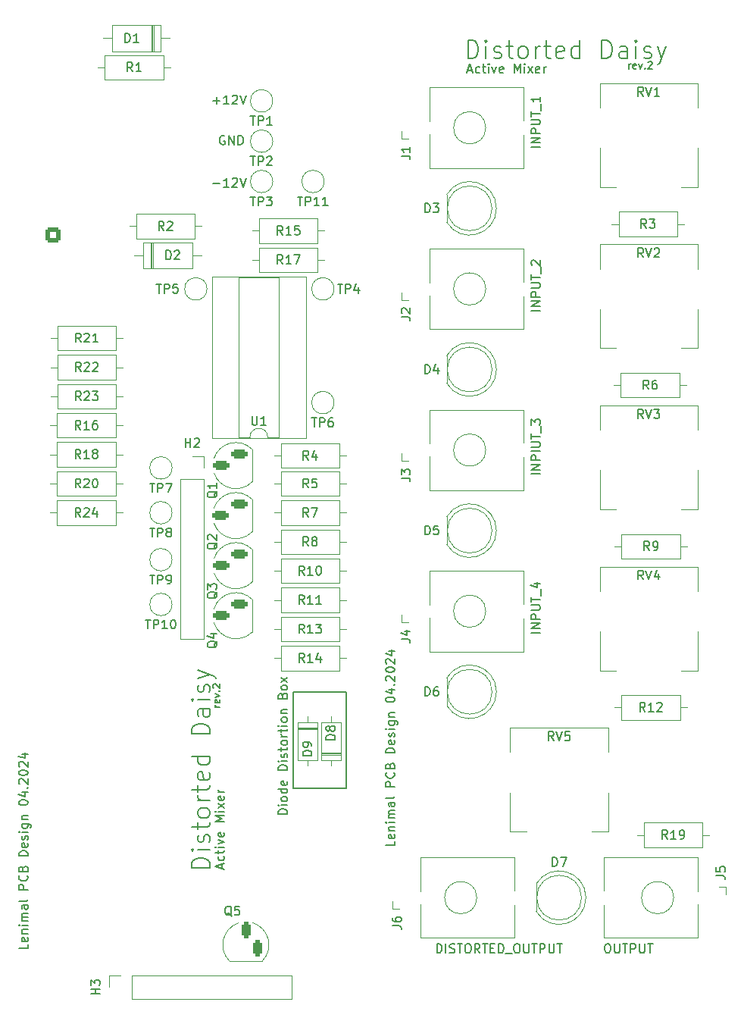
<source format=gto>
G04 #@! TF.GenerationSoftware,KiCad,Pcbnew,8.0.2-1*
G04 #@! TF.CreationDate,2024-06-17T10:03:02+02:00*
G04 #@! TF.ProjectId,distorted_daisy,64697374-6f72-4746-9564-5f6461697379,rev?*
G04 #@! TF.SameCoordinates,Original*
G04 #@! TF.FileFunction,Legend,Top*
G04 #@! TF.FilePolarity,Positive*
%FSLAX46Y46*%
G04 Gerber Fmt 4.6, Leading zero omitted, Abs format (unit mm)*
G04 Created by KiCad (PCBNEW 8.0.2-1) date 2024-06-17 10:03:02*
%MOMM*%
%LPD*%
G01*
G04 APERTURE LIST*
G04 Aperture macros list*
%AMRoundRect*
0 Rectangle with rounded corners*
0 $1 Rounding radius*
0 $2 $3 $4 $5 $6 $7 $8 $9 X,Y pos of 4 corners*
0 Add a 4 corners polygon primitive as box body*
4,1,4,$2,$3,$4,$5,$6,$7,$8,$9,$2,$3,0*
0 Add four circle primitives for the rounded corners*
1,1,$1+$1,$2,$3*
1,1,$1+$1,$4,$5*
1,1,$1+$1,$6,$7*
1,1,$1+$1,$8,$9*
0 Add four rect primitives between the rounded corners*
20,1,$1+$1,$2,$3,$4,$5,0*
20,1,$1+$1,$4,$5,$6,$7,0*
20,1,$1+$1,$6,$7,$8,$9,0*
20,1,$1+$1,$8,$9,$2,$3,0*%
G04 Aperture macros list end*
%ADD10C,0.150000*%
%ADD11C,0.120000*%
%ADD12C,1.600000*%
%ADD13O,1.600000X1.600000*%
%ADD14R,1.100000X1.800000*%
%ADD15RoundRect,0.275000X-0.275000X-0.625000X0.275000X-0.625000X0.275000X0.625000X-0.275000X0.625000X0*%
%ADD16R,1.800000X1.800000*%
%ADD17C,1.800000*%
%ADD18R,1.830000X1.930000*%
%ADD19C,2.130000*%
%ADD20R,1.600000X1.600000*%
%ADD21C,3.200000*%
%ADD22R,2.400000X1.600000*%
%ADD23O,2.400000X1.600000*%
%ADD24O,4.000000X4.000000*%
%ADD25R,1.800000X1.100000*%
%ADD26RoundRect,0.275000X0.625000X-0.275000X0.625000X0.275000X-0.625000X0.275000X-0.625000X-0.275000X0*%
%ADD27C,2.000000*%
%ADD28R,2.200000X2.200000*%
%ADD29O,2.200000X2.200000*%
%ADD30R,1.700000X1.700000*%
%ADD31O,1.700000X1.700000*%
%ADD32R,1.200000X1.200000*%
%ADD33C,1.200000*%
%ADD34RoundRect,0.250000X-0.600000X-0.600000X0.600000X-0.600000X0.600000X0.600000X-0.600000X0.600000X0*%
%ADD35C,1.700000*%
%ADD36C,1.440000*%
G04 APERTURE END LIST*
D10*
X81250000Y-125000000D02*
X87250000Y-125000000D01*
X87250000Y-135750000D01*
X81250000Y-135750000D01*
X81250000Y-125000000D01*
X97336779Y-154169819D02*
X97336779Y-153169819D01*
X97336779Y-153169819D02*
X97574874Y-153169819D01*
X97574874Y-153169819D02*
X97717731Y-153217438D01*
X97717731Y-153217438D02*
X97812969Y-153312676D01*
X97812969Y-153312676D02*
X97860588Y-153407914D01*
X97860588Y-153407914D02*
X97908207Y-153598390D01*
X97908207Y-153598390D02*
X97908207Y-153741247D01*
X97908207Y-153741247D02*
X97860588Y-153931723D01*
X97860588Y-153931723D02*
X97812969Y-154026961D01*
X97812969Y-154026961D02*
X97717731Y-154122200D01*
X97717731Y-154122200D02*
X97574874Y-154169819D01*
X97574874Y-154169819D02*
X97336779Y-154169819D01*
X98336779Y-154169819D02*
X98336779Y-153169819D01*
X98765350Y-154122200D02*
X98908207Y-154169819D01*
X98908207Y-154169819D02*
X99146302Y-154169819D01*
X99146302Y-154169819D02*
X99241540Y-154122200D01*
X99241540Y-154122200D02*
X99289159Y-154074580D01*
X99289159Y-154074580D02*
X99336778Y-153979342D01*
X99336778Y-153979342D02*
X99336778Y-153884104D01*
X99336778Y-153884104D02*
X99289159Y-153788866D01*
X99289159Y-153788866D02*
X99241540Y-153741247D01*
X99241540Y-153741247D02*
X99146302Y-153693628D01*
X99146302Y-153693628D02*
X98955826Y-153646009D01*
X98955826Y-153646009D02*
X98860588Y-153598390D01*
X98860588Y-153598390D02*
X98812969Y-153550771D01*
X98812969Y-153550771D02*
X98765350Y-153455533D01*
X98765350Y-153455533D02*
X98765350Y-153360295D01*
X98765350Y-153360295D02*
X98812969Y-153265057D01*
X98812969Y-153265057D02*
X98860588Y-153217438D01*
X98860588Y-153217438D02*
X98955826Y-153169819D01*
X98955826Y-153169819D02*
X99193921Y-153169819D01*
X99193921Y-153169819D02*
X99336778Y-153217438D01*
X99622493Y-153169819D02*
X100193921Y-153169819D01*
X99908207Y-154169819D02*
X99908207Y-153169819D01*
X100717731Y-153169819D02*
X100908207Y-153169819D01*
X100908207Y-153169819D02*
X101003445Y-153217438D01*
X101003445Y-153217438D02*
X101098683Y-153312676D01*
X101098683Y-153312676D02*
X101146302Y-153503152D01*
X101146302Y-153503152D02*
X101146302Y-153836485D01*
X101146302Y-153836485D02*
X101098683Y-154026961D01*
X101098683Y-154026961D02*
X101003445Y-154122200D01*
X101003445Y-154122200D02*
X100908207Y-154169819D01*
X100908207Y-154169819D02*
X100717731Y-154169819D01*
X100717731Y-154169819D02*
X100622493Y-154122200D01*
X100622493Y-154122200D02*
X100527255Y-154026961D01*
X100527255Y-154026961D02*
X100479636Y-153836485D01*
X100479636Y-153836485D02*
X100479636Y-153503152D01*
X100479636Y-153503152D02*
X100527255Y-153312676D01*
X100527255Y-153312676D02*
X100622493Y-153217438D01*
X100622493Y-153217438D02*
X100717731Y-153169819D01*
X102146302Y-154169819D02*
X101812969Y-153693628D01*
X101574874Y-154169819D02*
X101574874Y-153169819D01*
X101574874Y-153169819D02*
X101955826Y-153169819D01*
X101955826Y-153169819D02*
X102051064Y-153217438D01*
X102051064Y-153217438D02*
X102098683Y-153265057D01*
X102098683Y-153265057D02*
X102146302Y-153360295D01*
X102146302Y-153360295D02*
X102146302Y-153503152D01*
X102146302Y-153503152D02*
X102098683Y-153598390D01*
X102098683Y-153598390D02*
X102051064Y-153646009D01*
X102051064Y-153646009D02*
X101955826Y-153693628D01*
X101955826Y-153693628D02*
X101574874Y-153693628D01*
X102432017Y-153169819D02*
X103003445Y-153169819D01*
X102717731Y-154169819D02*
X102717731Y-153169819D01*
X103336779Y-153646009D02*
X103670112Y-153646009D01*
X103812969Y-154169819D02*
X103336779Y-154169819D01*
X103336779Y-154169819D02*
X103336779Y-153169819D01*
X103336779Y-153169819D02*
X103812969Y-153169819D01*
X104241541Y-154169819D02*
X104241541Y-153169819D01*
X104241541Y-153169819D02*
X104479636Y-153169819D01*
X104479636Y-153169819D02*
X104622493Y-153217438D01*
X104622493Y-153217438D02*
X104717731Y-153312676D01*
X104717731Y-153312676D02*
X104765350Y-153407914D01*
X104765350Y-153407914D02*
X104812969Y-153598390D01*
X104812969Y-153598390D02*
X104812969Y-153741247D01*
X104812969Y-153741247D02*
X104765350Y-153931723D01*
X104765350Y-153931723D02*
X104717731Y-154026961D01*
X104717731Y-154026961D02*
X104622493Y-154122200D01*
X104622493Y-154122200D02*
X104479636Y-154169819D01*
X104479636Y-154169819D02*
X104241541Y-154169819D01*
X105003446Y-154265057D02*
X105765350Y-154265057D01*
X106193922Y-153169819D02*
X106384398Y-153169819D01*
X106384398Y-153169819D02*
X106479636Y-153217438D01*
X106479636Y-153217438D02*
X106574874Y-153312676D01*
X106574874Y-153312676D02*
X106622493Y-153503152D01*
X106622493Y-153503152D02*
X106622493Y-153836485D01*
X106622493Y-153836485D02*
X106574874Y-154026961D01*
X106574874Y-154026961D02*
X106479636Y-154122200D01*
X106479636Y-154122200D02*
X106384398Y-154169819D01*
X106384398Y-154169819D02*
X106193922Y-154169819D01*
X106193922Y-154169819D02*
X106098684Y-154122200D01*
X106098684Y-154122200D02*
X106003446Y-154026961D01*
X106003446Y-154026961D02*
X105955827Y-153836485D01*
X105955827Y-153836485D02*
X105955827Y-153503152D01*
X105955827Y-153503152D02*
X106003446Y-153312676D01*
X106003446Y-153312676D02*
X106098684Y-153217438D01*
X106098684Y-153217438D02*
X106193922Y-153169819D01*
X107051065Y-153169819D02*
X107051065Y-153979342D01*
X107051065Y-153979342D02*
X107098684Y-154074580D01*
X107098684Y-154074580D02*
X107146303Y-154122200D01*
X107146303Y-154122200D02*
X107241541Y-154169819D01*
X107241541Y-154169819D02*
X107432017Y-154169819D01*
X107432017Y-154169819D02*
X107527255Y-154122200D01*
X107527255Y-154122200D02*
X107574874Y-154074580D01*
X107574874Y-154074580D02*
X107622493Y-153979342D01*
X107622493Y-153979342D02*
X107622493Y-153169819D01*
X107955827Y-153169819D02*
X108527255Y-153169819D01*
X108241541Y-154169819D02*
X108241541Y-153169819D01*
X108860589Y-154169819D02*
X108860589Y-153169819D01*
X108860589Y-153169819D02*
X109241541Y-153169819D01*
X109241541Y-153169819D02*
X109336779Y-153217438D01*
X109336779Y-153217438D02*
X109384398Y-153265057D01*
X109384398Y-153265057D02*
X109432017Y-153360295D01*
X109432017Y-153360295D02*
X109432017Y-153503152D01*
X109432017Y-153503152D02*
X109384398Y-153598390D01*
X109384398Y-153598390D02*
X109336779Y-153646009D01*
X109336779Y-153646009D02*
X109241541Y-153693628D01*
X109241541Y-153693628D02*
X108860589Y-153693628D01*
X109860589Y-153169819D02*
X109860589Y-153979342D01*
X109860589Y-153979342D02*
X109908208Y-154074580D01*
X109908208Y-154074580D02*
X109955827Y-154122200D01*
X109955827Y-154122200D02*
X110051065Y-154169819D01*
X110051065Y-154169819D02*
X110241541Y-154169819D01*
X110241541Y-154169819D02*
X110336779Y-154122200D01*
X110336779Y-154122200D02*
X110384398Y-154074580D01*
X110384398Y-154074580D02*
X110432017Y-153979342D01*
X110432017Y-153979342D02*
X110432017Y-153169819D01*
X110765351Y-153169819D02*
X111336779Y-153169819D01*
X111051065Y-154169819D02*
X111051065Y-153169819D01*
X72336779Y-58988866D02*
X73098684Y-58988866D01*
X72717731Y-59369819D02*
X72717731Y-58607914D01*
X74098683Y-59369819D02*
X73527255Y-59369819D01*
X73812969Y-59369819D02*
X73812969Y-58369819D01*
X73812969Y-58369819D02*
X73717731Y-58512676D01*
X73717731Y-58512676D02*
X73622493Y-58607914D01*
X73622493Y-58607914D02*
X73527255Y-58655533D01*
X74479636Y-58465057D02*
X74527255Y-58417438D01*
X74527255Y-58417438D02*
X74622493Y-58369819D01*
X74622493Y-58369819D02*
X74860588Y-58369819D01*
X74860588Y-58369819D02*
X74955826Y-58417438D01*
X74955826Y-58417438D02*
X75003445Y-58465057D01*
X75003445Y-58465057D02*
X75051064Y-58560295D01*
X75051064Y-58560295D02*
X75051064Y-58655533D01*
X75051064Y-58655533D02*
X75003445Y-58798390D01*
X75003445Y-58798390D02*
X74432017Y-59369819D01*
X74432017Y-59369819D02*
X75051064Y-59369819D01*
X75336779Y-58369819D02*
X75670112Y-59369819D01*
X75670112Y-59369819D02*
X76003445Y-58369819D01*
X108869819Y-100663220D02*
X107869819Y-100663220D01*
X108869819Y-100187030D02*
X107869819Y-100187030D01*
X107869819Y-100187030D02*
X108869819Y-99615602D01*
X108869819Y-99615602D02*
X107869819Y-99615602D01*
X108869819Y-99139411D02*
X107869819Y-99139411D01*
X107869819Y-99139411D02*
X107869819Y-98758459D01*
X107869819Y-98758459D02*
X107917438Y-98663221D01*
X107917438Y-98663221D02*
X107965057Y-98615602D01*
X107965057Y-98615602D02*
X108060295Y-98567983D01*
X108060295Y-98567983D02*
X108203152Y-98567983D01*
X108203152Y-98567983D02*
X108298390Y-98615602D01*
X108298390Y-98615602D02*
X108346009Y-98663221D01*
X108346009Y-98663221D02*
X108393628Y-98758459D01*
X108393628Y-98758459D02*
X108393628Y-99139411D01*
X108869819Y-98139411D02*
X107869819Y-98139411D01*
X107869819Y-97663221D02*
X108679342Y-97663221D01*
X108679342Y-97663221D02*
X108774580Y-97615602D01*
X108774580Y-97615602D02*
X108822200Y-97567983D01*
X108822200Y-97567983D02*
X108869819Y-97472745D01*
X108869819Y-97472745D02*
X108869819Y-97282269D01*
X108869819Y-97282269D02*
X108822200Y-97187031D01*
X108822200Y-97187031D02*
X108774580Y-97139412D01*
X108774580Y-97139412D02*
X108679342Y-97091793D01*
X108679342Y-97091793D02*
X107869819Y-97091793D01*
X107869819Y-96758459D02*
X107869819Y-96187031D01*
X108869819Y-96472745D02*
X107869819Y-96472745D01*
X108965057Y-96091793D02*
X108965057Y-95329888D01*
X107869819Y-95187030D02*
X107869819Y-94567983D01*
X107869819Y-94567983D02*
X108250771Y-94901316D01*
X108250771Y-94901316D02*
X108250771Y-94758459D01*
X108250771Y-94758459D02*
X108298390Y-94663221D01*
X108298390Y-94663221D02*
X108346009Y-94615602D01*
X108346009Y-94615602D02*
X108441247Y-94567983D01*
X108441247Y-94567983D02*
X108679342Y-94567983D01*
X108679342Y-94567983D02*
X108774580Y-94615602D01*
X108774580Y-94615602D02*
X108822200Y-94663221D01*
X108822200Y-94663221D02*
X108869819Y-94758459D01*
X108869819Y-94758459D02*
X108869819Y-95044173D01*
X108869819Y-95044173D02*
X108822200Y-95139411D01*
X108822200Y-95139411D02*
X108774580Y-95187030D01*
X100789160Y-55584104D02*
X101265350Y-55584104D01*
X100693922Y-55869819D02*
X101027255Y-54869819D01*
X101027255Y-54869819D02*
X101360588Y-55869819D01*
X102122493Y-55822200D02*
X102027255Y-55869819D01*
X102027255Y-55869819D02*
X101836779Y-55869819D01*
X101836779Y-55869819D02*
X101741541Y-55822200D01*
X101741541Y-55822200D02*
X101693922Y-55774580D01*
X101693922Y-55774580D02*
X101646303Y-55679342D01*
X101646303Y-55679342D02*
X101646303Y-55393628D01*
X101646303Y-55393628D02*
X101693922Y-55298390D01*
X101693922Y-55298390D02*
X101741541Y-55250771D01*
X101741541Y-55250771D02*
X101836779Y-55203152D01*
X101836779Y-55203152D02*
X102027255Y-55203152D01*
X102027255Y-55203152D02*
X102122493Y-55250771D01*
X102408208Y-55203152D02*
X102789160Y-55203152D01*
X102551065Y-54869819D02*
X102551065Y-55726961D01*
X102551065Y-55726961D02*
X102598684Y-55822200D01*
X102598684Y-55822200D02*
X102693922Y-55869819D01*
X102693922Y-55869819D02*
X102789160Y-55869819D01*
X103122494Y-55869819D02*
X103122494Y-55203152D01*
X103122494Y-54869819D02*
X103074875Y-54917438D01*
X103074875Y-54917438D02*
X103122494Y-54965057D01*
X103122494Y-54965057D02*
X103170113Y-54917438D01*
X103170113Y-54917438D02*
X103122494Y-54869819D01*
X103122494Y-54869819D02*
X103122494Y-54965057D01*
X103503446Y-55203152D02*
X103741541Y-55869819D01*
X103741541Y-55869819D02*
X103979636Y-55203152D01*
X104741541Y-55822200D02*
X104646303Y-55869819D01*
X104646303Y-55869819D02*
X104455827Y-55869819D01*
X104455827Y-55869819D02*
X104360589Y-55822200D01*
X104360589Y-55822200D02*
X104312970Y-55726961D01*
X104312970Y-55726961D02*
X104312970Y-55346009D01*
X104312970Y-55346009D02*
X104360589Y-55250771D01*
X104360589Y-55250771D02*
X104455827Y-55203152D01*
X104455827Y-55203152D02*
X104646303Y-55203152D01*
X104646303Y-55203152D02*
X104741541Y-55250771D01*
X104741541Y-55250771D02*
X104789160Y-55346009D01*
X104789160Y-55346009D02*
X104789160Y-55441247D01*
X104789160Y-55441247D02*
X104312970Y-55536485D01*
X105979637Y-55869819D02*
X105979637Y-54869819D01*
X105979637Y-54869819D02*
X106312970Y-55584104D01*
X106312970Y-55584104D02*
X106646303Y-54869819D01*
X106646303Y-54869819D02*
X106646303Y-55869819D01*
X107122494Y-55869819D02*
X107122494Y-55203152D01*
X107122494Y-54869819D02*
X107074875Y-54917438D01*
X107074875Y-54917438D02*
X107122494Y-54965057D01*
X107122494Y-54965057D02*
X107170113Y-54917438D01*
X107170113Y-54917438D02*
X107122494Y-54869819D01*
X107122494Y-54869819D02*
X107122494Y-54965057D01*
X107503446Y-55869819D02*
X108027255Y-55203152D01*
X107503446Y-55203152D02*
X108027255Y-55869819D01*
X108789160Y-55822200D02*
X108693922Y-55869819D01*
X108693922Y-55869819D02*
X108503446Y-55869819D01*
X108503446Y-55869819D02*
X108408208Y-55822200D01*
X108408208Y-55822200D02*
X108360589Y-55726961D01*
X108360589Y-55726961D02*
X108360589Y-55346009D01*
X108360589Y-55346009D02*
X108408208Y-55250771D01*
X108408208Y-55250771D02*
X108503446Y-55203152D01*
X108503446Y-55203152D02*
X108693922Y-55203152D01*
X108693922Y-55203152D02*
X108789160Y-55250771D01*
X108789160Y-55250771D02*
X108836779Y-55346009D01*
X108836779Y-55346009D02*
X108836779Y-55441247D01*
X108836779Y-55441247D02*
X108360589Y-55536485D01*
X109265351Y-55869819D02*
X109265351Y-55203152D01*
X109265351Y-55393628D02*
X109312970Y-55298390D01*
X109312970Y-55298390D02*
X109360589Y-55250771D01*
X109360589Y-55250771D02*
X109455827Y-55203152D01*
X109455827Y-55203152D02*
X109551065Y-55203152D01*
X92619819Y-141687030D02*
X92619819Y-142163220D01*
X92619819Y-142163220D02*
X91619819Y-142163220D01*
X92572200Y-140972744D02*
X92619819Y-141067982D01*
X92619819Y-141067982D02*
X92619819Y-141258458D01*
X92619819Y-141258458D02*
X92572200Y-141353696D01*
X92572200Y-141353696D02*
X92476961Y-141401315D01*
X92476961Y-141401315D02*
X92096009Y-141401315D01*
X92096009Y-141401315D02*
X92000771Y-141353696D01*
X92000771Y-141353696D02*
X91953152Y-141258458D01*
X91953152Y-141258458D02*
X91953152Y-141067982D01*
X91953152Y-141067982D02*
X92000771Y-140972744D01*
X92000771Y-140972744D02*
X92096009Y-140925125D01*
X92096009Y-140925125D02*
X92191247Y-140925125D01*
X92191247Y-140925125D02*
X92286485Y-141401315D01*
X91953152Y-140496553D02*
X92619819Y-140496553D01*
X92048390Y-140496553D02*
X92000771Y-140448934D01*
X92000771Y-140448934D02*
X91953152Y-140353696D01*
X91953152Y-140353696D02*
X91953152Y-140210839D01*
X91953152Y-140210839D02*
X92000771Y-140115601D01*
X92000771Y-140115601D02*
X92096009Y-140067982D01*
X92096009Y-140067982D02*
X92619819Y-140067982D01*
X92619819Y-139591791D02*
X91953152Y-139591791D01*
X91619819Y-139591791D02*
X91667438Y-139639410D01*
X91667438Y-139639410D02*
X91715057Y-139591791D01*
X91715057Y-139591791D02*
X91667438Y-139544172D01*
X91667438Y-139544172D02*
X91619819Y-139591791D01*
X91619819Y-139591791D02*
X91715057Y-139591791D01*
X92619819Y-139115601D02*
X91953152Y-139115601D01*
X92048390Y-139115601D02*
X92000771Y-139067982D01*
X92000771Y-139067982D02*
X91953152Y-138972744D01*
X91953152Y-138972744D02*
X91953152Y-138829887D01*
X91953152Y-138829887D02*
X92000771Y-138734649D01*
X92000771Y-138734649D02*
X92096009Y-138687030D01*
X92096009Y-138687030D02*
X92619819Y-138687030D01*
X92096009Y-138687030D02*
X92000771Y-138639411D01*
X92000771Y-138639411D02*
X91953152Y-138544173D01*
X91953152Y-138544173D02*
X91953152Y-138401316D01*
X91953152Y-138401316D02*
X92000771Y-138306077D01*
X92000771Y-138306077D02*
X92096009Y-138258458D01*
X92096009Y-138258458D02*
X92619819Y-138258458D01*
X92619819Y-137353697D02*
X92096009Y-137353697D01*
X92096009Y-137353697D02*
X92000771Y-137401316D01*
X92000771Y-137401316D02*
X91953152Y-137496554D01*
X91953152Y-137496554D02*
X91953152Y-137687030D01*
X91953152Y-137687030D02*
X92000771Y-137782268D01*
X92572200Y-137353697D02*
X92619819Y-137448935D01*
X92619819Y-137448935D02*
X92619819Y-137687030D01*
X92619819Y-137687030D02*
X92572200Y-137782268D01*
X92572200Y-137782268D02*
X92476961Y-137829887D01*
X92476961Y-137829887D02*
X92381723Y-137829887D01*
X92381723Y-137829887D02*
X92286485Y-137782268D01*
X92286485Y-137782268D02*
X92238866Y-137687030D01*
X92238866Y-137687030D02*
X92238866Y-137448935D01*
X92238866Y-137448935D02*
X92191247Y-137353697D01*
X92619819Y-136734649D02*
X92572200Y-136829887D01*
X92572200Y-136829887D02*
X92476961Y-136877506D01*
X92476961Y-136877506D02*
X91619819Y-136877506D01*
X92619819Y-135591791D02*
X91619819Y-135591791D01*
X91619819Y-135591791D02*
X91619819Y-135210839D01*
X91619819Y-135210839D02*
X91667438Y-135115601D01*
X91667438Y-135115601D02*
X91715057Y-135067982D01*
X91715057Y-135067982D02*
X91810295Y-135020363D01*
X91810295Y-135020363D02*
X91953152Y-135020363D01*
X91953152Y-135020363D02*
X92048390Y-135067982D01*
X92048390Y-135067982D02*
X92096009Y-135115601D01*
X92096009Y-135115601D02*
X92143628Y-135210839D01*
X92143628Y-135210839D02*
X92143628Y-135591791D01*
X92524580Y-134020363D02*
X92572200Y-134067982D01*
X92572200Y-134067982D02*
X92619819Y-134210839D01*
X92619819Y-134210839D02*
X92619819Y-134306077D01*
X92619819Y-134306077D02*
X92572200Y-134448934D01*
X92572200Y-134448934D02*
X92476961Y-134544172D01*
X92476961Y-134544172D02*
X92381723Y-134591791D01*
X92381723Y-134591791D02*
X92191247Y-134639410D01*
X92191247Y-134639410D02*
X92048390Y-134639410D01*
X92048390Y-134639410D02*
X91857914Y-134591791D01*
X91857914Y-134591791D02*
X91762676Y-134544172D01*
X91762676Y-134544172D02*
X91667438Y-134448934D01*
X91667438Y-134448934D02*
X91619819Y-134306077D01*
X91619819Y-134306077D02*
X91619819Y-134210839D01*
X91619819Y-134210839D02*
X91667438Y-134067982D01*
X91667438Y-134067982D02*
X91715057Y-134020363D01*
X92096009Y-133258458D02*
X92143628Y-133115601D01*
X92143628Y-133115601D02*
X92191247Y-133067982D01*
X92191247Y-133067982D02*
X92286485Y-133020363D01*
X92286485Y-133020363D02*
X92429342Y-133020363D01*
X92429342Y-133020363D02*
X92524580Y-133067982D01*
X92524580Y-133067982D02*
X92572200Y-133115601D01*
X92572200Y-133115601D02*
X92619819Y-133210839D01*
X92619819Y-133210839D02*
X92619819Y-133591791D01*
X92619819Y-133591791D02*
X91619819Y-133591791D01*
X91619819Y-133591791D02*
X91619819Y-133258458D01*
X91619819Y-133258458D02*
X91667438Y-133163220D01*
X91667438Y-133163220D02*
X91715057Y-133115601D01*
X91715057Y-133115601D02*
X91810295Y-133067982D01*
X91810295Y-133067982D02*
X91905533Y-133067982D01*
X91905533Y-133067982D02*
X92000771Y-133115601D01*
X92000771Y-133115601D02*
X92048390Y-133163220D01*
X92048390Y-133163220D02*
X92096009Y-133258458D01*
X92096009Y-133258458D02*
X92096009Y-133591791D01*
X92619819Y-131829886D02*
X91619819Y-131829886D01*
X91619819Y-131829886D02*
X91619819Y-131591791D01*
X91619819Y-131591791D02*
X91667438Y-131448934D01*
X91667438Y-131448934D02*
X91762676Y-131353696D01*
X91762676Y-131353696D02*
X91857914Y-131306077D01*
X91857914Y-131306077D02*
X92048390Y-131258458D01*
X92048390Y-131258458D02*
X92191247Y-131258458D01*
X92191247Y-131258458D02*
X92381723Y-131306077D01*
X92381723Y-131306077D02*
X92476961Y-131353696D01*
X92476961Y-131353696D02*
X92572200Y-131448934D01*
X92572200Y-131448934D02*
X92619819Y-131591791D01*
X92619819Y-131591791D02*
X92619819Y-131829886D01*
X92572200Y-130448934D02*
X92619819Y-130544172D01*
X92619819Y-130544172D02*
X92619819Y-130734648D01*
X92619819Y-130734648D02*
X92572200Y-130829886D01*
X92572200Y-130829886D02*
X92476961Y-130877505D01*
X92476961Y-130877505D02*
X92096009Y-130877505D01*
X92096009Y-130877505D02*
X92000771Y-130829886D01*
X92000771Y-130829886D02*
X91953152Y-130734648D01*
X91953152Y-130734648D02*
X91953152Y-130544172D01*
X91953152Y-130544172D02*
X92000771Y-130448934D01*
X92000771Y-130448934D02*
X92096009Y-130401315D01*
X92096009Y-130401315D02*
X92191247Y-130401315D01*
X92191247Y-130401315D02*
X92286485Y-130877505D01*
X92572200Y-130020362D02*
X92619819Y-129925124D01*
X92619819Y-129925124D02*
X92619819Y-129734648D01*
X92619819Y-129734648D02*
X92572200Y-129639410D01*
X92572200Y-129639410D02*
X92476961Y-129591791D01*
X92476961Y-129591791D02*
X92429342Y-129591791D01*
X92429342Y-129591791D02*
X92334104Y-129639410D01*
X92334104Y-129639410D02*
X92286485Y-129734648D01*
X92286485Y-129734648D02*
X92286485Y-129877505D01*
X92286485Y-129877505D02*
X92238866Y-129972743D01*
X92238866Y-129972743D02*
X92143628Y-130020362D01*
X92143628Y-130020362D02*
X92096009Y-130020362D01*
X92096009Y-130020362D02*
X92000771Y-129972743D01*
X92000771Y-129972743D02*
X91953152Y-129877505D01*
X91953152Y-129877505D02*
X91953152Y-129734648D01*
X91953152Y-129734648D02*
X92000771Y-129639410D01*
X92619819Y-129163219D02*
X91953152Y-129163219D01*
X91619819Y-129163219D02*
X91667438Y-129210838D01*
X91667438Y-129210838D02*
X91715057Y-129163219D01*
X91715057Y-129163219D02*
X91667438Y-129115600D01*
X91667438Y-129115600D02*
X91619819Y-129163219D01*
X91619819Y-129163219D02*
X91715057Y-129163219D01*
X91953152Y-128258458D02*
X92762676Y-128258458D01*
X92762676Y-128258458D02*
X92857914Y-128306077D01*
X92857914Y-128306077D02*
X92905533Y-128353696D01*
X92905533Y-128353696D02*
X92953152Y-128448934D01*
X92953152Y-128448934D02*
X92953152Y-128591791D01*
X92953152Y-128591791D02*
X92905533Y-128687029D01*
X92572200Y-128258458D02*
X92619819Y-128353696D01*
X92619819Y-128353696D02*
X92619819Y-128544172D01*
X92619819Y-128544172D02*
X92572200Y-128639410D01*
X92572200Y-128639410D02*
X92524580Y-128687029D01*
X92524580Y-128687029D02*
X92429342Y-128734648D01*
X92429342Y-128734648D02*
X92143628Y-128734648D01*
X92143628Y-128734648D02*
X92048390Y-128687029D01*
X92048390Y-128687029D02*
X92000771Y-128639410D01*
X92000771Y-128639410D02*
X91953152Y-128544172D01*
X91953152Y-128544172D02*
X91953152Y-128353696D01*
X91953152Y-128353696D02*
X92000771Y-128258458D01*
X91953152Y-127782267D02*
X92619819Y-127782267D01*
X92048390Y-127782267D02*
X92000771Y-127734648D01*
X92000771Y-127734648D02*
X91953152Y-127639410D01*
X91953152Y-127639410D02*
X91953152Y-127496553D01*
X91953152Y-127496553D02*
X92000771Y-127401315D01*
X92000771Y-127401315D02*
X92096009Y-127353696D01*
X92096009Y-127353696D02*
X92619819Y-127353696D01*
X91619819Y-125925124D02*
X91619819Y-125829886D01*
X91619819Y-125829886D02*
X91667438Y-125734648D01*
X91667438Y-125734648D02*
X91715057Y-125687029D01*
X91715057Y-125687029D02*
X91810295Y-125639410D01*
X91810295Y-125639410D02*
X92000771Y-125591791D01*
X92000771Y-125591791D02*
X92238866Y-125591791D01*
X92238866Y-125591791D02*
X92429342Y-125639410D01*
X92429342Y-125639410D02*
X92524580Y-125687029D01*
X92524580Y-125687029D02*
X92572200Y-125734648D01*
X92572200Y-125734648D02*
X92619819Y-125829886D01*
X92619819Y-125829886D02*
X92619819Y-125925124D01*
X92619819Y-125925124D02*
X92572200Y-126020362D01*
X92572200Y-126020362D02*
X92524580Y-126067981D01*
X92524580Y-126067981D02*
X92429342Y-126115600D01*
X92429342Y-126115600D02*
X92238866Y-126163219D01*
X92238866Y-126163219D02*
X92000771Y-126163219D01*
X92000771Y-126163219D02*
X91810295Y-126115600D01*
X91810295Y-126115600D02*
X91715057Y-126067981D01*
X91715057Y-126067981D02*
X91667438Y-126020362D01*
X91667438Y-126020362D02*
X91619819Y-125925124D01*
X91953152Y-124734648D02*
X92619819Y-124734648D01*
X91572200Y-124972743D02*
X92286485Y-125210838D01*
X92286485Y-125210838D02*
X92286485Y-124591791D01*
X92524580Y-124210838D02*
X92572200Y-124163219D01*
X92572200Y-124163219D02*
X92619819Y-124210838D01*
X92619819Y-124210838D02*
X92572200Y-124258457D01*
X92572200Y-124258457D02*
X92524580Y-124210838D01*
X92524580Y-124210838D02*
X92619819Y-124210838D01*
X91715057Y-123782267D02*
X91667438Y-123734648D01*
X91667438Y-123734648D02*
X91619819Y-123639410D01*
X91619819Y-123639410D02*
X91619819Y-123401315D01*
X91619819Y-123401315D02*
X91667438Y-123306077D01*
X91667438Y-123306077D02*
X91715057Y-123258458D01*
X91715057Y-123258458D02*
X91810295Y-123210839D01*
X91810295Y-123210839D02*
X91905533Y-123210839D01*
X91905533Y-123210839D02*
X92048390Y-123258458D01*
X92048390Y-123258458D02*
X92619819Y-123829886D01*
X92619819Y-123829886D02*
X92619819Y-123210839D01*
X91619819Y-122591791D02*
X91619819Y-122496553D01*
X91619819Y-122496553D02*
X91667438Y-122401315D01*
X91667438Y-122401315D02*
X91715057Y-122353696D01*
X91715057Y-122353696D02*
X91810295Y-122306077D01*
X91810295Y-122306077D02*
X92000771Y-122258458D01*
X92000771Y-122258458D02*
X92238866Y-122258458D01*
X92238866Y-122258458D02*
X92429342Y-122306077D01*
X92429342Y-122306077D02*
X92524580Y-122353696D01*
X92524580Y-122353696D02*
X92572200Y-122401315D01*
X92572200Y-122401315D02*
X92619819Y-122496553D01*
X92619819Y-122496553D02*
X92619819Y-122591791D01*
X92619819Y-122591791D02*
X92572200Y-122687029D01*
X92572200Y-122687029D02*
X92524580Y-122734648D01*
X92524580Y-122734648D02*
X92429342Y-122782267D01*
X92429342Y-122782267D02*
X92238866Y-122829886D01*
X92238866Y-122829886D02*
X92000771Y-122829886D01*
X92000771Y-122829886D02*
X91810295Y-122782267D01*
X91810295Y-122782267D02*
X91715057Y-122734648D01*
X91715057Y-122734648D02*
X91667438Y-122687029D01*
X91667438Y-122687029D02*
X91619819Y-122591791D01*
X91715057Y-121877505D02*
X91667438Y-121829886D01*
X91667438Y-121829886D02*
X91619819Y-121734648D01*
X91619819Y-121734648D02*
X91619819Y-121496553D01*
X91619819Y-121496553D02*
X91667438Y-121401315D01*
X91667438Y-121401315D02*
X91715057Y-121353696D01*
X91715057Y-121353696D02*
X91810295Y-121306077D01*
X91810295Y-121306077D02*
X91905533Y-121306077D01*
X91905533Y-121306077D02*
X92048390Y-121353696D01*
X92048390Y-121353696D02*
X92619819Y-121925124D01*
X92619819Y-121925124D02*
X92619819Y-121306077D01*
X91953152Y-120448934D02*
X92619819Y-120448934D01*
X91572200Y-120687029D02*
X92286485Y-120925124D01*
X92286485Y-120925124D02*
X92286485Y-120306077D01*
X73097795Y-126710839D02*
X72564461Y-126710839D01*
X72716842Y-126710839D02*
X72640652Y-126672744D01*
X72640652Y-126672744D02*
X72602557Y-126634649D01*
X72602557Y-126634649D02*
X72564461Y-126558458D01*
X72564461Y-126558458D02*
X72564461Y-126482268D01*
X73059700Y-125910839D02*
X73097795Y-125987030D01*
X73097795Y-125987030D02*
X73097795Y-126139411D01*
X73097795Y-126139411D02*
X73059700Y-126215601D01*
X73059700Y-126215601D02*
X72983509Y-126253697D01*
X72983509Y-126253697D02*
X72678747Y-126253697D01*
X72678747Y-126253697D02*
X72602557Y-126215601D01*
X72602557Y-126215601D02*
X72564461Y-126139411D01*
X72564461Y-126139411D02*
X72564461Y-125987030D01*
X72564461Y-125987030D02*
X72602557Y-125910839D01*
X72602557Y-125910839D02*
X72678747Y-125872744D01*
X72678747Y-125872744D02*
X72754938Y-125872744D01*
X72754938Y-125872744D02*
X72831128Y-126253697D01*
X72564461Y-125606078D02*
X73097795Y-125415602D01*
X73097795Y-125415602D02*
X72564461Y-125225125D01*
X73021604Y-124920363D02*
X73059700Y-124882268D01*
X73059700Y-124882268D02*
X73097795Y-124920363D01*
X73097795Y-124920363D02*
X73059700Y-124958459D01*
X73059700Y-124958459D02*
X73021604Y-124920363D01*
X73021604Y-124920363D02*
X73097795Y-124920363D01*
X72373985Y-124577507D02*
X72335890Y-124539411D01*
X72335890Y-124539411D02*
X72297795Y-124463221D01*
X72297795Y-124463221D02*
X72297795Y-124272745D01*
X72297795Y-124272745D02*
X72335890Y-124196554D01*
X72335890Y-124196554D02*
X72373985Y-124158459D01*
X72373985Y-124158459D02*
X72450176Y-124120364D01*
X72450176Y-124120364D02*
X72526366Y-124120364D01*
X72526366Y-124120364D02*
X72640652Y-124158459D01*
X72640652Y-124158459D02*
X73097795Y-124615602D01*
X73097795Y-124615602D02*
X73097795Y-124120364D01*
X108869819Y-118413220D02*
X107869819Y-118413220D01*
X108869819Y-117937030D02*
X107869819Y-117937030D01*
X107869819Y-117937030D02*
X108869819Y-117365602D01*
X108869819Y-117365602D02*
X107869819Y-117365602D01*
X108869819Y-116889411D02*
X107869819Y-116889411D01*
X107869819Y-116889411D02*
X107869819Y-116508459D01*
X107869819Y-116508459D02*
X107917438Y-116413221D01*
X107917438Y-116413221D02*
X107965057Y-116365602D01*
X107965057Y-116365602D02*
X108060295Y-116317983D01*
X108060295Y-116317983D02*
X108203152Y-116317983D01*
X108203152Y-116317983D02*
X108298390Y-116365602D01*
X108298390Y-116365602D02*
X108346009Y-116413221D01*
X108346009Y-116413221D02*
X108393628Y-116508459D01*
X108393628Y-116508459D02*
X108393628Y-116889411D01*
X107869819Y-115889411D02*
X108679342Y-115889411D01*
X108679342Y-115889411D02*
X108774580Y-115841792D01*
X108774580Y-115841792D02*
X108822200Y-115794173D01*
X108822200Y-115794173D02*
X108869819Y-115698935D01*
X108869819Y-115698935D02*
X108869819Y-115508459D01*
X108869819Y-115508459D02*
X108822200Y-115413221D01*
X108822200Y-115413221D02*
X108774580Y-115365602D01*
X108774580Y-115365602D02*
X108679342Y-115317983D01*
X108679342Y-115317983D02*
X107869819Y-115317983D01*
X107869819Y-114984649D02*
X107869819Y-114413221D01*
X108869819Y-114698935D02*
X107869819Y-114698935D01*
X108965057Y-114317983D02*
X108965057Y-113556078D01*
X108203152Y-112889411D02*
X108869819Y-112889411D01*
X107822200Y-113127506D02*
X108536485Y-113365601D01*
X108536485Y-113365601D02*
X108536485Y-112746554D01*
X108869819Y-64163220D02*
X107869819Y-64163220D01*
X108869819Y-63687030D02*
X107869819Y-63687030D01*
X107869819Y-63687030D02*
X108869819Y-63115602D01*
X108869819Y-63115602D02*
X107869819Y-63115602D01*
X108869819Y-62639411D02*
X107869819Y-62639411D01*
X107869819Y-62639411D02*
X107869819Y-62258459D01*
X107869819Y-62258459D02*
X107917438Y-62163221D01*
X107917438Y-62163221D02*
X107965057Y-62115602D01*
X107965057Y-62115602D02*
X108060295Y-62067983D01*
X108060295Y-62067983D02*
X108203152Y-62067983D01*
X108203152Y-62067983D02*
X108298390Y-62115602D01*
X108298390Y-62115602D02*
X108346009Y-62163221D01*
X108346009Y-62163221D02*
X108393628Y-62258459D01*
X108393628Y-62258459D02*
X108393628Y-62639411D01*
X107869819Y-61639411D02*
X108679342Y-61639411D01*
X108679342Y-61639411D02*
X108774580Y-61591792D01*
X108774580Y-61591792D02*
X108822200Y-61544173D01*
X108822200Y-61544173D02*
X108869819Y-61448935D01*
X108869819Y-61448935D02*
X108869819Y-61258459D01*
X108869819Y-61258459D02*
X108822200Y-61163221D01*
X108822200Y-61163221D02*
X108774580Y-61115602D01*
X108774580Y-61115602D02*
X108679342Y-61067983D01*
X108679342Y-61067983D02*
X107869819Y-61067983D01*
X107869819Y-60734649D02*
X107869819Y-60163221D01*
X108869819Y-60448935D02*
X107869819Y-60448935D01*
X108965057Y-60067983D02*
X108965057Y-59306078D01*
X108869819Y-58544173D02*
X108869819Y-59115601D01*
X108869819Y-58829887D02*
X107869819Y-58829887D01*
X107869819Y-58829887D02*
X108012676Y-58925125D01*
X108012676Y-58925125D02*
X108107914Y-59020363D01*
X108107914Y-59020363D02*
X108155533Y-59115601D01*
X118789160Y-55394295D02*
X118789160Y-54860961D01*
X118789160Y-55013342D02*
X118827255Y-54937152D01*
X118827255Y-54937152D02*
X118865350Y-54899057D01*
X118865350Y-54899057D02*
X118941541Y-54860961D01*
X118941541Y-54860961D02*
X119017731Y-54860961D01*
X119589160Y-55356200D02*
X119512969Y-55394295D01*
X119512969Y-55394295D02*
X119360588Y-55394295D01*
X119360588Y-55394295D02*
X119284398Y-55356200D01*
X119284398Y-55356200D02*
X119246302Y-55280009D01*
X119246302Y-55280009D02*
X119246302Y-54975247D01*
X119246302Y-54975247D02*
X119284398Y-54899057D01*
X119284398Y-54899057D02*
X119360588Y-54860961D01*
X119360588Y-54860961D02*
X119512969Y-54860961D01*
X119512969Y-54860961D02*
X119589160Y-54899057D01*
X119589160Y-54899057D02*
X119627255Y-54975247D01*
X119627255Y-54975247D02*
X119627255Y-55051438D01*
X119627255Y-55051438D02*
X119246302Y-55127628D01*
X119893921Y-54860961D02*
X120084397Y-55394295D01*
X120084397Y-55394295D02*
X120274874Y-54860961D01*
X120579636Y-55318104D02*
X120617731Y-55356200D01*
X120617731Y-55356200D02*
X120579636Y-55394295D01*
X120579636Y-55394295D02*
X120541540Y-55356200D01*
X120541540Y-55356200D02*
X120579636Y-55318104D01*
X120579636Y-55318104D02*
X120579636Y-55394295D01*
X120922492Y-54670485D02*
X120960588Y-54632390D01*
X120960588Y-54632390D02*
X121036778Y-54594295D01*
X121036778Y-54594295D02*
X121227254Y-54594295D01*
X121227254Y-54594295D02*
X121303445Y-54632390D01*
X121303445Y-54632390D02*
X121341540Y-54670485D01*
X121341540Y-54670485D02*
X121379635Y-54746676D01*
X121379635Y-54746676D02*
X121379635Y-54822866D01*
X121379635Y-54822866D02*
X121341540Y-54937152D01*
X121341540Y-54937152D02*
X120884397Y-55394295D01*
X120884397Y-55394295D02*
X121379635Y-55394295D01*
X73610588Y-62917438D02*
X73515350Y-62869819D01*
X73515350Y-62869819D02*
X73372493Y-62869819D01*
X73372493Y-62869819D02*
X73229636Y-62917438D01*
X73229636Y-62917438D02*
X73134398Y-63012676D01*
X73134398Y-63012676D02*
X73086779Y-63107914D01*
X73086779Y-63107914D02*
X73039160Y-63298390D01*
X73039160Y-63298390D02*
X73039160Y-63441247D01*
X73039160Y-63441247D02*
X73086779Y-63631723D01*
X73086779Y-63631723D02*
X73134398Y-63726961D01*
X73134398Y-63726961D02*
X73229636Y-63822200D01*
X73229636Y-63822200D02*
X73372493Y-63869819D01*
X73372493Y-63869819D02*
X73467731Y-63869819D01*
X73467731Y-63869819D02*
X73610588Y-63822200D01*
X73610588Y-63822200D02*
X73658207Y-63774580D01*
X73658207Y-63774580D02*
X73658207Y-63441247D01*
X73658207Y-63441247D02*
X73467731Y-63441247D01*
X74086779Y-63869819D02*
X74086779Y-62869819D01*
X74086779Y-62869819D02*
X74658207Y-63869819D01*
X74658207Y-63869819D02*
X74658207Y-62869819D01*
X75134398Y-63869819D02*
X75134398Y-62869819D01*
X75134398Y-62869819D02*
X75372493Y-62869819D01*
X75372493Y-62869819D02*
X75515350Y-62917438D01*
X75515350Y-62917438D02*
X75610588Y-63012676D01*
X75610588Y-63012676D02*
X75658207Y-63107914D01*
X75658207Y-63107914D02*
X75705826Y-63298390D01*
X75705826Y-63298390D02*
X75705826Y-63441247D01*
X75705826Y-63441247D02*
X75658207Y-63631723D01*
X75658207Y-63631723D02*
X75610588Y-63726961D01*
X75610588Y-63726961D02*
X75515350Y-63822200D01*
X75515350Y-63822200D02*
X75372493Y-63869819D01*
X75372493Y-63869819D02*
X75134398Y-63869819D01*
X108869819Y-82413220D02*
X107869819Y-82413220D01*
X108869819Y-81937030D02*
X107869819Y-81937030D01*
X107869819Y-81937030D02*
X108869819Y-81365602D01*
X108869819Y-81365602D02*
X107869819Y-81365602D01*
X108869819Y-80889411D02*
X107869819Y-80889411D01*
X107869819Y-80889411D02*
X107869819Y-80508459D01*
X107869819Y-80508459D02*
X107917438Y-80413221D01*
X107917438Y-80413221D02*
X107965057Y-80365602D01*
X107965057Y-80365602D02*
X108060295Y-80317983D01*
X108060295Y-80317983D02*
X108203152Y-80317983D01*
X108203152Y-80317983D02*
X108298390Y-80365602D01*
X108298390Y-80365602D02*
X108346009Y-80413221D01*
X108346009Y-80413221D02*
X108393628Y-80508459D01*
X108393628Y-80508459D02*
X108393628Y-80889411D01*
X107869819Y-79889411D02*
X108679342Y-79889411D01*
X108679342Y-79889411D02*
X108774580Y-79841792D01*
X108774580Y-79841792D02*
X108822200Y-79794173D01*
X108822200Y-79794173D02*
X108869819Y-79698935D01*
X108869819Y-79698935D02*
X108869819Y-79508459D01*
X108869819Y-79508459D02*
X108822200Y-79413221D01*
X108822200Y-79413221D02*
X108774580Y-79365602D01*
X108774580Y-79365602D02*
X108679342Y-79317983D01*
X108679342Y-79317983D02*
X107869819Y-79317983D01*
X107869819Y-78984649D02*
X107869819Y-78413221D01*
X108869819Y-78698935D02*
X107869819Y-78698935D01*
X108965057Y-78317983D02*
X108965057Y-77556078D01*
X107965057Y-77365601D02*
X107917438Y-77317982D01*
X107917438Y-77317982D02*
X107869819Y-77222744D01*
X107869819Y-77222744D02*
X107869819Y-76984649D01*
X107869819Y-76984649D02*
X107917438Y-76889411D01*
X107917438Y-76889411D02*
X107965057Y-76841792D01*
X107965057Y-76841792D02*
X108060295Y-76794173D01*
X108060295Y-76794173D02*
X108155533Y-76794173D01*
X108155533Y-76794173D02*
X108298390Y-76841792D01*
X108298390Y-76841792D02*
X108869819Y-77413220D01*
X108869819Y-77413220D02*
X108869819Y-76794173D01*
X51619819Y-153187030D02*
X51619819Y-153663220D01*
X51619819Y-153663220D02*
X50619819Y-153663220D01*
X51572200Y-152472744D02*
X51619819Y-152567982D01*
X51619819Y-152567982D02*
X51619819Y-152758458D01*
X51619819Y-152758458D02*
X51572200Y-152853696D01*
X51572200Y-152853696D02*
X51476961Y-152901315D01*
X51476961Y-152901315D02*
X51096009Y-152901315D01*
X51096009Y-152901315D02*
X51000771Y-152853696D01*
X51000771Y-152853696D02*
X50953152Y-152758458D01*
X50953152Y-152758458D02*
X50953152Y-152567982D01*
X50953152Y-152567982D02*
X51000771Y-152472744D01*
X51000771Y-152472744D02*
X51096009Y-152425125D01*
X51096009Y-152425125D02*
X51191247Y-152425125D01*
X51191247Y-152425125D02*
X51286485Y-152901315D01*
X50953152Y-151996553D02*
X51619819Y-151996553D01*
X51048390Y-151996553D02*
X51000771Y-151948934D01*
X51000771Y-151948934D02*
X50953152Y-151853696D01*
X50953152Y-151853696D02*
X50953152Y-151710839D01*
X50953152Y-151710839D02*
X51000771Y-151615601D01*
X51000771Y-151615601D02*
X51096009Y-151567982D01*
X51096009Y-151567982D02*
X51619819Y-151567982D01*
X51619819Y-151091791D02*
X50953152Y-151091791D01*
X50619819Y-151091791D02*
X50667438Y-151139410D01*
X50667438Y-151139410D02*
X50715057Y-151091791D01*
X50715057Y-151091791D02*
X50667438Y-151044172D01*
X50667438Y-151044172D02*
X50619819Y-151091791D01*
X50619819Y-151091791D02*
X50715057Y-151091791D01*
X51619819Y-150615601D02*
X50953152Y-150615601D01*
X51048390Y-150615601D02*
X51000771Y-150567982D01*
X51000771Y-150567982D02*
X50953152Y-150472744D01*
X50953152Y-150472744D02*
X50953152Y-150329887D01*
X50953152Y-150329887D02*
X51000771Y-150234649D01*
X51000771Y-150234649D02*
X51096009Y-150187030D01*
X51096009Y-150187030D02*
X51619819Y-150187030D01*
X51096009Y-150187030D02*
X51000771Y-150139411D01*
X51000771Y-150139411D02*
X50953152Y-150044173D01*
X50953152Y-150044173D02*
X50953152Y-149901316D01*
X50953152Y-149901316D02*
X51000771Y-149806077D01*
X51000771Y-149806077D02*
X51096009Y-149758458D01*
X51096009Y-149758458D02*
X51619819Y-149758458D01*
X51619819Y-148853697D02*
X51096009Y-148853697D01*
X51096009Y-148853697D02*
X51000771Y-148901316D01*
X51000771Y-148901316D02*
X50953152Y-148996554D01*
X50953152Y-148996554D02*
X50953152Y-149187030D01*
X50953152Y-149187030D02*
X51000771Y-149282268D01*
X51572200Y-148853697D02*
X51619819Y-148948935D01*
X51619819Y-148948935D02*
X51619819Y-149187030D01*
X51619819Y-149187030D02*
X51572200Y-149282268D01*
X51572200Y-149282268D02*
X51476961Y-149329887D01*
X51476961Y-149329887D02*
X51381723Y-149329887D01*
X51381723Y-149329887D02*
X51286485Y-149282268D01*
X51286485Y-149282268D02*
X51238866Y-149187030D01*
X51238866Y-149187030D02*
X51238866Y-148948935D01*
X51238866Y-148948935D02*
X51191247Y-148853697D01*
X51619819Y-148234649D02*
X51572200Y-148329887D01*
X51572200Y-148329887D02*
X51476961Y-148377506D01*
X51476961Y-148377506D02*
X50619819Y-148377506D01*
X51619819Y-147091791D02*
X50619819Y-147091791D01*
X50619819Y-147091791D02*
X50619819Y-146710839D01*
X50619819Y-146710839D02*
X50667438Y-146615601D01*
X50667438Y-146615601D02*
X50715057Y-146567982D01*
X50715057Y-146567982D02*
X50810295Y-146520363D01*
X50810295Y-146520363D02*
X50953152Y-146520363D01*
X50953152Y-146520363D02*
X51048390Y-146567982D01*
X51048390Y-146567982D02*
X51096009Y-146615601D01*
X51096009Y-146615601D02*
X51143628Y-146710839D01*
X51143628Y-146710839D02*
X51143628Y-147091791D01*
X51524580Y-145520363D02*
X51572200Y-145567982D01*
X51572200Y-145567982D02*
X51619819Y-145710839D01*
X51619819Y-145710839D02*
X51619819Y-145806077D01*
X51619819Y-145806077D02*
X51572200Y-145948934D01*
X51572200Y-145948934D02*
X51476961Y-146044172D01*
X51476961Y-146044172D02*
X51381723Y-146091791D01*
X51381723Y-146091791D02*
X51191247Y-146139410D01*
X51191247Y-146139410D02*
X51048390Y-146139410D01*
X51048390Y-146139410D02*
X50857914Y-146091791D01*
X50857914Y-146091791D02*
X50762676Y-146044172D01*
X50762676Y-146044172D02*
X50667438Y-145948934D01*
X50667438Y-145948934D02*
X50619819Y-145806077D01*
X50619819Y-145806077D02*
X50619819Y-145710839D01*
X50619819Y-145710839D02*
X50667438Y-145567982D01*
X50667438Y-145567982D02*
X50715057Y-145520363D01*
X51096009Y-144758458D02*
X51143628Y-144615601D01*
X51143628Y-144615601D02*
X51191247Y-144567982D01*
X51191247Y-144567982D02*
X51286485Y-144520363D01*
X51286485Y-144520363D02*
X51429342Y-144520363D01*
X51429342Y-144520363D02*
X51524580Y-144567982D01*
X51524580Y-144567982D02*
X51572200Y-144615601D01*
X51572200Y-144615601D02*
X51619819Y-144710839D01*
X51619819Y-144710839D02*
X51619819Y-145091791D01*
X51619819Y-145091791D02*
X50619819Y-145091791D01*
X50619819Y-145091791D02*
X50619819Y-144758458D01*
X50619819Y-144758458D02*
X50667438Y-144663220D01*
X50667438Y-144663220D02*
X50715057Y-144615601D01*
X50715057Y-144615601D02*
X50810295Y-144567982D01*
X50810295Y-144567982D02*
X50905533Y-144567982D01*
X50905533Y-144567982D02*
X51000771Y-144615601D01*
X51000771Y-144615601D02*
X51048390Y-144663220D01*
X51048390Y-144663220D02*
X51096009Y-144758458D01*
X51096009Y-144758458D02*
X51096009Y-145091791D01*
X51619819Y-143329886D02*
X50619819Y-143329886D01*
X50619819Y-143329886D02*
X50619819Y-143091791D01*
X50619819Y-143091791D02*
X50667438Y-142948934D01*
X50667438Y-142948934D02*
X50762676Y-142853696D01*
X50762676Y-142853696D02*
X50857914Y-142806077D01*
X50857914Y-142806077D02*
X51048390Y-142758458D01*
X51048390Y-142758458D02*
X51191247Y-142758458D01*
X51191247Y-142758458D02*
X51381723Y-142806077D01*
X51381723Y-142806077D02*
X51476961Y-142853696D01*
X51476961Y-142853696D02*
X51572200Y-142948934D01*
X51572200Y-142948934D02*
X51619819Y-143091791D01*
X51619819Y-143091791D02*
X51619819Y-143329886D01*
X51572200Y-141948934D02*
X51619819Y-142044172D01*
X51619819Y-142044172D02*
X51619819Y-142234648D01*
X51619819Y-142234648D02*
X51572200Y-142329886D01*
X51572200Y-142329886D02*
X51476961Y-142377505D01*
X51476961Y-142377505D02*
X51096009Y-142377505D01*
X51096009Y-142377505D02*
X51000771Y-142329886D01*
X51000771Y-142329886D02*
X50953152Y-142234648D01*
X50953152Y-142234648D02*
X50953152Y-142044172D01*
X50953152Y-142044172D02*
X51000771Y-141948934D01*
X51000771Y-141948934D02*
X51096009Y-141901315D01*
X51096009Y-141901315D02*
X51191247Y-141901315D01*
X51191247Y-141901315D02*
X51286485Y-142377505D01*
X51572200Y-141520362D02*
X51619819Y-141425124D01*
X51619819Y-141425124D02*
X51619819Y-141234648D01*
X51619819Y-141234648D02*
X51572200Y-141139410D01*
X51572200Y-141139410D02*
X51476961Y-141091791D01*
X51476961Y-141091791D02*
X51429342Y-141091791D01*
X51429342Y-141091791D02*
X51334104Y-141139410D01*
X51334104Y-141139410D02*
X51286485Y-141234648D01*
X51286485Y-141234648D02*
X51286485Y-141377505D01*
X51286485Y-141377505D02*
X51238866Y-141472743D01*
X51238866Y-141472743D02*
X51143628Y-141520362D01*
X51143628Y-141520362D02*
X51096009Y-141520362D01*
X51096009Y-141520362D02*
X51000771Y-141472743D01*
X51000771Y-141472743D02*
X50953152Y-141377505D01*
X50953152Y-141377505D02*
X50953152Y-141234648D01*
X50953152Y-141234648D02*
X51000771Y-141139410D01*
X51619819Y-140663219D02*
X50953152Y-140663219D01*
X50619819Y-140663219D02*
X50667438Y-140710838D01*
X50667438Y-140710838D02*
X50715057Y-140663219D01*
X50715057Y-140663219D02*
X50667438Y-140615600D01*
X50667438Y-140615600D02*
X50619819Y-140663219D01*
X50619819Y-140663219D02*
X50715057Y-140663219D01*
X50953152Y-139758458D02*
X51762676Y-139758458D01*
X51762676Y-139758458D02*
X51857914Y-139806077D01*
X51857914Y-139806077D02*
X51905533Y-139853696D01*
X51905533Y-139853696D02*
X51953152Y-139948934D01*
X51953152Y-139948934D02*
X51953152Y-140091791D01*
X51953152Y-140091791D02*
X51905533Y-140187029D01*
X51572200Y-139758458D02*
X51619819Y-139853696D01*
X51619819Y-139853696D02*
X51619819Y-140044172D01*
X51619819Y-140044172D02*
X51572200Y-140139410D01*
X51572200Y-140139410D02*
X51524580Y-140187029D01*
X51524580Y-140187029D02*
X51429342Y-140234648D01*
X51429342Y-140234648D02*
X51143628Y-140234648D01*
X51143628Y-140234648D02*
X51048390Y-140187029D01*
X51048390Y-140187029D02*
X51000771Y-140139410D01*
X51000771Y-140139410D02*
X50953152Y-140044172D01*
X50953152Y-140044172D02*
X50953152Y-139853696D01*
X50953152Y-139853696D02*
X51000771Y-139758458D01*
X50953152Y-139282267D02*
X51619819Y-139282267D01*
X51048390Y-139282267D02*
X51000771Y-139234648D01*
X51000771Y-139234648D02*
X50953152Y-139139410D01*
X50953152Y-139139410D02*
X50953152Y-138996553D01*
X50953152Y-138996553D02*
X51000771Y-138901315D01*
X51000771Y-138901315D02*
X51096009Y-138853696D01*
X51096009Y-138853696D02*
X51619819Y-138853696D01*
X50619819Y-137425124D02*
X50619819Y-137329886D01*
X50619819Y-137329886D02*
X50667438Y-137234648D01*
X50667438Y-137234648D02*
X50715057Y-137187029D01*
X50715057Y-137187029D02*
X50810295Y-137139410D01*
X50810295Y-137139410D02*
X51000771Y-137091791D01*
X51000771Y-137091791D02*
X51238866Y-137091791D01*
X51238866Y-137091791D02*
X51429342Y-137139410D01*
X51429342Y-137139410D02*
X51524580Y-137187029D01*
X51524580Y-137187029D02*
X51572200Y-137234648D01*
X51572200Y-137234648D02*
X51619819Y-137329886D01*
X51619819Y-137329886D02*
X51619819Y-137425124D01*
X51619819Y-137425124D02*
X51572200Y-137520362D01*
X51572200Y-137520362D02*
X51524580Y-137567981D01*
X51524580Y-137567981D02*
X51429342Y-137615600D01*
X51429342Y-137615600D02*
X51238866Y-137663219D01*
X51238866Y-137663219D02*
X51000771Y-137663219D01*
X51000771Y-137663219D02*
X50810295Y-137615600D01*
X50810295Y-137615600D02*
X50715057Y-137567981D01*
X50715057Y-137567981D02*
X50667438Y-137520362D01*
X50667438Y-137520362D02*
X50619819Y-137425124D01*
X50953152Y-136234648D02*
X51619819Y-136234648D01*
X50572200Y-136472743D02*
X51286485Y-136710838D01*
X51286485Y-136710838D02*
X51286485Y-136091791D01*
X51524580Y-135710838D02*
X51572200Y-135663219D01*
X51572200Y-135663219D02*
X51619819Y-135710838D01*
X51619819Y-135710838D02*
X51572200Y-135758457D01*
X51572200Y-135758457D02*
X51524580Y-135710838D01*
X51524580Y-135710838D02*
X51619819Y-135710838D01*
X50715057Y-135282267D02*
X50667438Y-135234648D01*
X50667438Y-135234648D02*
X50619819Y-135139410D01*
X50619819Y-135139410D02*
X50619819Y-134901315D01*
X50619819Y-134901315D02*
X50667438Y-134806077D01*
X50667438Y-134806077D02*
X50715057Y-134758458D01*
X50715057Y-134758458D02*
X50810295Y-134710839D01*
X50810295Y-134710839D02*
X50905533Y-134710839D01*
X50905533Y-134710839D02*
X51048390Y-134758458D01*
X51048390Y-134758458D02*
X51619819Y-135329886D01*
X51619819Y-135329886D02*
X51619819Y-134710839D01*
X50619819Y-134091791D02*
X50619819Y-133996553D01*
X50619819Y-133996553D02*
X50667438Y-133901315D01*
X50667438Y-133901315D02*
X50715057Y-133853696D01*
X50715057Y-133853696D02*
X50810295Y-133806077D01*
X50810295Y-133806077D02*
X51000771Y-133758458D01*
X51000771Y-133758458D02*
X51238866Y-133758458D01*
X51238866Y-133758458D02*
X51429342Y-133806077D01*
X51429342Y-133806077D02*
X51524580Y-133853696D01*
X51524580Y-133853696D02*
X51572200Y-133901315D01*
X51572200Y-133901315D02*
X51619819Y-133996553D01*
X51619819Y-133996553D02*
X51619819Y-134091791D01*
X51619819Y-134091791D02*
X51572200Y-134187029D01*
X51572200Y-134187029D02*
X51524580Y-134234648D01*
X51524580Y-134234648D02*
X51429342Y-134282267D01*
X51429342Y-134282267D02*
X51238866Y-134329886D01*
X51238866Y-134329886D02*
X51000771Y-134329886D01*
X51000771Y-134329886D02*
X50810295Y-134282267D01*
X50810295Y-134282267D02*
X50715057Y-134234648D01*
X50715057Y-134234648D02*
X50667438Y-134187029D01*
X50667438Y-134187029D02*
X50619819Y-134091791D01*
X50715057Y-133377505D02*
X50667438Y-133329886D01*
X50667438Y-133329886D02*
X50619819Y-133234648D01*
X50619819Y-133234648D02*
X50619819Y-132996553D01*
X50619819Y-132996553D02*
X50667438Y-132901315D01*
X50667438Y-132901315D02*
X50715057Y-132853696D01*
X50715057Y-132853696D02*
X50810295Y-132806077D01*
X50810295Y-132806077D02*
X50905533Y-132806077D01*
X50905533Y-132806077D02*
X51048390Y-132853696D01*
X51048390Y-132853696D02*
X51619819Y-133425124D01*
X51619819Y-133425124D02*
X51619819Y-132806077D01*
X50953152Y-131948934D02*
X51619819Y-131948934D01*
X50572200Y-132187029D02*
X51286485Y-132425124D01*
X51286485Y-132425124D02*
X51286485Y-131806077D01*
X73287604Y-144710839D02*
X73287604Y-144234649D01*
X73573319Y-144806077D02*
X72573319Y-144472744D01*
X72573319Y-144472744D02*
X73573319Y-144139411D01*
X73525700Y-143377506D02*
X73573319Y-143472744D01*
X73573319Y-143472744D02*
X73573319Y-143663220D01*
X73573319Y-143663220D02*
X73525700Y-143758458D01*
X73525700Y-143758458D02*
X73478080Y-143806077D01*
X73478080Y-143806077D02*
X73382842Y-143853696D01*
X73382842Y-143853696D02*
X73097128Y-143853696D01*
X73097128Y-143853696D02*
X73001890Y-143806077D01*
X73001890Y-143806077D02*
X72954271Y-143758458D01*
X72954271Y-143758458D02*
X72906652Y-143663220D01*
X72906652Y-143663220D02*
X72906652Y-143472744D01*
X72906652Y-143472744D02*
X72954271Y-143377506D01*
X72906652Y-143091791D02*
X72906652Y-142710839D01*
X72573319Y-142948934D02*
X73430461Y-142948934D01*
X73430461Y-142948934D02*
X73525700Y-142901315D01*
X73525700Y-142901315D02*
X73573319Y-142806077D01*
X73573319Y-142806077D02*
X73573319Y-142710839D01*
X73573319Y-142377505D02*
X72906652Y-142377505D01*
X72573319Y-142377505D02*
X72620938Y-142425124D01*
X72620938Y-142425124D02*
X72668557Y-142377505D01*
X72668557Y-142377505D02*
X72620938Y-142329886D01*
X72620938Y-142329886D02*
X72573319Y-142377505D01*
X72573319Y-142377505D02*
X72668557Y-142377505D01*
X72906652Y-141996553D02*
X73573319Y-141758458D01*
X73573319Y-141758458D02*
X72906652Y-141520363D01*
X73525700Y-140758458D02*
X73573319Y-140853696D01*
X73573319Y-140853696D02*
X73573319Y-141044172D01*
X73573319Y-141044172D02*
X73525700Y-141139410D01*
X73525700Y-141139410D02*
X73430461Y-141187029D01*
X73430461Y-141187029D02*
X73049509Y-141187029D01*
X73049509Y-141187029D02*
X72954271Y-141139410D01*
X72954271Y-141139410D02*
X72906652Y-141044172D01*
X72906652Y-141044172D02*
X72906652Y-140853696D01*
X72906652Y-140853696D02*
X72954271Y-140758458D01*
X72954271Y-140758458D02*
X73049509Y-140710839D01*
X73049509Y-140710839D02*
X73144747Y-140710839D01*
X73144747Y-140710839D02*
X73239985Y-141187029D01*
X73573319Y-139520362D02*
X72573319Y-139520362D01*
X72573319Y-139520362D02*
X73287604Y-139187029D01*
X73287604Y-139187029D02*
X72573319Y-138853696D01*
X72573319Y-138853696D02*
X73573319Y-138853696D01*
X73573319Y-138377505D02*
X72906652Y-138377505D01*
X72573319Y-138377505D02*
X72620938Y-138425124D01*
X72620938Y-138425124D02*
X72668557Y-138377505D01*
X72668557Y-138377505D02*
X72620938Y-138329886D01*
X72620938Y-138329886D02*
X72573319Y-138377505D01*
X72573319Y-138377505D02*
X72668557Y-138377505D01*
X73573319Y-137996553D02*
X72906652Y-137472744D01*
X72906652Y-137996553D02*
X73573319Y-137472744D01*
X73525700Y-136710839D02*
X73573319Y-136806077D01*
X73573319Y-136806077D02*
X73573319Y-136996553D01*
X73573319Y-136996553D02*
X73525700Y-137091791D01*
X73525700Y-137091791D02*
X73430461Y-137139410D01*
X73430461Y-137139410D02*
X73049509Y-137139410D01*
X73049509Y-137139410D02*
X72954271Y-137091791D01*
X72954271Y-137091791D02*
X72906652Y-136996553D01*
X72906652Y-136996553D02*
X72906652Y-136806077D01*
X72906652Y-136806077D02*
X72954271Y-136710839D01*
X72954271Y-136710839D02*
X73049509Y-136663220D01*
X73049509Y-136663220D02*
X73144747Y-136663220D01*
X73144747Y-136663220D02*
X73239985Y-137139410D01*
X73573319Y-136234648D02*
X72906652Y-136234648D01*
X73097128Y-136234648D02*
X73001890Y-136187029D01*
X73001890Y-136187029D02*
X72954271Y-136139410D01*
X72954271Y-136139410D02*
X72906652Y-136044172D01*
X72906652Y-136044172D02*
X72906652Y-135948934D01*
X100824874Y-54247438D02*
X100824874Y-52247438D01*
X100824874Y-52247438D02*
X101301064Y-52247438D01*
X101301064Y-52247438D02*
X101586779Y-52342676D01*
X101586779Y-52342676D02*
X101777255Y-52533152D01*
X101777255Y-52533152D02*
X101872493Y-52723628D01*
X101872493Y-52723628D02*
X101967731Y-53104580D01*
X101967731Y-53104580D02*
X101967731Y-53390295D01*
X101967731Y-53390295D02*
X101872493Y-53771247D01*
X101872493Y-53771247D02*
X101777255Y-53961723D01*
X101777255Y-53961723D02*
X101586779Y-54152200D01*
X101586779Y-54152200D02*
X101301064Y-54247438D01*
X101301064Y-54247438D02*
X100824874Y-54247438D01*
X102824874Y-54247438D02*
X102824874Y-52914104D01*
X102824874Y-52247438D02*
X102729636Y-52342676D01*
X102729636Y-52342676D02*
X102824874Y-52437914D01*
X102824874Y-52437914D02*
X102920112Y-52342676D01*
X102920112Y-52342676D02*
X102824874Y-52247438D01*
X102824874Y-52247438D02*
X102824874Y-52437914D01*
X103682017Y-54152200D02*
X103872493Y-54247438D01*
X103872493Y-54247438D02*
X104253445Y-54247438D01*
X104253445Y-54247438D02*
X104443922Y-54152200D01*
X104443922Y-54152200D02*
X104539160Y-53961723D01*
X104539160Y-53961723D02*
X104539160Y-53866485D01*
X104539160Y-53866485D02*
X104443922Y-53676009D01*
X104443922Y-53676009D02*
X104253445Y-53580771D01*
X104253445Y-53580771D02*
X103967731Y-53580771D01*
X103967731Y-53580771D02*
X103777255Y-53485533D01*
X103777255Y-53485533D02*
X103682017Y-53295057D01*
X103682017Y-53295057D02*
X103682017Y-53199819D01*
X103682017Y-53199819D02*
X103777255Y-53009342D01*
X103777255Y-53009342D02*
X103967731Y-52914104D01*
X103967731Y-52914104D02*
X104253445Y-52914104D01*
X104253445Y-52914104D02*
X104443922Y-53009342D01*
X105110589Y-52914104D02*
X105872493Y-52914104D01*
X105396303Y-52247438D02*
X105396303Y-53961723D01*
X105396303Y-53961723D02*
X105491541Y-54152200D01*
X105491541Y-54152200D02*
X105682017Y-54247438D01*
X105682017Y-54247438D02*
X105872493Y-54247438D01*
X106824874Y-54247438D02*
X106634398Y-54152200D01*
X106634398Y-54152200D02*
X106539160Y-54056961D01*
X106539160Y-54056961D02*
X106443922Y-53866485D01*
X106443922Y-53866485D02*
X106443922Y-53295057D01*
X106443922Y-53295057D02*
X106539160Y-53104580D01*
X106539160Y-53104580D02*
X106634398Y-53009342D01*
X106634398Y-53009342D02*
X106824874Y-52914104D01*
X106824874Y-52914104D02*
X107110589Y-52914104D01*
X107110589Y-52914104D02*
X107301065Y-53009342D01*
X107301065Y-53009342D02*
X107396303Y-53104580D01*
X107396303Y-53104580D02*
X107491541Y-53295057D01*
X107491541Y-53295057D02*
X107491541Y-53866485D01*
X107491541Y-53866485D02*
X107396303Y-54056961D01*
X107396303Y-54056961D02*
X107301065Y-54152200D01*
X107301065Y-54152200D02*
X107110589Y-54247438D01*
X107110589Y-54247438D02*
X106824874Y-54247438D01*
X108348684Y-54247438D02*
X108348684Y-52914104D01*
X108348684Y-53295057D02*
X108443922Y-53104580D01*
X108443922Y-53104580D02*
X108539160Y-53009342D01*
X108539160Y-53009342D02*
X108729636Y-52914104D01*
X108729636Y-52914104D02*
X108920113Y-52914104D01*
X109301065Y-52914104D02*
X110062969Y-52914104D01*
X109586779Y-52247438D02*
X109586779Y-53961723D01*
X109586779Y-53961723D02*
X109682017Y-54152200D01*
X109682017Y-54152200D02*
X109872493Y-54247438D01*
X109872493Y-54247438D02*
X110062969Y-54247438D01*
X111491541Y-54152200D02*
X111301065Y-54247438D01*
X111301065Y-54247438D02*
X110920112Y-54247438D01*
X110920112Y-54247438D02*
X110729636Y-54152200D01*
X110729636Y-54152200D02*
X110634398Y-53961723D01*
X110634398Y-53961723D02*
X110634398Y-53199819D01*
X110634398Y-53199819D02*
X110729636Y-53009342D01*
X110729636Y-53009342D02*
X110920112Y-52914104D01*
X110920112Y-52914104D02*
X111301065Y-52914104D01*
X111301065Y-52914104D02*
X111491541Y-53009342D01*
X111491541Y-53009342D02*
X111586779Y-53199819D01*
X111586779Y-53199819D02*
X111586779Y-53390295D01*
X111586779Y-53390295D02*
X110634398Y-53580771D01*
X113301065Y-54247438D02*
X113301065Y-52247438D01*
X113301065Y-54152200D02*
X113110589Y-54247438D01*
X113110589Y-54247438D02*
X112729636Y-54247438D01*
X112729636Y-54247438D02*
X112539160Y-54152200D01*
X112539160Y-54152200D02*
X112443922Y-54056961D01*
X112443922Y-54056961D02*
X112348684Y-53866485D01*
X112348684Y-53866485D02*
X112348684Y-53295057D01*
X112348684Y-53295057D02*
X112443922Y-53104580D01*
X112443922Y-53104580D02*
X112539160Y-53009342D01*
X112539160Y-53009342D02*
X112729636Y-52914104D01*
X112729636Y-52914104D02*
X113110589Y-52914104D01*
X113110589Y-52914104D02*
X113301065Y-53009342D01*
X115777256Y-54247438D02*
X115777256Y-52247438D01*
X115777256Y-52247438D02*
X116253446Y-52247438D01*
X116253446Y-52247438D02*
X116539161Y-52342676D01*
X116539161Y-52342676D02*
X116729637Y-52533152D01*
X116729637Y-52533152D02*
X116824875Y-52723628D01*
X116824875Y-52723628D02*
X116920113Y-53104580D01*
X116920113Y-53104580D02*
X116920113Y-53390295D01*
X116920113Y-53390295D02*
X116824875Y-53771247D01*
X116824875Y-53771247D02*
X116729637Y-53961723D01*
X116729637Y-53961723D02*
X116539161Y-54152200D01*
X116539161Y-54152200D02*
X116253446Y-54247438D01*
X116253446Y-54247438D02*
X115777256Y-54247438D01*
X118634399Y-54247438D02*
X118634399Y-53199819D01*
X118634399Y-53199819D02*
X118539161Y-53009342D01*
X118539161Y-53009342D02*
X118348685Y-52914104D01*
X118348685Y-52914104D02*
X117967732Y-52914104D01*
X117967732Y-52914104D02*
X117777256Y-53009342D01*
X118634399Y-54152200D02*
X118443923Y-54247438D01*
X118443923Y-54247438D02*
X117967732Y-54247438D01*
X117967732Y-54247438D02*
X117777256Y-54152200D01*
X117777256Y-54152200D02*
X117682018Y-53961723D01*
X117682018Y-53961723D02*
X117682018Y-53771247D01*
X117682018Y-53771247D02*
X117777256Y-53580771D01*
X117777256Y-53580771D02*
X117967732Y-53485533D01*
X117967732Y-53485533D02*
X118443923Y-53485533D01*
X118443923Y-53485533D02*
X118634399Y-53390295D01*
X119586780Y-54247438D02*
X119586780Y-52914104D01*
X119586780Y-52247438D02*
X119491542Y-52342676D01*
X119491542Y-52342676D02*
X119586780Y-52437914D01*
X119586780Y-52437914D02*
X119682018Y-52342676D01*
X119682018Y-52342676D02*
X119586780Y-52247438D01*
X119586780Y-52247438D02*
X119586780Y-52437914D01*
X120443923Y-54152200D02*
X120634399Y-54247438D01*
X120634399Y-54247438D02*
X121015351Y-54247438D01*
X121015351Y-54247438D02*
X121205828Y-54152200D01*
X121205828Y-54152200D02*
X121301066Y-53961723D01*
X121301066Y-53961723D02*
X121301066Y-53866485D01*
X121301066Y-53866485D02*
X121205828Y-53676009D01*
X121205828Y-53676009D02*
X121015351Y-53580771D01*
X121015351Y-53580771D02*
X120729637Y-53580771D01*
X120729637Y-53580771D02*
X120539161Y-53485533D01*
X120539161Y-53485533D02*
X120443923Y-53295057D01*
X120443923Y-53295057D02*
X120443923Y-53199819D01*
X120443923Y-53199819D02*
X120539161Y-53009342D01*
X120539161Y-53009342D02*
X120729637Y-52914104D01*
X120729637Y-52914104D02*
X121015351Y-52914104D01*
X121015351Y-52914104D02*
X121205828Y-53009342D01*
X121967733Y-52914104D02*
X122443923Y-54247438D01*
X122920114Y-52914104D02*
X122443923Y-54247438D01*
X122443923Y-54247438D02*
X122253447Y-54723628D01*
X122253447Y-54723628D02*
X122158209Y-54818866D01*
X122158209Y-54818866D02*
X121967733Y-54914104D01*
X72336779Y-68238866D02*
X73098684Y-68238866D01*
X74098683Y-68619819D02*
X73527255Y-68619819D01*
X73812969Y-68619819D02*
X73812969Y-67619819D01*
X73812969Y-67619819D02*
X73717731Y-67762676D01*
X73717731Y-67762676D02*
X73622493Y-67857914D01*
X73622493Y-67857914D02*
X73527255Y-67905533D01*
X74479636Y-67715057D02*
X74527255Y-67667438D01*
X74527255Y-67667438D02*
X74622493Y-67619819D01*
X74622493Y-67619819D02*
X74860588Y-67619819D01*
X74860588Y-67619819D02*
X74955826Y-67667438D01*
X74955826Y-67667438D02*
X75003445Y-67715057D01*
X75003445Y-67715057D02*
X75051064Y-67810295D01*
X75051064Y-67810295D02*
X75051064Y-67905533D01*
X75051064Y-67905533D02*
X75003445Y-68048390D01*
X75003445Y-68048390D02*
X74432017Y-68619819D01*
X74432017Y-68619819D02*
X75051064Y-68619819D01*
X75336779Y-67619819D02*
X75670112Y-68619819D01*
X75670112Y-68619819D02*
X76003445Y-67619819D01*
X71950938Y-144675125D02*
X69950938Y-144675125D01*
X69950938Y-144675125D02*
X69950938Y-144198935D01*
X69950938Y-144198935D02*
X70046176Y-143913220D01*
X70046176Y-143913220D02*
X70236652Y-143722744D01*
X70236652Y-143722744D02*
X70427128Y-143627506D01*
X70427128Y-143627506D02*
X70808080Y-143532268D01*
X70808080Y-143532268D02*
X71093795Y-143532268D01*
X71093795Y-143532268D02*
X71474747Y-143627506D01*
X71474747Y-143627506D02*
X71665223Y-143722744D01*
X71665223Y-143722744D02*
X71855700Y-143913220D01*
X71855700Y-143913220D02*
X71950938Y-144198935D01*
X71950938Y-144198935D02*
X71950938Y-144675125D01*
X71950938Y-142675125D02*
X70617604Y-142675125D01*
X69950938Y-142675125D02*
X70046176Y-142770363D01*
X70046176Y-142770363D02*
X70141414Y-142675125D01*
X70141414Y-142675125D02*
X70046176Y-142579887D01*
X70046176Y-142579887D02*
X69950938Y-142675125D01*
X69950938Y-142675125D02*
X70141414Y-142675125D01*
X71855700Y-141817982D02*
X71950938Y-141627506D01*
X71950938Y-141627506D02*
X71950938Y-141246554D01*
X71950938Y-141246554D02*
X71855700Y-141056077D01*
X71855700Y-141056077D02*
X71665223Y-140960839D01*
X71665223Y-140960839D02*
X71569985Y-140960839D01*
X71569985Y-140960839D02*
X71379509Y-141056077D01*
X71379509Y-141056077D02*
X71284271Y-141246554D01*
X71284271Y-141246554D02*
X71284271Y-141532268D01*
X71284271Y-141532268D02*
X71189033Y-141722744D01*
X71189033Y-141722744D02*
X70998557Y-141817982D01*
X70998557Y-141817982D02*
X70903319Y-141817982D01*
X70903319Y-141817982D02*
X70712842Y-141722744D01*
X70712842Y-141722744D02*
X70617604Y-141532268D01*
X70617604Y-141532268D02*
X70617604Y-141246554D01*
X70617604Y-141246554D02*
X70712842Y-141056077D01*
X70617604Y-140389410D02*
X70617604Y-139627506D01*
X69950938Y-140103696D02*
X71665223Y-140103696D01*
X71665223Y-140103696D02*
X71855700Y-140008458D01*
X71855700Y-140008458D02*
X71950938Y-139817982D01*
X71950938Y-139817982D02*
X71950938Y-139627506D01*
X71950938Y-138675125D02*
X71855700Y-138865601D01*
X71855700Y-138865601D02*
X71760461Y-138960839D01*
X71760461Y-138960839D02*
X71569985Y-139056077D01*
X71569985Y-139056077D02*
X70998557Y-139056077D01*
X70998557Y-139056077D02*
X70808080Y-138960839D01*
X70808080Y-138960839D02*
X70712842Y-138865601D01*
X70712842Y-138865601D02*
X70617604Y-138675125D01*
X70617604Y-138675125D02*
X70617604Y-138389410D01*
X70617604Y-138389410D02*
X70712842Y-138198934D01*
X70712842Y-138198934D02*
X70808080Y-138103696D01*
X70808080Y-138103696D02*
X70998557Y-138008458D01*
X70998557Y-138008458D02*
X71569985Y-138008458D01*
X71569985Y-138008458D02*
X71760461Y-138103696D01*
X71760461Y-138103696D02*
X71855700Y-138198934D01*
X71855700Y-138198934D02*
X71950938Y-138389410D01*
X71950938Y-138389410D02*
X71950938Y-138675125D01*
X71950938Y-137151315D02*
X70617604Y-137151315D01*
X70998557Y-137151315D02*
X70808080Y-137056077D01*
X70808080Y-137056077D02*
X70712842Y-136960839D01*
X70712842Y-136960839D02*
X70617604Y-136770363D01*
X70617604Y-136770363D02*
X70617604Y-136579886D01*
X70617604Y-136198934D02*
X70617604Y-135437030D01*
X69950938Y-135913220D02*
X71665223Y-135913220D01*
X71665223Y-135913220D02*
X71855700Y-135817982D01*
X71855700Y-135817982D02*
X71950938Y-135627506D01*
X71950938Y-135627506D02*
X71950938Y-135437030D01*
X71855700Y-134008458D02*
X71950938Y-134198934D01*
X71950938Y-134198934D02*
X71950938Y-134579887D01*
X71950938Y-134579887D02*
X71855700Y-134770363D01*
X71855700Y-134770363D02*
X71665223Y-134865601D01*
X71665223Y-134865601D02*
X70903319Y-134865601D01*
X70903319Y-134865601D02*
X70712842Y-134770363D01*
X70712842Y-134770363D02*
X70617604Y-134579887D01*
X70617604Y-134579887D02*
X70617604Y-134198934D01*
X70617604Y-134198934D02*
X70712842Y-134008458D01*
X70712842Y-134008458D02*
X70903319Y-133913220D01*
X70903319Y-133913220D02*
X71093795Y-133913220D01*
X71093795Y-133913220D02*
X71284271Y-134865601D01*
X71950938Y-132198934D02*
X69950938Y-132198934D01*
X71855700Y-132198934D02*
X71950938Y-132389410D01*
X71950938Y-132389410D02*
X71950938Y-132770363D01*
X71950938Y-132770363D02*
X71855700Y-132960839D01*
X71855700Y-132960839D02*
X71760461Y-133056077D01*
X71760461Y-133056077D02*
X71569985Y-133151315D01*
X71569985Y-133151315D02*
X70998557Y-133151315D01*
X70998557Y-133151315D02*
X70808080Y-133056077D01*
X70808080Y-133056077D02*
X70712842Y-132960839D01*
X70712842Y-132960839D02*
X70617604Y-132770363D01*
X70617604Y-132770363D02*
X70617604Y-132389410D01*
X70617604Y-132389410D02*
X70712842Y-132198934D01*
X71950938Y-129722743D02*
X69950938Y-129722743D01*
X69950938Y-129722743D02*
X69950938Y-129246553D01*
X69950938Y-129246553D02*
X70046176Y-128960838D01*
X70046176Y-128960838D02*
X70236652Y-128770362D01*
X70236652Y-128770362D02*
X70427128Y-128675124D01*
X70427128Y-128675124D02*
X70808080Y-128579886D01*
X70808080Y-128579886D02*
X71093795Y-128579886D01*
X71093795Y-128579886D02*
X71474747Y-128675124D01*
X71474747Y-128675124D02*
X71665223Y-128770362D01*
X71665223Y-128770362D02*
X71855700Y-128960838D01*
X71855700Y-128960838D02*
X71950938Y-129246553D01*
X71950938Y-129246553D02*
X71950938Y-129722743D01*
X71950938Y-126865600D02*
X70903319Y-126865600D01*
X70903319Y-126865600D02*
X70712842Y-126960838D01*
X70712842Y-126960838D02*
X70617604Y-127151314D01*
X70617604Y-127151314D02*
X70617604Y-127532267D01*
X70617604Y-127532267D02*
X70712842Y-127722743D01*
X71855700Y-126865600D02*
X71950938Y-127056076D01*
X71950938Y-127056076D02*
X71950938Y-127532267D01*
X71950938Y-127532267D02*
X71855700Y-127722743D01*
X71855700Y-127722743D02*
X71665223Y-127817981D01*
X71665223Y-127817981D02*
X71474747Y-127817981D01*
X71474747Y-127817981D02*
X71284271Y-127722743D01*
X71284271Y-127722743D02*
X71189033Y-127532267D01*
X71189033Y-127532267D02*
X71189033Y-127056076D01*
X71189033Y-127056076D02*
X71093795Y-126865600D01*
X71950938Y-125913219D02*
X70617604Y-125913219D01*
X69950938Y-125913219D02*
X70046176Y-126008457D01*
X70046176Y-126008457D02*
X70141414Y-125913219D01*
X70141414Y-125913219D02*
X70046176Y-125817981D01*
X70046176Y-125817981D02*
X69950938Y-125913219D01*
X69950938Y-125913219D02*
X70141414Y-125913219D01*
X71855700Y-125056076D02*
X71950938Y-124865600D01*
X71950938Y-124865600D02*
X71950938Y-124484648D01*
X71950938Y-124484648D02*
X71855700Y-124294171D01*
X71855700Y-124294171D02*
X71665223Y-124198933D01*
X71665223Y-124198933D02*
X71569985Y-124198933D01*
X71569985Y-124198933D02*
X71379509Y-124294171D01*
X71379509Y-124294171D02*
X71284271Y-124484648D01*
X71284271Y-124484648D02*
X71284271Y-124770362D01*
X71284271Y-124770362D02*
X71189033Y-124960838D01*
X71189033Y-124960838D02*
X70998557Y-125056076D01*
X70998557Y-125056076D02*
X70903319Y-125056076D01*
X70903319Y-125056076D02*
X70712842Y-124960838D01*
X70712842Y-124960838D02*
X70617604Y-124770362D01*
X70617604Y-124770362D02*
X70617604Y-124484648D01*
X70617604Y-124484648D02*
X70712842Y-124294171D01*
X70617604Y-123532266D02*
X71950938Y-123056076D01*
X70617604Y-122579885D02*
X71950938Y-123056076D01*
X71950938Y-123056076D02*
X72427128Y-123246552D01*
X72427128Y-123246552D02*
X72522366Y-123341790D01*
X72522366Y-123341790D02*
X72617604Y-123532266D01*
X80619819Y-138663220D02*
X79619819Y-138663220D01*
X79619819Y-138663220D02*
X79619819Y-138425125D01*
X79619819Y-138425125D02*
X79667438Y-138282268D01*
X79667438Y-138282268D02*
X79762676Y-138187030D01*
X79762676Y-138187030D02*
X79857914Y-138139411D01*
X79857914Y-138139411D02*
X80048390Y-138091792D01*
X80048390Y-138091792D02*
X80191247Y-138091792D01*
X80191247Y-138091792D02*
X80381723Y-138139411D01*
X80381723Y-138139411D02*
X80476961Y-138187030D01*
X80476961Y-138187030D02*
X80572200Y-138282268D01*
X80572200Y-138282268D02*
X80619819Y-138425125D01*
X80619819Y-138425125D02*
X80619819Y-138663220D01*
X80619819Y-137663220D02*
X79953152Y-137663220D01*
X79619819Y-137663220D02*
X79667438Y-137710839D01*
X79667438Y-137710839D02*
X79715057Y-137663220D01*
X79715057Y-137663220D02*
X79667438Y-137615601D01*
X79667438Y-137615601D02*
X79619819Y-137663220D01*
X79619819Y-137663220D02*
X79715057Y-137663220D01*
X80619819Y-137044173D02*
X80572200Y-137139411D01*
X80572200Y-137139411D02*
X80524580Y-137187030D01*
X80524580Y-137187030D02*
X80429342Y-137234649D01*
X80429342Y-137234649D02*
X80143628Y-137234649D01*
X80143628Y-137234649D02*
X80048390Y-137187030D01*
X80048390Y-137187030D02*
X80000771Y-137139411D01*
X80000771Y-137139411D02*
X79953152Y-137044173D01*
X79953152Y-137044173D02*
X79953152Y-136901316D01*
X79953152Y-136901316D02*
X80000771Y-136806078D01*
X80000771Y-136806078D02*
X80048390Y-136758459D01*
X80048390Y-136758459D02*
X80143628Y-136710840D01*
X80143628Y-136710840D02*
X80429342Y-136710840D01*
X80429342Y-136710840D02*
X80524580Y-136758459D01*
X80524580Y-136758459D02*
X80572200Y-136806078D01*
X80572200Y-136806078D02*
X80619819Y-136901316D01*
X80619819Y-136901316D02*
X80619819Y-137044173D01*
X80619819Y-135853697D02*
X79619819Y-135853697D01*
X80572200Y-135853697D02*
X80619819Y-135948935D01*
X80619819Y-135948935D02*
X80619819Y-136139411D01*
X80619819Y-136139411D02*
X80572200Y-136234649D01*
X80572200Y-136234649D02*
X80524580Y-136282268D01*
X80524580Y-136282268D02*
X80429342Y-136329887D01*
X80429342Y-136329887D02*
X80143628Y-136329887D01*
X80143628Y-136329887D02*
X80048390Y-136282268D01*
X80048390Y-136282268D02*
X80000771Y-136234649D01*
X80000771Y-136234649D02*
X79953152Y-136139411D01*
X79953152Y-136139411D02*
X79953152Y-135948935D01*
X79953152Y-135948935D02*
X80000771Y-135853697D01*
X80572200Y-134996554D02*
X80619819Y-135091792D01*
X80619819Y-135091792D02*
X80619819Y-135282268D01*
X80619819Y-135282268D02*
X80572200Y-135377506D01*
X80572200Y-135377506D02*
X80476961Y-135425125D01*
X80476961Y-135425125D02*
X80096009Y-135425125D01*
X80096009Y-135425125D02*
X80000771Y-135377506D01*
X80000771Y-135377506D02*
X79953152Y-135282268D01*
X79953152Y-135282268D02*
X79953152Y-135091792D01*
X79953152Y-135091792D02*
X80000771Y-134996554D01*
X80000771Y-134996554D02*
X80096009Y-134948935D01*
X80096009Y-134948935D02*
X80191247Y-134948935D01*
X80191247Y-134948935D02*
X80286485Y-135425125D01*
X80619819Y-133758458D02*
X79619819Y-133758458D01*
X79619819Y-133758458D02*
X79619819Y-133520363D01*
X79619819Y-133520363D02*
X79667438Y-133377506D01*
X79667438Y-133377506D02*
X79762676Y-133282268D01*
X79762676Y-133282268D02*
X79857914Y-133234649D01*
X79857914Y-133234649D02*
X80048390Y-133187030D01*
X80048390Y-133187030D02*
X80191247Y-133187030D01*
X80191247Y-133187030D02*
X80381723Y-133234649D01*
X80381723Y-133234649D02*
X80476961Y-133282268D01*
X80476961Y-133282268D02*
X80572200Y-133377506D01*
X80572200Y-133377506D02*
X80619819Y-133520363D01*
X80619819Y-133520363D02*
X80619819Y-133758458D01*
X80619819Y-132758458D02*
X79953152Y-132758458D01*
X79619819Y-132758458D02*
X79667438Y-132806077D01*
X79667438Y-132806077D02*
X79715057Y-132758458D01*
X79715057Y-132758458D02*
X79667438Y-132710839D01*
X79667438Y-132710839D02*
X79619819Y-132758458D01*
X79619819Y-132758458D02*
X79715057Y-132758458D01*
X80572200Y-132329887D02*
X80619819Y-132234649D01*
X80619819Y-132234649D02*
X80619819Y-132044173D01*
X80619819Y-132044173D02*
X80572200Y-131948935D01*
X80572200Y-131948935D02*
X80476961Y-131901316D01*
X80476961Y-131901316D02*
X80429342Y-131901316D01*
X80429342Y-131901316D02*
X80334104Y-131948935D01*
X80334104Y-131948935D02*
X80286485Y-132044173D01*
X80286485Y-132044173D02*
X80286485Y-132187030D01*
X80286485Y-132187030D02*
X80238866Y-132282268D01*
X80238866Y-132282268D02*
X80143628Y-132329887D01*
X80143628Y-132329887D02*
X80096009Y-132329887D01*
X80096009Y-132329887D02*
X80000771Y-132282268D01*
X80000771Y-132282268D02*
X79953152Y-132187030D01*
X79953152Y-132187030D02*
X79953152Y-132044173D01*
X79953152Y-132044173D02*
X80000771Y-131948935D01*
X79953152Y-131615601D02*
X79953152Y-131234649D01*
X79619819Y-131472744D02*
X80476961Y-131472744D01*
X80476961Y-131472744D02*
X80572200Y-131425125D01*
X80572200Y-131425125D02*
X80619819Y-131329887D01*
X80619819Y-131329887D02*
X80619819Y-131234649D01*
X80619819Y-130758458D02*
X80572200Y-130853696D01*
X80572200Y-130853696D02*
X80524580Y-130901315D01*
X80524580Y-130901315D02*
X80429342Y-130948934D01*
X80429342Y-130948934D02*
X80143628Y-130948934D01*
X80143628Y-130948934D02*
X80048390Y-130901315D01*
X80048390Y-130901315D02*
X80000771Y-130853696D01*
X80000771Y-130853696D02*
X79953152Y-130758458D01*
X79953152Y-130758458D02*
X79953152Y-130615601D01*
X79953152Y-130615601D02*
X80000771Y-130520363D01*
X80000771Y-130520363D02*
X80048390Y-130472744D01*
X80048390Y-130472744D02*
X80143628Y-130425125D01*
X80143628Y-130425125D02*
X80429342Y-130425125D01*
X80429342Y-130425125D02*
X80524580Y-130472744D01*
X80524580Y-130472744D02*
X80572200Y-130520363D01*
X80572200Y-130520363D02*
X80619819Y-130615601D01*
X80619819Y-130615601D02*
X80619819Y-130758458D01*
X80619819Y-129996553D02*
X79953152Y-129996553D01*
X80143628Y-129996553D02*
X80048390Y-129948934D01*
X80048390Y-129948934D02*
X80000771Y-129901315D01*
X80000771Y-129901315D02*
X79953152Y-129806077D01*
X79953152Y-129806077D02*
X79953152Y-129710839D01*
X79953152Y-129520362D02*
X79953152Y-129139410D01*
X79619819Y-129377505D02*
X80476961Y-129377505D01*
X80476961Y-129377505D02*
X80572200Y-129329886D01*
X80572200Y-129329886D02*
X80619819Y-129234648D01*
X80619819Y-129234648D02*
X80619819Y-129139410D01*
X80619819Y-128806076D02*
X79953152Y-128806076D01*
X79619819Y-128806076D02*
X79667438Y-128853695D01*
X79667438Y-128853695D02*
X79715057Y-128806076D01*
X79715057Y-128806076D02*
X79667438Y-128758457D01*
X79667438Y-128758457D02*
X79619819Y-128806076D01*
X79619819Y-128806076D02*
X79715057Y-128806076D01*
X80619819Y-128187029D02*
X80572200Y-128282267D01*
X80572200Y-128282267D02*
X80524580Y-128329886D01*
X80524580Y-128329886D02*
X80429342Y-128377505D01*
X80429342Y-128377505D02*
X80143628Y-128377505D01*
X80143628Y-128377505D02*
X80048390Y-128329886D01*
X80048390Y-128329886D02*
X80000771Y-128282267D01*
X80000771Y-128282267D02*
X79953152Y-128187029D01*
X79953152Y-128187029D02*
X79953152Y-128044172D01*
X79953152Y-128044172D02*
X80000771Y-127948934D01*
X80000771Y-127948934D02*
X80048390Y-127901315D01*
X80048390Y-127901315D02*
X80143628Y-127853696D01*
X80143628Y-127853696D02*
X80429342Y-127853696D01*
X80429342Y-127853696D02*
X80524580Y-127901315D01*
X80524580Y-127901315D02*
X80572200Y-127948934D01*
X80572200Y-127948934D02*
X80619819Y-128044172D01*
X80619819Y-128044172D02*
X80619819Y-128187029D01*
X79953152Y-127425124D02*
X80619819Y-127425124D01*
X80048390Y-127425124D02*
X80000771Y-127377505D01*
X80000771Y-127377505D02*
X79953152Y-127282267D01*
X79953152Y-127282267D02*
X79953152Y-127139410D01*
X79953152Y-127139410D02*
X80000771Y-127044172D01*
X80000771Y-127044172D02*
X80096009Y-126996553D01*
X80096009Y-126996553D02*
X80619819Y-126996553D01*
X80096009Y-125425124D02*
X80143628Y-125282267D01*
X80143628Y-125282267D02*
X80191247Y-125234648D01*
X80191247Y-125234648D02*
X80286485Y-125187029D01*
X80286485Y-125187029D02*
X80429342Y-125187029D01*
X80429342Y-125187029D02*
X80524580Y-125234648D01*
X80524580Y-125234648D02*
X80572200Y-125282267D01*
X80572200Y-125282267D02*
X80619819Y-125377505D01*
X80619819Y-125377505D02*
X80619819Y-125758457D01*
X80619819Y-125758457D02*
X79619819Y-125758457D01*
X79619819Y-125758457D02*
X79619819Y-125425124D01*
X79619819Y-125425124D02*
X79667438Y-125329886D01*
X79667438Y-125329886D02*
X79715057Y-125282267D01*
X79715057Y-125282267D02*
X79810295Y-125234648D01*
X79810295Y-125234648D02*
X79905533Y-125234648D01*
X79905533Y-125234648D02*
X80000771Y-125282267D01*
X80000771Y-125282267D02*
X80048390Y-125329886D01*
X80048390Y-125329886D02*
X80096009Y-125425124D01*
X80096009Y-125425124D02*
X80096009Y-125758457D01*
X80619819Y-124615600D02*
X80572200Y-124710838D01*
X80572200Y-124710838D02*
X80524580Y-124758457D01*
X80524580Y-124758457D02*
X80429342Y-124806076D01*
X80429342Y-124806076D02*
X80143628Y-124806076D01*
X80143628Y-124806076D02*
X80048390Y-124758457D01*
X80048390Y-124758457D02*
X80000771Y-124710838D01*
X80000771Y-124710838D02*
X79953152Y-124615600D01*
X79953152Y-124615600D02*
X79953152Y-124472743D01*
X79953152Y-124472743D02*
X80000771Y-124377505D01*
X80000771Y-124377505D02*
X80048390Y-124329886D01*
X80048390Y-124329886D02*
X80143628Y-124282267D01*
X80143628Y-124282267D02*
X80429342Y-124282267D01*
X80429342Y-124282267D02*
X80524580Y-124329886D01*
X80524580Y-124329886D02*
X80572200Y-124377505D01*
X80572200Y-124377505D02*
X80619819Y-124472743D01*
X80619819Y-124472743D02*
X80619819Y-124615600D01*
X80619819Y-123948933D02*
X79953152Y-123425124D01*
X79953152Y-123948933D02*
X80619819Y-123425124D01*
X116327255Y-153169819D02*
X116517731Y-153169819D01*
X116517731Y-153169819D02*
X116612969Y-153217438D01*
X116612969Y-153217438D02*
X116708207Y-153312676D01*
X116708207Y-153312676D02*
X116755826Y-153503152D01*
X116755826Y-153503152D02*
X116755826Y-153836485D01*
X116755826Y-153836485D02*
X116708207Y-154026961D01*
X116708207Y-154026961D02*
X116612969Y-154122200D01*
X116612969Y-154122200D02*
X116517731Y-154169819D01*
X116517731Y-154169819D02*
X116327255Y-154169819D01*
X116327255Y-154169819D02*
X116232017Y-154122200D01*
X116232017Y-154122200D02*
X116136779Y-154026961D01*
X116136779Y-154026961D02*
X116089160Y-153836485D01*
X116089160Y-153836485D02*
X116089160Y-153503152D01*
X116089160Y-153503152D02*
X116136779Y-153312676D01*
X116136779Y-153312676D02*
X116232017Y-153217438D01*
X116232017Y-153217438D02*
X116327255Y-153169819D01*
X117184398Y-153169819D02*
X117184398Y-153979342D01*
X117184398Y-153979342D02*
X117232017Y-154074580D01*
X117232017Y-154074580D02*
X117279636Y-154122200D01*
X117279636Y-154122200D02*
X117374874Y-154169819D01*
X117374874Y-154169819D02*
X117565350Y-154169819D01*
X117565350Y-154169819D02*
X117660588Y-154122200D01*
X117660588Y-154122200D02*
X117708207Y-154074580D01*
X117708207Y-154074580D02*
X117755826Y-153979342D01*
X117755826Y-153979342D02*
X117755826Y-153169819D01*
X118089160Y-153169819D02*
X118660588Y-153169819D01*
X118374874Y-154169819D02*
X118374874Y-153169819D01*
X118993922Y-154169819D02*
X118993922Y-153169819D01*
X118993922Y-153169819D02*
X119374874Y-153169819D01*
X119374874Y-153169819D02*
X119470112Y-153217438D01*
X119470112Y-153217438D02*
X119517731Y-153265057D01*
X119517731Y-153265057D02*
X119565350Y-153360295D01*
X119565350Y-153360295D02*
X119565350Y-153503152D01*
X119565350Y-153503152D02*
X119517731Y-153598390D01*
X119517731Y-153598390D02*
X119470112Y-153646009D01*
X119470112Y-153646009D02*
X119374874Y-153693628D01*
X119374874Y-153693628D02*
X118993922Y-153693628D01*
X119993922Y-153169819D02*
X119993922Y-153979342D01*
X119993922Y-153979342D02*
X120041541Y-154074580D01*
X120041541Y-154074580D02*
X120089160Y-154122200D01*
X120089160Y-154122200D02*
X120184398Y-154169819D01*
X120184398Y-154169819D02*
X120374874Y-154169819D01*
X120374874Y-154169819D02*
X120470112Y-154122200D01*
X120470112Y-154122200D02*
X120517731Y-154074580D01*
X120517731Y-154074580D02*
X120565350Y-153979342D01*
X120565350Y-153979342D02*
X120565350Y-153169819D01*
X120898684Y-153169819D02*
X121470112Y-153169819D01*
X121184398Y-154169819D02*
X121184398Y-153169819D01*
X82520476Y-111954819D02*
X82187143Y-111478628D01*
X81949048Y-111954819D02*
X81949048Y-110954819D01*
X81949048Y-110954819D02*
X82330000Y-110954819D01*
X82330000Y-110954819D02*
X82425238Y-111002438D01*
X82425238Y-111002438D02*
X82472857Y-111050057D01*
X82472857Y-111050057D02*
X82520476Y-111145295D01*
X82520476Y-111145295D02*
X82520476Y-111288152D01*
X82520476Y-111288152D02*
X82472857Y-111383390D01*
X82472857Y-111383390D02*
X82425238Y-111431009D01*
X82425238Y-111431009D02*
X82330000Y-111478628D01*
X82330000Y-111478628D02*
X81949048Y-111478628D01*
X83472857Y-111954819D02*
X82901429Y-111954819D01*
X83187143Y-111954819D02*
X83187143Y-110954819D01*
X83187143Y-110954819D02*
X83091905Y-111097676D01*
X83091905Y-111097676D02*
X82996667Y-111192914D01*
X82996667Y-111192914D02*
X82901429Y-111240533D01*
X84091905Y-110954819D02*
X84187143Y-110954819D01*
X84187143Y-110954819D02*
X84282381Y-111002438D01*
X84282381Y-111002438D02*
X84330000Y-111050057D01*
X84330000Y-111050057D02*
X84377619Y-111145295D01*
X84377619Y-111145295D02*
X84425238Y-111335771D01*
X84425238Y-111335771D02*
X84425238Y-111573866D01*
X84425238Y-111573866D02*
X84377619Y-111764342D01*
X84377619Y-111764342D02*
X84330000Y-111859580D01*
X84330000Y-111859580D02*
X84282381Y-111907200D01*
X84282381Y-111907200D02*
X84187143Y-111954819D01*
X84187143Y-111954819D02*
X84091905Y-111954819D01*
X84091905Y-111954819D02*
X83996667Y-111907200D01*
X83996667Y-111907200D02*
X83949048Y-111859580D01*
X83949048Y-111859580D02*
X83901429Y-111764342D01*
X83901429Y-111764342D02*
X83853810Y-111573866D01*
X83853810Y-111573866D02*
X83853810Y-111335771D01*
X83853810Y-111335771D02*
X83901429Y-111145295D01*
X83901429Y-111145295D02*
X83949048Y-111050057D01*
X83949048Y-111050057D02*
X83996667Y-111002438D01*
X83996667Y-111002438D02*
X84091905Y-110954819D01*
X74404761Y-150050057D02*
X74309523Y-150002438D01*
X74309523Y-150002438D02*
X74214285Y-149907200D01*
X74214285Y-149907200D02*
X74071428Y-149764342D01*
X74071428Y-149764342D02*
X73976190Y-149716723D01*
X73976190Y-149716723D02*
X73880952Y-149716723D01*
X73928571Y-149954819D02*
X73833333Y-149907200D01*
X73833333Y-149907200D02*
X73738095Y-149811961D01*
X73738095Y-149811961D02*
X73690476Y-149621485D01*
X73690476Y-149621485D02*
X73690476Y-149288152D01*
X73690476Y-149288152D02*
X73738095Y-149097676D01*
X73738095Y-149097676D02*
X73833333Y-149002438D01*
X73833333Y-149002438D02*
X73928571Y-148954819D01*
X73928571Y-148954819D02*
X74119047Y-148954819D01*
X74119047Y-148954819D02*
X74214285Y-149002438D01*
X74214285Y-149002438D02*
X74309523Y-149097676D01*
X74309523Y-149097676D02*
X74357142Y-149288152D01*
X74357142Y-149288152D02*
X74357142Y-149621485D01*
X74357142Y-149621485D02*
X74309523Y-149811961D01*
X74309523Y-149811961D02*
X74214285Y-149907200D01*
X74214285Y-149907200D02*
X74119047Y-149954819D01*
X74119047Y-149954819D02*
X73928571Y-149954819D01*
X75261904Y-148954819D02*
X74785714Y-148954819D01*
X74785714Y-148954819D02*
X74738095Y-149431009D01*
X74738095Y-149431009D02*
X74785714Y-149383390D01*
X74785714Y-149383390D02*
X74880952Y-149335771D01*
X74880952Y-149335771D02*
X75119047Y-149335771D01*
X75119047Y-149335771D02*
X75214285Y-149383390D01*
X75214285Y-149383390D02*
X75261904Y-149431009D01*
X75261904Y-149431009D02*
X75309523Y-149526247D01*
X75309523Y-149526247D02*
X75309523Y-149764342D01*
X75309523Y-149764342D02*
X75261904Y-149859580D01*
X75261904Y-149859580D02*
X75214285Y-149907200D01*
X75214285Y-149907200D02*
X75119047Y-149954819D01*
X75119047Y-149954819D02*
X74880952Y-149954819D01*
X74880952Y-149954819D02*
X74785714Y-149907200D01*
X74785714Y-149907200D02*
X74738095Y-149859580D01*
X82996667Y-105454819D02*
X82663334Y-104978628D01*
X82425239Y-105454819D02*
X82425239Y-104454819D01*
X82425239Y-104454819D02*
X82806191Y-104454819D01*
X82806191Y-104454819D02*
X82901429Y-104502438D01*
X82901429Y-104502438D02*
X82949048Y-104550057D01*
X82949048Y-104550057D02*
X82996667Y-104645295D01*
X82996667Y-104645295D02*
X82996667Y-104788152D01*
X82996667Y-104788152D02*
X82949048Y-104883390D01*
X82949048Y-104883390D02*
X82901429Y-104931009D01*
X82901429Y-104931009D02*
X82806191Y-104978628D01*
X82806191Y-104978628D02*
X82425239Y-104978628D01*
X83330001Y-104454819D02*
X83996667Y-104454819D01*
X83996667Y-104454819D02*
X83568096Y-105454819D01*
X82996667Y-102204819D02*
X82663334Y-101728628D01*
X82425239Y-102204819D02*
X82425239Y-101204819D01*
X82425239Y-101204819D02*
X82806191Y-101204819D01*
X82806191Y-101204819D02*
X82901429Y-101252438D01*
X82901429Y-101252438D02*
X82949048Y-101300057D01*
X82949048Y-101300057D02*
X82996667Y-101395295D01*
X82996667Y-101395295D02*
X82996667Y-101538152D01*
X82996667Y-101538152D02*
X82949048Y-101633390D01*
X82949048Y-101633390D02*
X82901429Y-101681009D01*
X82901429Y-101681009D02*
X82806191Y-101728628D01*
X82806191Y-101728628D02*
X82425239Y-101728628D01*
X83901429Y-101204819D02*
X83425239Y-101204819D01*
X83425239Y-101204819D02*
X83377620Y-101681009D01*
X83377620Y-101681009D02*
X83425239Y-101633390D01*
X83425239Y-101633390D02*
X83520477Y-101585771D01*
X83520477Y-101585771D02*
X83758572Y-101585771D01*
X83758572Y-101585771D02*
X83853810Y-101633390D01*
X83853810Y-101633390D02*
X83901429Y-101681009D01*
X83901429Y-101681009D02*
X83949048Y-101776247D01*
X83949048Y-101776247D02*
X83949048Y-102014342D01*
X83949048Y-102014342D02*
X83901429Y-102109580D01*
X83901429Y-102109580D02*
X83853810Y-102157200D01*
X83853810Y-102157200D02*
X83758572Y-102204819D01*
X83758572Y-102204819D02*
X83520477Y-102204819D01*
X83520477Y-102204819D02*
X83425239Y-102157200D01*
X83425239Y-102157200D02*
X83377620Y-102109580D01*
X96011905Y-125454819D02*
X96011905Y-124454819D01*
X96011905Y-124454819D02*
X96250000Y-124454819D01*
X96250000Y-124454819D02*
X96392857Y-124502438D01*
X96392857Y-124502438D02*
X96488095Y-124597676D01*
X96488095Y-124597676D02*
X96535714Y-124692914D01*
X96535714Y-124692914D02*
X96583333Y-124883390D01*
X96583333Y-124883390D02*
X96583333Y-125026247D01*
X96583333Y-125026247D02*
X96535714Y-125216723D01*
X96535714Y-125216723D02*
X96488095Y-125311961D01*
X96488095Y-125311961D02*
X96392857Y-125407200D01*
X96392857Y-125407200D02*
X96250000Y-125454819D01*
X96250000Y-125454819D02*
X96011905Y-125454819D01*
X97440476Y-124454819D02*
X97250000Y-124454819D01*
X97250000Y-124454819D02*
X97154762Y-124502438D01*
X97154762Y-124502438D02*
X97107143Y-124550057D01*
X97107143Y-124550057D02*
X97011905Y-124692914D01*
X97011905Y-124692914D02*
X96964286Y-124883390D01*
X96964286Y-124883390D02*
X96964286Y-125264342D01*
X96964286Y-125264342D02*
X97011905Y-125359580D01*
X97011905Y-125359580D02*
X97059524Y-125407200D01*
X97059524Y-125407200D02*
X97154762Y-125454819D01*
X97154762Y-125454819D02*
X97345238Y-125454819D01*
X97345238Y-125454819D02*
X97440476Y-125407200D01*
X97440476Y-125407200D02*
X97488095Y-125359580D01*
X97488095Y-125359580D02*
X97535714Y-125264342D01*
X97535714Y-125264342D02*
X97535714Y-125026247D01*
X97535714Y-125026247D02*
X97488095Y-124931009D01*
X97488095Y-124931009D02*
X97440476Y-124883390D01*
X97440476Y-124883390D02*
X97345238Y-124835771D01*
X97345238Y-124835771D02*
X97154762Y-124835771D01*
X97154762Y-124835771D02*
X97059524Y-124883390D01*
X97059524Y-124883390D02*
X97011905Y-124931009D01*
X97011905Y-124931009D02*
X96964286Y-125026247D01*
X110261905Y-144494819D02*
X110261905Y-143494819D01*
X110261905Y-143494819D02*
X110500000Y-143494819D01*
X110500000Y-143494819D02*
X110642857Y-143542438D01*
X110642857Y-143542438D02*
X110738095Y-143637676D01*
X110738095Y-143637676D02*
X110785714Y-143732914D01*
X110785714Y-143732914D02*
X110833333Y-143923390D01*
X110833333Y-143923390D02*
X110833333Y-144066247D01*
X110833333Y-144066247D02*
X110785714Y-144256723D01*
X110785714Y-144256723D02*
X110738095Y-144351961D01*
X110738095Y-144351961D02*
X110642857Y-144447200D01*
X110642857Y-144447200D02*
X110500000Y-144494819D01*
X110500000Y-144494819D02*
X110261905Y-144494819D01*
X111166667Y-143494819D02*
X111833333Y-143494819D01*
X111833333Y-143494819D02*
X111404762Y-144494819D01*
X96011905Y-89454819D02*
X96011905Y-88454819D01*
X96011905Y-88454819D02*
X96250000Y-88454819D01*
X96250000Y-88454819D02*
X96392857Y-88502438D01*
X96392857Y-88502438D02*
X96488095Y-88597676D01*
X96488095Y-88597676D02*
X96535714Y-88692914D01*
X96535714Y-88692914D02*
X96583333Y-88883390D01*
X96583333Y-88883390D02*
X96583333Y-89026247D01*
X96583333Y-89026247D02*
X96535714Y-89216723D01*
X96535714Y-89216723D02*
X96488095Y-89311961D01*
X96488095Y-89311961D02*
X96392857Y-89407200D01*
X96392857Y-89407200D02*
X96250000Y-89454819D01*
X96250000Y-89454819D02*
X96011905Y-89454819D01*
X97440476Y-88788152D02*
X97440476Y-89454819D01*
X97202381Y-88407200D02*
X96964286Y-89121485D01*
X96964286Y-89121485D02*
X97583333Y-89121485D01*
X92354819Y-151133333D02*
X93069104Y-151133333D01*
X93069104Y-151133333D02*
X93211961Y-151180952D01*
X93211961Y-151180952D02*
X93307200Y-151276190D01*
X93307200Y-151276190D02*
X93354819Y-151419047D01*
X93354819Y-151419047D02*
X93354819Y-151514285D01*
X92354819Y-150228571D02*
X92354819Y-150419047D01*
X92354819Y-150419047D02*
X92402438Y-150514285D01*
X92402438Y-150514285D02*
X92450057Y-150561904D01*
X92450057Y-150561904D02*
X92592914Y-150657142D01*
X92592914Y-150657142D02*
X92783390Y-150704761D01*
X92783390Y-150704761D02*
X93164342Y-150704761D01*
X93164342Y-150704761D02*
X93259580Y-150657142D01*
X93259580Y-150657142D02*
X93307200Y-150609523D01*
X93307200Y-150609523D02*
X93354819Y-150514285D01*
X93354819Y-150514285D02*
X93354819Y-150323809D01*
X93354819Y-150323809D02*
X93307200Y-150228571D01*
X93307200Y-150228571D02*
X93259580Y-150180952D01*
X93259580Y-150180952D02*
X93164342Y-150133333D01*
X93164342Y-150133333D02*
X92926247Y-150133333D01*
X92926247Y-150133333D02*
X92831009Y-150180952D01*
X92831009Y-150180952D02*
X92783390Y-150228571D01*
X92783390Y-150228571D02*
X92735771Y-150323809D01*
X92735771Y-150323809D02*
X92735771Y-150514285D01*
X92735771Y-150514285D02*
X92783390Y-150609523D01*
X92783390Y-150609523D02*
X92831009Y-150657142D01*
X92831009Y-150657142D02*
X92926247Y-150704761D01*
X82520476Y-121704819D02*
X82187143Y-121228628D01*
X81949048Y-121704819D02*
X81949048Y-120704819D01*
X81949048Y-120704819D02*
X82330000Y-120704819D01*
X82330000Y-120704819D02*
X82425238Y-120752438D01*
X82425238Y-120752438D02*
X82472857Y-120800057D01*
X82472857Y-120800057D02*
X82520476Y-120895295D01*
X82520476Y-120895295D02*
X82520476Y-121038152D01*
X82520476Y-121038152D02*
X82472857Y-121133390D01*
X82472857Y-121133390D02*
X82425238Y-121181009D01*
X82425238Y-121181009D02*
X82330000Y-121228628D01*
X82330000Y-121228628D02*
X81949048Y-121228628D01*
X83472857Y-121704819D02*
X82901429Y-121704819D01*
X83187143Y-121704819D02*
X83187143Y-120704819D01*
X83187143Y-120704819D02*
X83091905Y-120847676D01*
X83091905Y-120847676D02*
X82996667Y-120942914D01*
X82996667Y-120942914D02*
X82901429Y-120990533D01*
X84330000Y-121038152D02*
X84330000Y-121704819D01*
X84091905Y-120657200D02*
X83853810Y-121371485D01*
X83853810Y-121371485D02*
X84472857Y-121371485D01*
X80107142Y-73954819D02*
X79773809Y-73478628D01*
X79535714Y-73954819D02*
X79535714Y-72954819D01*
X79535714Y-72954819D02*
X79916666Y-72954819D01*
X79916666Y-72954819D02*
X80011904Y-73002438D01*
X80011904Y-73002438D02*
X80059523Y-73050057D01*
X80059523Y-73050057D02*
X80107142Y-73145295D01*
X80107142Y-73145295D02*
X80107142Y-73288152D01*
X80107142Y-73288152D02*
X80059523Y-73383390D01*
X80059523Y-73383390D02*
X80011904Y-73431009D01*
X80011904Y-73431009D02*
X79916666Y-73478628D01*
X79916666Y-73478628D02*
X79535714Y-73478628D01*
X81059523Y-73954819D02*
X80488095Y-73954819D01*
X80773809Y-73954819D02*
X80773809Y-72954819D01*
X80773809Y-72954819D02*
X80678571Y-73097676D01*
X80678571Y-73097676D02*
X80583333Y-73192914D01*
X80583333Y-73192914D02*
X80488095Y-73240533D01*
X81964285Y-72954819D02*
X81488095Y-72954819D01*
X81488095Y-72954819D02*
X81440476Y-73431009D01*
X81440476Y-73431009D02*
X81488095Y-73383390D01*
X81488095Y-73383390D02*
X81583333Y-73335771D01*
X81583333Y-73335771D02*
X81821428Y-73335771D01*
X81821428Y-73335771D02*
X81916666Y-73383390D01*
X81916666Y-73383390D02*
X81964285Y-73431009D01*
X81964285Y-73431009D02*
X82011904Y-73526247D01*
X82011904Y-73526247D02*
X82011904Y-73764342D01*
X82011904Y-73764342D02*
X81964285Y-73859580D01*
X81964285Y-73859580D02*
X81916666Y-73907200D01*
X81916666Y-73907200D02*
X81821428Y-73954819D01*
X81821428Y-73954819D02*
X81583333Y-73954819D01*
X81583333Y-73954819D02*
X81488095Y-73907200D01*
X81488095Y-73907200D02*
X81440476Y-73859580D01*
X57557142Y-92454819D02*
X57223809Y-91978628D01*
X56985714Y-92454819D02*
X56985714Y-91454819D01*
X56985714Y-91454819D02*
X57366666Y-91454819D01*
X57366666Y-91454819D02*
X57461904Y-91502438D01*
X57461904Y-91502438D02*
X57509523Y-91550057D01*
X57509523Y-91550057D02*
X57557142Y-91645295D01*
X57557142Y-91645295D02*
X57557142Y-91788152D01*
X57557142Y-91788152D02*
X57509523Y-91883390D01*
X57509523Y-91883390D02*
X57461904Y-91931009D01*
X57461904Y-91931009D02*
X57366666Y-91978628D01*
X57366666Y-91978628D02*
X56985714Y-91978628D01*
X57938095Y-91550057D02*
X57985714Y-91502438D01*
X57985714Y-91502438D02*
X58080952Y-91454819D01*
X58080952Y-91454819D02*
X58319047Y-91454819D01*
X58319047Y-91454819D02*
X58414285Y-91502438D01*
X58414285Y-91502438D02*
X58461904Y-91550057D01*
X58461904Y-91550057D02*
X58509523Y-91645295D01*
X58509523Y-91645295D02*
X58509523Y-91740533D01*
X58509523Y-91740533D02*
X58461904Y-91883390D01*
X58461904Y-91883390D02*
X57890476Y-92454819D01*
X57890476Y-92454819D02*
X58509523Y-92454819D01*
X58842857Y-91454819D02*
X59461904Y-91454819D01*
X59461904Y-91454819D02*
X59128571Y-91835771D01*
X59128571Y-91835771D02*
X59271428Y-91835771D01*
X59271428Y-91835771D02*
X59366666Y-91883390D01*
X59366666Y-91883390D02*
X59414285Y-91931009D01*
X59414285Y-91931009D02*
X59461904Y-92026247D01*
X59461904Y-92026247D02*
X59461904Y-92264342D01*
X59461904Y-92264342D02*
X59414285Y-92359580D01*
X59414285Y-92359580D02*
X59366666Y-92407200D01*
X59366666Y-92407200D02*
X59271428Y-92454819D01*
X59271428Y-92454819D02*
X58985714Y-92454819D01*
X58985714Y-92454819D02*
X58890476Y-92407200D01*
X58890476Y-92407200D02*
X58842857Y-92359580D01*
X85954819Y-130348094D02*
X84954819Y-130348094D01*
X84954819Y-130348094D02*
X84954819Y-130109999D01*
X84954819Y-130109999D02*
X85002438Y-129967142D01*
X85002438Y-129967142D02*
X85097676Y-129871904D01*
X85097676Y-129871904D02*
X85192914Y-129824285D01*
X85192914Y-129824285D02*
X85383390Y-129776666D01*
X85383390Y-129776666D02*
X85526247Y-129776666D01*
X85526247Y-129776666D02*
X85716723Y-129824285D01*
X85716723Y-129824285D02*
X85811961Y-129871904D01*
X85811961Y-129871904D02*
X85907200Y-129967142D01*
X85907200Y-129967142D02*
X85954819Y-130109999D01*
X85954819Y-130109999D02*
X85954819Y-130348094D01*
X85383390Y-129205237D02*
X85335771Y-129300475D01*
X85335771Y-129300475D02*
X85288152Y-129348094D01*
X85288152Y-129348094D02*
X85192914Y-129395713D01*
X85192914Y-129395713D02*
X85145295Y-129395713D01*
X85145295Y-129395713D02*
X85050057Y-129348094D01*
X85050057Y-129348094D02*
X85002438Y-129300475D01*
X85002438Y-129300475D02*
X84954819Y-129205237D01*
X84954819Y-129205237D02*
X84954819Y-129014761D01*
X84954819Y-129014761D02*
X85002438Y-128919523D01*
X85002438Y-128919523D02*
X85050057Y-128871904D01*
X85050057Y-128871904D02*
X85145295Y-128824285D01*
X85145295Y-128824285D02*
X85192914Y-128824285D01*
X85192914Y-128824285D02*
X85288152Y-128871904D01*
X85288152Y-128871904D02*
X85335771Y-128919523D01*
X85335771Y-128919523D02*
X85383390Y-129014761D01*
X85383390Y-129014761D02*
X85383390Y-129205237D01*
X85383390Y-129205237D02*
X85431009Y-129300475D01*
X85431009Y-129300475D02*
X85478628Y-129348094D01*
X85478628Y-129348094D02*
X85573866Y-129395713D01*
X85573866Y-129395713D02*
X85764342Y-129395713D01*
X85764342Y-129395713D02*
X85859580Y-129348094D01*
X85859580Y-129348094D02*
X85907200Y-129300475D01*
X85907200Y-129300475D02*
X85954819Y-129205237D01*
X85954819Y-129205237D02*
X85954819Y-129014761D01*
X85954819Y-129014761D02*
X85907200Y-128919523D01*
X85907200Y-128919523D02*
X85859580Y-128871904D01*
X85859580Y-128871904D02*
X85764342Y-128824285D01*
X85764342Y-128824285D02*
X85573866Y-128824285D01*
X85573866Y-128824285D02*
X85478628Y-128871904D01*
X85478628Y-128871904D02*
X85431009Y-128919523D01*
X85431009Y-128919523D02*
X85383390Y-129014761D01*
X57527142Y-95704819D02*
X57193809Y-95228628D01*
X56955714Y-95704819D02*
X56955714Y-94704819D01*
X56955714Y-94704819D02*
X57336666Y-94704819D01*
X57336666Y-94704819D02*
X57431904Y-94752438D01*
X57431904Y-94752438D02*
X57479523Y-94800057D01*
X57479523Y-94800057D02*
X57527142Y-94895295D01*
X57527142Y-94895295D02*
X57527142Y-95038152D01*
X57527142Y-95038152D02*
X57479523Y-95133390D01*
X57479523Y-95133390D02*
X57431904Y-95181009D01*
X57431904Y-95181009D02*
X57336666Y-95228628D01*
X57336666Y-95228628D02*
X56955714Y-95228628D01*
X58479523Y-95704819D02*
X57908095Y-95704819D01*
X58193809Y-95704819D02*
X58193809Y-94704819D01*
X58193809Y-94704819D02*
X58098571Y-94847676D01*
X58098571Y-94847676D02*
X58003333Y-94942914D01*
X58003333Y-94942914D02*
X57908095Y-94990533D01*
X59336666Y-94704819D02*
X59146190Y-94704819D01*
X59146190Y-94704819D02*
X59050952Y-94752438D01*
X59050952Y-94752438D02*
X59003333Y-94800057D01*
X59003333Y-94800057D02*
X58908095Y-94942914D01*
X58908095Y-94942914D02*
X58860476Y-95133390D01*
X58860476Y-95133390D02*
X58860476Y-95514342D01*
X58860476Y-95514342D02*
X58908095Y-95609580D01*
X58908095Y-95609580D02*
X58955714Y-95657200D01*
X58955714Y-95657200D02*
X59050952Y-95704819D01*
X59050952Y-95704819D02*
X59241428Y-95704819D01*
X59241428Y-95704819D02*
X59336666Y-95657200D01*
X59336666Y-95657200D02*
X59384285Y-95609580D01*
X59384285Y-95609580D02*
X59431904Y-95514342D01*
X59431904Y-95514342D02*
X59431904Y-95276247D01*
X59431904Y-95276247D02*
X59384285Y-95181009D01*
X59384285Y-95181009D02*
X59336666Y-95133390D01*
X59336666Y-95133390D02*
X59241428Y-95085771D01*
X59241428Y-95085771D02*
X59050952Y-95085771D01*
X59050952Y-95085771D02*
X58955714Y-95133390D01*
X58955714Y-95133390D02*
X58908095Y-95181009D01*
X58908095Y-95181009D02*
X58860476Y-95276247D01*
X76678095Y-94204819D02*
X76678095Y-95014342D01*
X76678095Y-95014342D02*
X76725714Y-95109580D01*
X76725714Y-95109580D02*
X76773333Y-95157200D01*
X76773333Y-95157200D02*
X76868571Y-95204819D01*
X76868571Y-95204819D02*
X77059047Y-95204819D01*
X77059047Y-95204819D02*
X77154285Y-95157200D01*
X77154285Y-95157200D02*
X77201904Y-95109580D01*
X77201904Y-95109580D02*
X77249523Y-95014342D01*
X77249523Y-95014342D02*
X77249523Y-94204819D01*
X78249523Y-95204819D02*
X77678095Y-95204819D01*
X77963809Y-95204819D02*
X77963809Y-94204819D01*
X77963809Y-94204819D02*
X77868571Y-94347676D01*
X77868571Y-94347676D02*
X77773333Y-94442914D01*
X77773333Y-94442914D02*
X77678095Y-94490533D01*
X120404761Y-112454819D02*
X120071428Y-111978628D01*
X119833333Y-112454819D02*
X119833333Y-111454819D01*
X119833333Y-111454819D02*
X120214285Y-111454819D01*
X120214285Y-111454819D02*
X120309523Y-111502438D01*
X120309523Y-111502438D02*
X120357142Y-111550057D01*
X120357142Y-111550057D02*
X120404761Y-111645295D01*
X120404761Y-111645295D02*
X120404761Y-111788152D01*
X120404761Y-111788152D02*
X120357142Y-111883390D01*
X120357142Y-111883390D02*
X120309523Y-111931009D01*
X120309523Y-111931009D02*
X120214285Y-111978628D01*
X120214285Y-111978628D02*
X119833333Y-111978628D01*
X120690476Y-111454819D02*
X121023809Y-112454819D01*
X121023809Y-112454819D02*
X121357142Y-111454819D01*
X122119047Y-111788152D02*
X122119047Y-112454819D01*
X121880952Y-111407200D02*
X121642857Y-112121485D01*
X121642857Y-112121485D02*
X122261904Y-112121485D01*
X93354819Y-65133333D02*
X94069104Y-65133333D01*
X94069104Y-65133333D02*
X94211961Y-65180952D01*
X94211961Y-65180952D02*
X94307200Y-65276190D01*
X94307200Y-65276190D02*
X94354819Y-65419047D01*
X94354819Y-65419047D02*
X94354819Y-65514285D01*
X94354819Y-64133333D02*
X94354819Y-64704761D01*
X94354819Y-64419047D02*
X93354819Y-64419047D01*
X93354819Y-64419047D02*
X93497676Y-64514285D01*
X93497676Y-64514285D02*
X93592914Y-64609523D01*
X93592914Y-64609523D02*
X93640533Y-64704761D01*
X72800057Y-113845238D02*
X72752438Y-113940476D01*
X72752438Y-113940476D02*
X72657200Y-114035714D01*
X72657200Y-114035714D02*
X72514342Y-114178571D01*
X72514342Y-114178571D02*
X72466723Y-114273809D01*
X72466723Y-114273809D02*
X72466723Y-114369047D01*
X72704819Y-114321428D02*
X72657200Y-114416666D01*
X72657200Y-114416666D02*
X72561961Y-114511904D01*
X72561961Y-114511904D02*
X72371485Y-114559523D01*
X72371485Y-114559523D02*
X72038152Y-114559523D01*
X72038152Y-114559523D02*
X71847676Y-114511904D01*
X71847676Y-114511904D02*
X71752438Y-114416666D01*
X71752438Y-114416666D02*
X71704819Y-114321428D01*
X71704819Y-114321428D02*
X71704819Y-114130952D01*
X71704819Y-114130952D02*
X71752438Y-114035714D01*
X71752438Y-114035714D02*
X71847676Y-113940476D01*
X71847676Y-113940476D02*
X72038152Y-113892857D01*
X72038152Y-113892857D02*
X72371485Y-113892857D01*
X72371485Y-113892857D02*
X72561961Y-113940476D01*
X72561961Y-113940476D02*
X72657200Y-114035714D01*
X72657200Y-114035714D02*
X72704819Y-114130952D01*
X72704819Y-114130952D02*
X72704819Y-114321428D01*
X71704819Y-113559523D02*
X71704819Y-112940476D01*
X71704819Y-112940476D02*
X72085771Y-113273809D01*
X72085771Y-113273809D02*
X72085771Y-113130952D01*
X72085771Y-113130952D02*
X72133390Y-113035714D01*
X72133390Y-113035714D02*
X72181009Y-112988095D01*
X72181009Y-112988095D02*
X72276247Y-112940476D01*
X72276247Y-112940476D02*
X72514342Y-112940476D01*
X72514342Y-112940476D02*
X72609580Y-112988095D01*
X72609580Y-112988095D02*
X72657200Y-113035714D01*
X72657200Y-113035714D02*
X72704819Y-113130952D01*
X72704819Y-113130952D02*
X72704819Y-113416666D01*
X72704819Y-113416666D02*
X72657200Y-113511904D01*
X72657200Y-113511904D02*
X72609580Y-113559523D01*
X80107142Y-77204819D02*
X79773809Y-76728628D01*
X79535714Y-77204819D02*
X79535714Y-76204819D01*
X79535714Y-76204819D02*
X79916666Y-76204819D01*
X79916666Y-76204819D02*
X80011904Y-76252438D01*
X80011904Y-76252438D02*
X80059523Y-76300057D01*
X80059523Y-76300057D02*
X80107142Y-76395295D01*
X80107142Y-76395295D02*
X80107142Y-76538152D01*
X80107142Y-76538152D02*
X80059523Y-76633390D01*
X80059523Y-76633390D02*
X80011904Y-76681009D01*
X80011904Y-76681009D02*
X79916666Y-76728628D01*
X79916666Y-76728628D02*
X79535714Y-76728628D01*
X81059523Y-77204819D02*
X80488095Y-77204819D01*
X80773809Y-77204819D02*
X80773809Y-76204819D01*
X80773809Y-76204819D02*
X80678571Y-76347676D01*
X80678571Y-76347676D02*
X80583333Y-76442914D01*
X80583333Y-76442914D02*
X80488095Y-76490533D01*
X81392857Y-76204819D02*
X82059523Y-76204819D01*
X82059523Y-76204819D02*
X81630952Y-77204819D01*
X65238095Y-101704819D02*
X65809523Y-101704819D01*
X65523809Y-102704819D02*
X65523809Y-101704819D01*
X66142857Y-102704819D02*
X66142857Y-101704819D01*
X66142857Y-101704819D02*
X66523809Y-101704819D01*
X66523809Y-101704819D02*
X66619047Y-101752438D01*
X66619047Y-101752438D02*
X66666666Y-101800057D01*
X66666666Y-101800057D02*
X66714285Y-101895295D01*
X66714285Y-101895295D02*
X66714285Y-102038152D01*
X66714285Y-102038152D02*
X66666666Y-102133390D01*
X66666666Y-102133390D02*
X66619047Y-102181009D01*
X66619047Y-102181009D02*
X66523809Y-102228628D01*
X66523809Y-102228628D02*
X66142857Y-102228628D01*
X67047619Y-101704819D02*
X67714285Y-101704819D01*
X67714285Y-101704819D02*
X67285714Y-102704819D01*
X128554819Y-145533333D02*
X129269104Y-145533333D01*
X129269104Y-145533333D02*
X129411961Y-145580952D01*
X129411961Y-145580952D02*
X129507200Y-145676190D01*
X129507200Y-145676190D02*
X129554819Y-145819047D01*
X129554819Y-145819047D02*
X129554819Y-145914285D01*
X128554819Y-144580952D02*
X128554819Y-145057142D01*
X128554819Y-145057142D02*
X129031009Y-145104761D01*
X129031009Y-145104761D02*
X128983390Y-145057142D01*
X128983390Y-145057142D02*
X128935771Y-144961904D01*
X128935771Y-144961904D02*
X128935771Y-144723809D01*
X128935771Y-144723809D02*
X128983390Y-144628571D01*
X128983390Y-144628571D02*
X129031009Y-144580952D01*
X129031009Y-144580952D02*
X129126247Y-144533333D01*
X129126247Y-144533333D02*
X129364342Y-144533333D01*
X129364342Y-144533333D02*
X129459580Y-144580952D01*
X129459580Y-144580952D02*
X129507200Y-144628571D01*
X129507200Y-144628571D02*
X129554819Y-144723809D01*
X129554819Y-144723809D02*
X129554819Y-144961904D01*
X129554819Y-144961904D02*
X129507200Y-145057142D01*
X129507200Y-145057142D02*
X129459580Y-145104761D01*
X65238095Y-106704819D02*
X65809523Y-106704819D01*
X65523809Y-107704819D02*
X65523809Y-106704819D01*
X66142857Y-107704819D02*
X66142857Y-106704819D01*
X66142857Y-106704819D02*
X66523809Y-106704819D01*
X66523809Y-106704819D02*
X66619047Y-106752438D01*
X66619047Y-106752438D02*
X66666666Y-106800057D01*
X66666666Y-106800057D02*
X66714285Y-106895295D01*
X66714285Y-106895295D02*
X66714285Y-107038152D01*
X66714285Y-107038152D02*
X66666666Y-107133390D01*
X66666666Y-107133390D02*
X66619047Y-107181009D01*
X66619047Y-107181009D02*
X66523809Y-107228628D01*
X66523809Y-107228628D02*
X66142857Y-107228628D01*
X67285714Y-107133390D02*
X67190476Y-107085771D01*
X67190476Y-107085771D02*
X67142857Y-107038152D01*
X67142857Y-107038152D02*
X67095238Y-106942914D01*
X67095238Y-106942914D02*
X67095238Y-106895295D01*
X67095238Y-106895295D02*
X67142857Y-106800057D01*
X67142857Y-106800057D02*
X67190476Y-106752438D01*
X67190476Y-106752438D02*
X67285714Y-106704819D01*
X67285714Y-106704819D02*
X67476190Y-106704819D01*
X67476190Y-106704819D02*
X67571428Y-106752438D01*
X67571428Y-106752438D02*
X67619047Y-106800057D01*
X67619047Y-106800057D02*
X67666666Y-106895295D01*
X67666666Y-106895295D02*
X67666666Y-106942914D01*
X67666666Y-106942914D02*
X67619047Y-107038152D01*
X67619047Y-107038152D02*
X67571428Y-107085771D01*
X67571428Y-107085771D02*
X67476190Y-107133390D01*
X67476190Y-107133390D02*
X67285714Y-107133390D01*
X67285714Y-107133390D02*
X67190476Y-107181009D01*
X67190476Y-107181009D02*
X67142857Y-107228628D01*
X67142857Y-107228628D02*
X67095238Y-107323866D01*
X67095238Y-107323866D02*
X67095238Y-107514342D01*
X67095238Y-107514342D02*
X67142857Y-107609580D01*
X67142857Y-107609580D02*
X67190476Y-107657200D01*
X67190476Y-107657200D02*
X67285714Y-107704819D01*
X67285714Y-107704819D02*
X67476190Y-107704819D01*
X67476190Y-107704819D02*
X67571428Y-107657200D01*
X67571428Y-107657200D02*
X67619047Y-107609580D01*
X67619047Y-107609580D02*
X67666666Y-107514342D01*
X67666666Y-107514342D02*
X67666666Y-107323866D01*
X67666666Y-107323866D02*
X67619047Y-107228628D01*
X67619047Y-107228628D02*
X67571428Y-107181009D01*
X67571428Y-107181009D02*
X67476190Y-107133390D01*
X93354819Y-83133333D02*
X94069104Y-83133333D01*
X94069104Y-83133333D02*
X94211961Y-83180952D01*
X94211961Y-83180952D02*
X94307200Y-83276190D01*
X94307200Y-83276190D02*
X94354819Y-83419047D01*
X94354819Y-83419047D02*
X94354819Y-83514285D01*
X93450057Y-82704761D02*
X93402438Y-82657142D01*
X93402438Y-82657142D02*
X93354819Y-82561904D01*
X93354819Y-82561904D02*
X93354819Y-82323809D01*
X93354819Y-82323809D02*
X93402438Y-82228571D01*
X93402438Y-82228571D02*
X93450057Y-82180952D01*
X93450057Y-82180952D02*
X93545295Y-82133333D01*
X93545295Y-82133333D02*
X93640533Y-82133333D01*
X93640533Y-82133333D02*
X93783390Y-82180952D01*
X93783390Y-82180952D02*
X94354819Y-82752380D01*
X94354819Y-82752380D02*
X94354819Y-82133333D01*
X65988095Y-79454819D02*
X66559523Y-79454819D01*
X66273809Y-80454819D02*
X66273809Y-79454819D01*
X66892857Y-80454819D02*
X66892857Y-79454819D01*
X66892857Y-79454819D02*
X67273809Y-79454819D01*
X67273809Y-79454819D02*
X67369047Y-79502438D01*
X67369047Y-79502438D02*
X67416666Y-79550057D01*
X67416666Y-79550057D02*
X67464285Y-79645295D01*
X67464285Y-79645295D02*
X67464285Y-79788152D01*
X67464285Y-79788152D02*
X67416666Y-79883390D01*
X67416666Y-79883390D02*
X67369047Y-79931009D01*
X67369047Y-79931009D02*
X67273809Y-79978628D01*
X67273809Y-79978628D02*
X66892857Y-79978628D01*
X68369047Y-79454819D02*
X67892857Y-79454819D01*
X67892857Y-79454819D02*
X67845238Y-79931009D01*
X67845238Y-79931009D02*
X67892857Y-79883390D01*
X67892857Y-79883390D02*
X67988095Y-79835771D01*
X67988095Y-79835771D02*
X68226190Y-79835771D01*
X68226190Y-79835771D02*
X68321428Y-79883390D01*
X68321428Y-79883390D02*
X68369047Y-79931009D01*
X68369047Y-79931009D02*
X68416666Y-80026247D01*
X68416666Y-80026247D02*
X68416666Y-80264342D01*
X68416666Y-80264342D02*
X68369047Y-80359580D01*
X68369047Y-80359580D02*
X68321428Y-80407200D01*
X68321428Y-80407200D02*
X68226190Y-80454819D01*
X68226190Y-80454819D02*
X67988095Y-80454819D01*
X67988095Y-80454819D02*
X67892857Y-80407200D01*
X67892857Y-80407200D02*
X67845238Y-80359580D01*
X57527142Y-98954819D02*
X57193809Y-98478628D01*
X56955714Y-98954819D02*
X56955714Y-97954819D01*
X56955714Y-97954819D02*
X57336666Y-97954819D01*
X57336666Y-97954819D02*
X57431904Y-98002438D01*
X57431904Y-98002438D02*
X57479523Y-98050057D01*
X57479523Y-98050057D02*
X57527142Y-98145295D01*
X57527142Y-98145295D02*
X57527142Y-98288152D01*
X57527142Y-98288152D02*
X57479523Y-98383390D01*
X57479523Y-98383390D02*
X57431904Y-98431009D01*
X57431904Y-98431009D02*
X57336666Y-98478628D01*
X57336666Y-98478628D02*
X56955714Y-98478628D01*
X58479523Y-98954819D02*
X57908095Y-98954819D01*
X58193809Y-98954819D02*
X58193809Y-97954819D01*
X58193809Y-97954819D02*
X58098571Y-98097676D01*
X58098571Y-98097676D02*
X58003333Y-98192914D01*
X58003333Y-98192914D02*
X57908095Y-98240533D01*
X59050952Y-98383390D02*
X58955714Y-98335771D01*
X58955714Y-98335771D02*
X58908095Y-98288152D01*
X58908095Y-98288152D02*
X58860476Y-98192914D01*
X58860476Y-98192914D02*
X58860476Y-98145295D01*
X58860476Y-98145295D02*
X58908095Y-98050057D01*
X58908095Y-98050057D02*
X58955714Y-98002438D01*
X58955714Y-98002438D02*
X59050952Y-97954819D01*
X59050952Y-97954819D02*
X59241428Y-97954819D01*
X59241428Y-97954819D02*
X59336666Y-98002438D01*
X59336666Y-98002438D02*
X59384285Y-98050057D01*
X59384285Y-98050057D02*
X59431904Y-98145295D01*
X59431904Y-98145295D02*
X59431904Y-98192914D01*
X59431904Y-98192914D02*
X59384285Y-98288152D01*
X59384285Y-98288152D02*
X59336666Y-98335771D01*
X59336666Y-98335771D02*
X59241428Y-98383390D01*
X59241428Y-98383390D02*
X59050952Y-98383390D01*
X59050952Y-98383390D02*
X58955714Y-98431009D01*
X58955714Y-98431009D02*
X58908095Y-98478628D01*
X58908095Y-98478628D02*
X58860476Y-98573866D01*
X58860476Y-98573866D02*
X58860476Y-98764342D01*
X58860476Y-98764342D02*
X58908095Y-98859580D01*
X58908095Y-98859580D02*
X58955714Y-98907200D01*
X58955714Y-98907200D02*
X59050952Y-98954819D01*
X59050952Y-98954819D02*
X59241428Y-98954819D01*
X59241428Y-98954819D02*
X59336666Y-98907200D01*
X59336666Y-98907200D02*
X59384285Y-98859580D01*
X59384285Y-98859580D02*
X59431904Y-98764342D01*
X59431904Y-98764342D02*
X59431904Y-98573866D01*
X59431904Y-98573866D02*
X59384285Y-98478628D01*
X59384285Y-98478628D02*
X59336666Y-98431009D01*
X59336666Y-98431009D02*
X59241428Y-98383390D01*
X57527142Y-105454819D02*
X57193809Y-104978628D01*
X56955714Y-105454819D02*
X56955714Y-104454819D01*
X56955714Y-104454819D02*
X57336666Y-104454819D01*
X57336666Y-104454819D02*
X57431904Y-104502438D01*
X57431904Y-104502438D02*
X57479523Y-104550057D01*
X57479523Y-104550057D02*
X57527142Y-104645295D01*
X57527142Y-104645295D02*
X57527142Y-104788152D01*
X57527142Y-104788152D02*
X57479523Y-104883390D01*
X57479523Y-104883390D02*
X57431904Y-104931009D01*
X57431904Y-104931009D02*
X57336666Y-104978628D01*
X57336666Y-104978628D02*
X56955714Y-104978628D01*
X57908095Y-104550057D02*
X57955714Y-104502438D01*
X57955714Y-104502438D02*
X58050952Y-104454819D01*
X58050952Y-104454819D02*
X58289047Y-104454819D01*
X58289047Y-104454819D02*
X58384285Y-104502438D01*
X58384285Y-104502438D02*
X58431904Y-104550057D01*
X58431904Y-104550057D02*
X58479523Y-104645295D01*
X58479523Y-104645295D02*
X58479523Y-104740533D01*
X58479523Y-104740533D02*
X58431904Y-104883390D01*
X58431904Y-104883390D02*
X57860476Y-105454819D01*
X57860476Y-105454819D02*
X58479523Y-105454819D01*
X59336666Y-104788152D02*
X59336666Y-105454819D01*
X59098571Y-104407200D02*
X58860476Y-105121485D01*
X58860476Y-105121485D02*
X59479523Y-105121485D01*
X72800057Y-102595238D02*
X72752438Y-102690476D01*
X72752438Y-102690476D02*
X72657200Y-102785714D01*
X72657200Y-102785714D02*
X72514342Y-102928571D01*
X72514342Y-102928571D02*
X72466723Y-103023809D01*
X72466723Y-103023809D02*
X72466723Y-103119047D01*
X72704819Y-103071428D02*
X72657200Y-103166666D01*
X72657200Y-103166666D02*
X72561961Y-103261904D01*
X72561961Y-103261904D02*
X72371485Y-103309523D01*
X72371485Y-103309523D02*
X72038152Y-103309523D01*
X72038152Y-103309523D02*
X71847676Y-103261904D01*
X71847676Y-103261904D02*
X71752438Y-103166666D01*
X71752438Y-103166666D02*
X71704819Y-103071428D01*
X71704819Y-103071428D02*
X71704819Y-102880952D01*
X71704819Y-102880952D02*
X71752438Y-102785714D01*
X71752438Y-102785714D02*
X71847676Y-102690476D01*
X71847676Y-102690476D02*
X72038152Y-102642857D01*
X72038152Y-102642857D02*
X72371485Y-102642857D01*
X72371485Y-102642857D02*
X72561961Y-102690476D01*
X72561961Y-102690476D02*
X72657200Y-102785714D01*
X72657200Y-102785714D02*
X72704819Y-102880952D01*
X72704819Y-102880952D02*
X72704819Y-103071428D01*
X72704819Y-101690476D02*
X72704819Y-102261904D01*
X72704819Y-101976190D02*
X71704819Y-101976190D01*
X71704819Y-101976190D02*
X71847676Y-102071428D01*
X71847676Y-102071428D02*
X71942914Y-102166666D01*
X71942914Y-102166666D02*
X71990533Y-102261904D01*
X121083333Y-109204819D02*
X120750000Y-108728628D01*
X120511905Y-109204819D02*
X120511905Y-108204819D01*
X120511905Y-108204819D02*
X120892857Y-108204819D01*
X120892857Y-108204819D02*
X120988095Y-108252438D01*
X120988095Y-108252438D02*
X121035714Y-108300057D01*
X121035714Y-108300057D02*
X121083333Y-108395295D01*
X121083333Y-108395295D02*
X121083333Y-108538152D01*
X121083333Y-108538152D02*
X121035714Y-108633390D01*
X121035714Y-108633390D02*
X120988095Y-108681009D01*
X120988095Y-108681009D02*
X120892857Y-108728628D01*
X120892857Y-108728628D02*
X120511905Y-108728628D01*
X121559524Y-109204819D02*
X121750000Y-109204819D01*
X121750000Y-109204819D02*
X121845238Y-109157200D01*
X121845238Y-109157200D02*
X121892857Y-109109580D01*
X121892857Y-109109580D02*
X121988095Y-108966723D01*
X121988095Y-108966723D02*
X122035714Y-108776247D01*
X122035714Y-108776247D02*
X122035714Y-108395295D01*
X122035714Y-108395295D02*
X121988095Y-108300057D01*
X121988095Y-108300057D02*
X121940476Y-108252438D01*
X121940476Y-108252438D02*
X121845238Y-108204819D01*
X121845238Y-108204819D02*
X121654762Y-108204819D01*
X121654762Y-108204819D02*
X121559524Y-108252438D01*
X121559524Y-108252438D02*
X121511905Y-108300057D01*
X121511905Y-108300057D02*
X121464286Y-108395295D01*
X121464286Y-108395295D02*
X121464286Y-108633390D01*
X121464286Y-108633390D02*
X121511905Y-108728628D01*
X121511905Y-108728628D02*
X121559524Y-108776247D01*
X121559524Y-108776247D02*
X121654762Y-108823866D01*
X121654762Y-108823866D02*
X121845238Y-108823866D01*
X121845238Y-108823866D02*
X121940476Y-108776247D01*
X121940476Y-108776247D02*
X121988095Y-108728628D01*
X121988095Y-108728628D02*
X122035714Y-108633390D01*
X76488095Y-65204819D02*
X77059523Y-65204819D01*
X76773809Y-66204819D02*
X76773809Y-65204819D01*
X77392857Y-66204819D02*
X77392857Y-65204819D01*
X77392857Y-65204819D02*
X77773809Y-65204819D01*
X77773809Y-65204819D02*
X77869047Y-65252438D01*
X77869047Y-65252438D02*
X77916666Y-65300057D01*
X77916666Y-65300057D02*
X77964285Y-65395295D01*
X77964285Y-65395295D02*
X77964285Y-65538152D01*
X77964285Y-65538152D02*
X77916666Y-65633390D01*
X77916666Y-65633390D02*
X77869047Y-65681009D01*
X77869047Y-65681009D02*
X77773809Y-65728628D01*
X77773809Y-65728628D02*
X77392857Y-65728628D01*
X78345238Y-65300057D02*
X78392857Y-65252438D01*
X78392857Y-65252438D02*
X78488095Y-65204819D01*
X78488095Y-65204819D02*
X78726190Y-65204819D01*
X78726190Y-65204819D02*
X78821428Y-65252438D01*
X78821428Y-65252438D02*
X78869047Y-65300057D01*
X78869047Y-65300057D02*
X78916666Y-65395295D01*
X78916666Y-65395295D02*
X78916666Y-65490533D01*
X78916666Y-65490533D02*
X78869047Y-65633390D01*
X78869047Y-65633390D02*
X78297619Y-66204819D01*
X78297619Y-66204819D02*
X78916666Y-66204819D01*
X76488095Y-60704819D02*
X77059523Y-60704819D01*
X76773809Y-61704819D02*
X76773809Y-60704819D01*
X77392857Y-61704819D02*
X77392857Y-60704819D01*
X77392857Y-60704819D02*
X77773809Y-60704819D01*
X77773809Y-60704819D02*
X77869047Y-60752438D01*
X77869047Y-60752438D02*
X77916666Y-60800057D01*
X77916666Y-60800057D02*
X77964285Y-60895295D01*
X77964285Y-60895295D02*
X77964285Y-61038152D01*
X77964285Y-61038152D02*
X77916666Y-61133390D01*
X77916666Y-61133390D02*
X77869047Y-61181009D01*
X77869047Y-61181009D02*
X77773809Y-61228628D01*
X77773809Y-61228628D02*
X77392857Y-61228628D01*
X78916666Y-61704819D02*
X78345238Y-61704819D01*
X78630952Y-61704819D02*
X78630952Y-60704819D01*
X78630952Y-60704819D02*
X78535714Y-60847676D01*
X78535714Y-60847676D02*
X78440476Y-60942914D01*
X78440476Y-60942914D02*
X78345238Y-60990533D01*
X57557142Y-89204819D02*
X57223809Y-88728628D01*
X56985714Y-89204819D02*
X56985714Y-88204819D01*
X56985714Y-88204819D02*
X57366666Y-88204819D01*
X57366666Y-88204819D02*
X57461904Y-88252438D01*
X57461904Y-88252438D02*
X57509523Y-88300057D01*
X57509523Y-88300057D02*
X57557142Y-88395295D01*
X57557142Y-88395295D02*
X57557142Y-88538152D01*
X57557142Y-88538152D02*
X57509523Y-88633390D01*
X57509523Y-88633390D02*
X57461904Y-88681009D01*
X57461904Y-88681009D02*
X57366666Y-88728628D01*
X57366666Y-88728628D02*
X56985714Y-88728628D01*
X57938095Y-88300057D02*
X57985714Y-88252438D01*
X57985714Y-88252438D02*
X58080952Y-88204819D01*
X58080952Y-88204819D02*
X58319047Y-88204819D01*
X58319047Y-88204819D02*
X58414285Y-88252438D01*
X58414285Y-88252438D02*
X58461904Y-88300057D01*
X58461904Y-88300057D02*
X58509523Y-88395295D01*
X58509523Y-88395295D02*
X58509523Y-88490533D01*
X58509523Y-88490533D02*
X58461904Y-88633390D01*
X58461904Y-88633390D02*
X57890476Y-89204819D01*
X57890476Y-89204819D02*
X58509523Y-89204819D01*
X58890476Y-88300057D02*
X58938095Y-88252438D01*
X58938095Y-88252438D02*
X59033333Y-88204819D01*
X59033333Y-88204819D02*
X59271428Y-88204819D01*
X59271428Y-88204819D02*
X59366666Y-88252438D01*
X59366666Y-88252438D02*
X59414285Y-88300057D01*
X59414285Y-88300057D02*
X59461904Y-88395295D01*
X59461904Y-88395295D02*
X59461904Y-88490533D01*
X59461904Y-88490533D02*
X59414285Y-88633390D01*
X59414285Y-88633390D02*
X58842857Y-89204819D01*
X58842857Y-89204819D02*
X59461904Y-89204819D01*
X62491905Y-52454819D02*
X62491905Y-51454819D01*
X62491905Y-51454819D02*
X62730000Y-51454819D01*
X62730000Y-51454819D02*
X62872857Y-51502438D01*
X62872857Y-51502438D02*
X62968095Y-51597676D01*
X62968095Y-51597676D02*
X63015714Y-51692914D01*
X63015714Y-51692914D02*
X63063333Y-51883390D01*
X63063333Y-51883390D02*
X63063333Y-52026247D01*
X63063333Y-52026247D02*
X63015714Y-52216723D01*
X63015714Y-52216723D02*
X62968095Y-52311961D01*
X62968095Y-52311961D02*
X62872857Y-52407200D01*
X62872857Y-52407200D02*
X62730000Y-52454819D01*
X62730000Y-52454819D02*
X62491905Y-52454819D01*
X64015714Y-52454819D02*
X63444286Y-52454819D01*
X63730000Y-52454819D02*
X63730000Y-51454819D01*
X63730000Y-51454819D02*
X63634762Y-51597676D01*
X63634762Y-51597676D02*
X63539524Y-51692914D01*
X63539524Y-51692914D02*
X63444286Y-51740533D01*
X57557142Y-85954819D02*
X57223809Y-85478628D01*
X56985714Y-85954819D02*
X56985714Y-84954819D01*
X56985714Y-84954819D02*
X57366666Y-84954819D01*
X57366666Y-84954819D02*
X57461904Y-85002438D01*
X57461904Y-85002438D02*
X57509523Y-85050057D01*
X57509523Y-85050057D02*
X57557142Y-85145295D01*
X57557142Y-85145295D02*
X57557142Y-85288152D01*
X57557142Y-85288152D02*
X57509523Y-85383390D01*
X57509523Y-85383390D02*
X57461904Y-85431009D01*
X57461904Y-85431009D02*
X57366666Y-85478628D01*
X57366666Y-85478628D02*
X56985714Y-85478628D01*
X57938095Y-85050057D02*
X57985714Y-85002438D01*
X57985714Y-85002438D02*
X58080952Y-84954819D01*
X58080952Y-84954819D02*
X58319047Y-84954819D01*
X58319047Y-84954819D02*
X58414285Y-85002438D01*
X58414285Y-85002438D02*
X58461904Y-85050057D01*
X58461904Y-85050057D02*
X58509523Y-85145295D01*
X58509523Y-85145295D02*
X58509523Y-85240533D01*
X58509523Y-85240533D02*
X58461904Y-85383390D01*
X58461904Y-85383390D02*
X57890476Y-85954819D01*
X57890476Y-85954819D02*
X58509523Y-85954819D01*
X59461904Y-85954819D02*
X58890476Y-85954819D01*
X59176190Y-85954819D02*
X59176190Y-84954819D01*
X59176190Y-84954819D02*
X59080952Y-85097676D01*
X59080952Y-85097676D02*
X58985714Y-85192914D01*
X58985714Y-85192914D02*
X58890476Y-85240533D01*
X93354819Y-101133333D02*
X94069104Y-101133333D01*
X94069104Y-101133333D02*
X94211961Y-101180952D01*
X94211961Y-101180952D02*
X94307200Y-101276190D01*
X94307200Y-101276190D02*
X94354819Y-101419047D01*
X94354819Y-101419047D02*
X94354819Y-101514285D01*
X93354819Y-100752380D02*
X93354819Y-100133333D01*
X93354819Y-100133333D02*
X93735771Y-100466666D01*
X93735771Y-100466666D02*
X93735771Y-100323809D01*
X93735771Y-100323809D02*
X93783390Y-100228571D01*
X93783390Y-100228571D02*
X93831009Y-100180952D01*
X93831009Y-100180952D02*
X93926247Y-100133333D01*
X93926247Y-100133333D02*
X94164342Y-100133333D01*
X94164342Y-100133333D02*
X94259580Y-100180952D01*
X94259580Y-100180952D02*
X94307200Y-100228571D01*
X94307200Y-100228571D02*
X94354819Y-100323809D01*
X94354819Y-100323809D02*
X94354819Y-100609523D01*
X94354819Y-100609523D02*
X94307200Y-100704761D01*
X94307200Y-100704761D02*
X94259580Y-100752380D01*
X57527142Y-102204819D02*
X57193809Y-101728628D01*
X56955714Y-102204819D02*
X56955714Y-101204819D01*
X56955714Y-101204819D02*
X57336666Y-101204819D01*
X57336666Y-101204819D02*
X57431904Y-101252438D01*
X57431904Y-101252438D02*
X57479523Y-101300057D01*
X57479523Y-101300057D02*
X57527142Y-101395295D01*
X57527142Y-101395295D02*
X57527142Y-101538152D01*
X57527142Y-101538152D02*
X57479523Y-101633390D01*
X57479523Y-101633390D02*
X57431904Y-101681009D01*
X57431904Y-101681009D02*
X57336666Y-101728628D01*
X57336666Y-101728628D02*
X56955714Y-101728628D01*
X57908095Y-101300057D02*
X57955714Y-101252438D01*
X57955714Y-101252438D02*
X58050952Y-101204819D01*
X58050952Y-101204819D02*
X58289047Y-101204819D01*
X58289047Y-101204819D02*
X58384285Y-101252438D01*
X58384285Y-101252438D02*
X58431904Y-101300057D01*
X58431904Y-101300057D02*
X58479523Y-101395295D01*
X58479523Y-101395295D02*
X58479523Y-101490533D01*
X58479523Y-101490533D02*
X58431904Y-101633390D01*
X58431904Y-101633390D02*
X57860476Y-102204819D01*
X57860476Y-102204819D02*
X58479523Y-102204819D01*
X59098571Y-101204819D02*
X59193809Y-101204819D01*
X59193809Y-101204819D02*
X59289047Y-101252438D01*
X59289047Y-101252438D02*
X59336666Y-101300057D01*
X59336666Y-101300057D02*
X59384285Y-101395295D01*
X59384285Y-101395295D02*
X59431904Y-101585771D01*
X59431904Y-101585771D02*
X59431904Y-101823866D01*
X59431904Y-101823866D02*
X59384285Y-102014342D01*
X59384285Y-102014342D02*
X59336666Y-102109580D01*
X59336666Y-102109580D02*
X59289047Y-102157200D01*
X59289047Y-102157200D02*
X59193809Y-102204819D01*
X59193809Y-102204819D02*
X59098571Y-102204819D01*
X59098571Y-102204819D02*
X59003333Y-102157200D01*
X59003333Y-102157200D02*
X58955714Y-102109580D01*
X58955714Y-102109580D02*
X58908095Y-102014342D01*
X58908095Y-102014342D02*
X58860476Y-101823866D01*
X58860476Y-101823866D02*
X58860476Y-101585771D01*
X58860476Y-101585771D02*
X58908095Y-101395295D01*
X58908095Y-101395295D02*
X58955714Y-101300057D01*
X58955714Y-101300057D02*
X59003333Y-101252438D01*
X59003333Y-101252438D02*
X59098571Y-101204819D01*
X86238095Y-79454819D02*
X86809523Y-79454819D01*
X86523809Y-80454819D02*
X86523809Y-79454819D01*
X87142857Y-80454819D02*
X87142857Y-79454819D01*
X87142857Y-79454819D02*
X87523809Y-79454819D01*
X87523809Y-79454819D02*
X87619047Y-79502438D01*
X87619047Y-79502438D02*
X87666666Y-79550057D01*
X87666666Y-79550057D02*
X87714285Y-79645295D01*
X87714285Y-79645295D02*
X87714285Y-79788152D01*
X87714285Y-79788152D02*
X87666666Y-79883390D01*
X87666666Y-79883390D02*
X87619047Y-79931009D01*
X87619047Y-79931009D02*
X87523809Y-79978628D01*
X87523809Y-79978628D02*
X87142857Y-79978628D01*
X88571428Y-79788152D02*
X88571428Y-80454819D01*
X88333333Y-79407200D02*
X88095238Y-80121485D01*
X88095238Y-80121485D02*
X88714285Y-80121485D01*
X96011905Y-71454819D02*
X96011905Y-70454819D01*
X96011905Y-70454819D02*
X96250000Y-70454819D01*
X96250000Y-70454819D02*
X96392857Y-70502438D01*
X96392857Y-70502438D02*
X96488095Y-70597676D01*
X96488095Y-70597676D02*
X96535714Y-70692914D01*
X96535714Y-70692914D02*
X96583333Y-70883390D01*
X96583333Y-70883390D02*
X96583333Y-71026247D01*
X96583333Y-71026247D02*
X96535714Y-71216723D01*
X96535714Y-71216723D02*
X96488095Y-71311961D01*
X96488095Y-71311961D02*
X96392857Y-71407200D01*
X96392857Y-71407200D02*
X96250000Y-71454819D01*
X96250000Y-71454819D02*
X96011905Y-71454819D01*
X96916667Y-70454819D02*
X97535714Y-70454819D01*
X97535714Y-70454819D02*
X97202381Y-70835771D01*
X97202381Y-70835771D02*
X97345238Y-70835771D01*
X97345238Y-70835771D02*
X97440476Y-70883390D01*
X97440476Y-70883390D02*
X97488095Y-70931009D01*
X97488095Y-70931009D02*
X97535714Y-71026247D01*
X97535714Y-71026247D02*
X97535714Y-71264342D01*
X97535714Y-71264342D02*
X97488095Y-71359580D01*
X97488095Y-71359580D02*
X97440476Y-71407200D01*
X97440476Y-71407200D02*
X97345238Y-71454819D01*
X97345238Y-71454819D02*
X97059524Y-71454819D01*
X97059524Y-71454819D02*
X96964286Y-71407200D01*
X96964286Y-71407200D02*
X96916667Y-71359580D01*
X120404761Y-76454819D02*
X120071428Y-75978628D01*
X119833333Y-76454819D02*
X119833333Y-75454819D01*
X119833333Y-75454819D02*
X120214285Y-75454819D01*
X120214285Y-75454819D02*
X120309523Y-75502438D01*
X120309523Y-75502438D02*
X120357142Y-75550057D01*
X120357142Y-75550057D02*
X120404761Y-75645295D01*
X120404761Y-75645295D02*
X120404761Y-75788152D01*
X120404761Y-75788152D02*
X120357142Y-75883390D01*
X120357142Y-75883390D02*
X120309523Y-75931009D01*
X120309523Y-75931009D02*
X120214285Y-75978628D01*
X120214285Y-75978628D02*
X119833333Y-75978628D01*
X120690476Y-75454819D02*
X121023809Y-76454819D01*
X121023809Y-76454819D02*
X121357142Y-75454819D01*
X121642857Y-75550057D02*
X121690476Y-75502438D01*
X121690476Y-75502438D02*
X121785714Y-75454819D01*
X121785714Y-75454819D02*
X122023809Y-75454819D01*
X122023809Y-75454819D02*
X122119047Y-75502438D01*
X122119047Y-75502438D02*
X122166666Y-75550057D01*
X122166666Y-75550057D02*
X122214285Y-75645295D01*
X122214285Y-75645295D02*
X122214285Y-75740533D01*
X122214285Y-75740533D02*
X122166666Y-75883390D01*
X122166666Y-75883390D02*
X121595238Y-76454819D01*
X121595238Y-76454819D02*
X122214285Y-76454819D01*
X96011905Y-107454819D02*
X96011905Y-106454819D01*
X96011905Y-106454819D02*
X96250000Y-106454819D01*
X96250000Y-106454819D02*
X96392857Y-106502438D01*
X96392857Y-106502438D02*
X96488095Y-106597676D01*
X96488095Y-106597676D02*
X96535714Y-106692914D01*
X96535714Y-106692914D02*
X96583333Y-106883390D01*
X96583333Y-106883390D02*
X96583333Y-107026247D01*
X96583333Y-107026247D02*
X96535714Y-107216723D01*
X96535714Y-107216723D02*
X96488095Y-107311961D01*
X96488095Y-107311961D02*
X96392857Y-107407200D01*
X96392857Y-107407200D02*
X96250000Y-107454819D01*
X96250000Y-107454819D02*
X96011905Y-107454819D01*
X97488095Y-106454819D02*
X97011905Y-106454819D01*
X97011905Y-106454819D02*
X96964286Y-106931009D01*
X96964286Y-106931009D02*
X97011905Y-106883390D01*
X97011905Y-106883390D02*
X97107143Y-106835771D01*
X97107143Y-106835771D02*
X97345238Y-106835771D01*
X97345238Y-106835771D02*
X97440476Y-106883390D01*
X97440476Y-106883390D02*
X97488095Y-106931009D01*
X97488095Y-106931009D02*
X97535714Y-107026247D01*
X97535714Y-107026247D02*
X97535714Y-107264342D01*
X97535714Y-107264342D02*
X97488095Y-107359580D01*
X97488095Y-107359580D02*
X97440476Y-107407200D01*
X97440476Y-107407200D02*
X97345238Y-107454819D01*
X97345238Y-107454819D02*
X97107143Y-107454819D01*
X97107143Y-107454819D02*
X97011905Y-107407200D01*
X97011905Y-107407200D02*
X96964286Y-107359580D01*
X76488095Y-69704819D02*
X77059523Y-69704819D01*
X76773809Y-70704819D02*
X76773809Y-69704819D01*
X77392857Y-70704819D02*
X77392857Y-69704819D01*
X77392857Y-69704819D02*
X77773809Y-69704819D01*
X77773809Y-69704819D02*
X77869047Y-69752438D01*
X77869047Y-69752438D02*
X77916666Y-69800057D01*
X77916666Y-69800057D02*
X77964285Y-69895295D01*
X77964285Y-69895295D02*
X77964285Y-70038152D01*
X77964285Y-70038152D02*
X77916666Y-70133390D01*
X77916666Y-70133390D02*
X77869047Y-70181009D01*
X77869047Y-70181009D02*
X77773809Y-70228628D01*
X77773809Y-70228628D02*
X77392857Y-70228628D01*
X78297619Y-69704819D02*
X78916666Y-69704819D01*
X78916666Y-69704819D02*
X78583333Y-70085771D01*
X78583333Y-70085771D02*
X78726190Y-70085771D01*
X78726190Y-70085771D02*
X78821428Y-70133390D01*
X78821428Y-70133390D02*
X78869047Y-70181009D01*
X78869047Y-70181009D02*
X78916666Y-70276247D01*
X78916666Y-70276247D02*
X78916666Y-70514342D01*
X78916666Y-70514342D02*
X78869047Y-70609580D01*
X78869047Y-70609580D02*
X78821428Y-70657200D01*
X78821428Y-70657200D02*
X78726190Y-70704819D01*
X78726190Y-70704819D02*
X78440476Y-70704819D01*
X78440476Y-70704819D02*
X78345238Y-70657200D01*
X78345238Y-70657200D02*
X78297619Y-70609580D01*
X120607142Y-127204819D02*
X120273809Y-126728628D01*
X120035714Y-127204819D02*
X120035714Y-126204819D01*
X120035714Y-126204819D02*
X120416666Y-126204819D01*
X120416666Y-126204819D02*
X120511904Y-126252438D01*
X120511904Y-126252438D02*
X120559523Y-126300057D01*
X120559523Y-126300057D02*
X120607142Y-126395295D01*
X120607142Y-126395295D02*
X120607142Y-126538152D01*
X120607142Y-126538152D02*
X120559523Y-126633390D01*
X120559523Y-126633390D02*
X120511904Y-126681009D01*
X120511904Y-126681009D02*
X120416666Y-126728628D01*
X120416666Y-126728628D02*
X120035714Y-126728628D01*
X121559523Y-127204819D02*
X120988095Y-127204819D01*
X121273809Y-127204819D02*
X121273809Y-126204819D01*
X121273809Y-126204819D02*
X121178571Y-126347676D01*
X121178571Y-126347676D02*
X121083333Y-126442914D01*
X121083333Y-126442914D02*
X120988095Y-126490533D01*
X121940476Y-126300057D02*
X121988095Y-126252438D01*
X121988095Y-126252438D02*
X122083333Y-126204819D01*
X122083333Y-126204819D02*
X122321428Y-126204819D01*
X122321428Y-126204819D02*
X122416666Y-126252438D01*
X122416666Y-126252438D02*
X122464285Y-126300057D01*
X122464285Y-126300057D02*
X122511904Y-126395295D01*
X122511904Y-126395295D02*
X122511904Y-126490533D01*
X122511904Y-126490533D02*
X122464285Y-126633390D01*
X122464285Y-126633390D02*
X121892857Y-127204819D01*
X121892857Y-127204819D02*
X122511904Y-127204819D01*
X81761905Y-69704819D02*
X82333333Y-69704819D01*
X82047619Y-70704819D02*
X82047619Y-69704819D01*
X82666667Y-70704819D02*
X82666667Y-69704819D01*
X82666667Y-69704819D02*
X83047619Y-69704819D01*
X83047619Y-69704819D02*
X83142857Y-69752438D01*
X83142857Y-69752438D02*
X83190476Y-69800057D01*
X83190476Y-69800057D02*
X83238095Y-69895295D01*
X83238095Y-69895295D02*
X83238095Y-70038152D01*
X83238095Y-70038152D02*
X83190476Y-70133390D01*
X83190476Y-70133390D02*
X83142857Y-70181009D01*
X83142857Y-70181009D02*
X83047619Y-70228628D01*
X83047619Y-70228628D02*
X82666667Y-70228628D01*
X84190476Y-70704819D02*
X83619048Y-70704819D01*
X83904762Y-70704819D02*
X83904762Y-69704819D01*
X83904762Y-69704819D02*
X83809524Y-69847676D01*
X83809524Y-69847676D02*
X83714286Y-69942914D01*
X83714286Y-69942914D02*
X83619048Y-69990533D01*
X85142857Y-70704819D02*
X84571429Y-70704819D01*
X84857143Y-70704819D02*
X84857143Y-69704819D01*
X84857143Y-69704819D02*
X84761905Y-69847676D01*
X84761905Y-69847676D02*
X84666667Y-69942914D01*
X84666667Y-69942914D02*
X84571429Y-69990533D01*
X121003333Y-91204819D02*
X120670000Y-90728628D01*
X120431905Y-91204819D02*
X120431905Y-90204819D01*
X120431905Y-90204819D02*
X120812857Y-90204819D01*
X120812857Y-90204819D02*
X120908095Y-90252438D01*
X120908095Y-90252438D02*
X120955714Y-90300057D01*
X120955714Y-90300057D02*
X121003333Y-90395295D01*
X121003333Y-90395295D02*
X121003333Y-90538152D01*
X121003333Y-90538152D02*
X120955714Y-90633390D01*
X120955714Y-90633390D02*
X120908095Y-90681009D01*
X120908095Y-90681009D02*
X120812857Y-90728628D01*
X120812857Y-90728628D02*
X120431905Y-90728628D01*
X121860476Y-90204819D02*
X121670000Y-90204819D01*
X121670000Y-90204819D02*
X121574762Y-90252438D01*
X121574762Y-90252438D02*
X121527143Y-90300057D01*
X121527143Y-90300057D02*
X121431905Y-90442914D01*
X121431905Y-90442914D02*
X121384286Y-90633390D01*
X121384286Y-90633390D02*
X121384286Y-91014342D01*
X121384286Y-91014342D02*
X121431905Y-91109580D01*
X121431905Y-91109580D02*
X121479524Y-91157200D01*
X121479524Y-91157200D02*
X121574762Y-91204819D01*
X121574762Y-91204819D02*
X121765238Y-91204819D01*
X121765238Y-91204819D02*
X121860476Y-91157200D01*
X121860476Y-91157200D02*
X121908095Y-91109580D01*
X121908095Y-91109580D02*
X121955714Y-91014342D01*
X121955714Y-91014342D02*
X121955714Y-90776247D01*
X121955714Y-90776247D02*
X121908095Y-90681009D01*
X121908095Y-90681009D02*
X121860476Y-90633390D01*
X121860476Y-90633390D02*
X121765238Y-90585771D01*
X121765238Y-90585771D02*
X121574762Y-90585771D01*
X121574762Y-90585771D02*
X121479524Y-90633390D01*
X121479524Y-90633390D02*
X121431905Y-90681009D01*
X121431905Y-90681009D02*
X121384286Y-90776247D01*
X120404761Y-94454819D02*
X120071428Y-93978628D01*
X119833333Y-94454819D02*
X119833333Y-93454819D01*
X119833333Y-93454819D02*
X120214285Y-93454819D01*
X120214285Y-93454819D02*
X120309523Y-93502438D01*
X120309523Y-93502438D02*
X120357142Y-93550057D01*
X120357142Y-93550057D02*
X120404761Y-93645295D01*
X120404761Y-93645295D02*
X120404761Y-93788152D01*
X120404761Y-93788152D02*
X120357142Y-93883390D01*
X120357142Y-93883390D02*
X120309523Y-93931009D01*
X120309523Y-93931009D02*
X120214285Y-93978628D01*
X120214285Y-93978628D02*
X119833333Y-93978628D01*
X120690476Y-93454819D02*
X121023809Y-94454819D01*
X121023809Y-94454819D02*
X121357142Y-93454819D01*
X121595238Y-93454819D02*
X122214285Y-93454819D01*
X122214285Y-93454819D02*
X121880952Y-93835771D01*
X121880952Y-93835771D02*
X122023809Y-93835771D01*
X122023809Y-93835771D02*
X122119047Y-93883390D01*
X122119047Y-93883390D02*
X122166666Y-93931009D01*
X122166666Y-93931009D02*
X122214285Y-94026247D01*
X122214285Y-94026247D02*
X122214285Y-94264342D01*
X122214285Y-94264342D02*
X122166666Y-94359580D01*
X122166666Y-94359580D02*
X122119047Y-94407200D01*
X122119047Y-94407200D02*
X122023809Y-94454819D01*
X122023809Y-94454819D02*
X121738095Y-94454819D01*
X121738095Y-94454819D02*
X121642857Y-94407200D01*
X121642857Y-94407200D02*
X121595238Y-94359580D01*
X82520476Y-118454819D02*
X82187143Y-117978628D01*
X81949048Y-118454819D02*
X81949048Y-117454819D01*
X81949048Y-117454819D02*
X82330000Y-117454819D01*
X82330000Y-117454819D02*
X82425238Y-117502438D01*
X82425238Y-117502438D02*
X82472857Y-117550057D01*
X82472857Y-117550057D02*
X82520476Y-117645295D01*
X82520476Y-117645295D02*
X82520476Y-117788152D01*
X82520476Y-117788152D02*
X82472857Y-117883390D01*
X82472857Y-117883390D02*
X82425238Y-117931009D01*
X82425238Y-117931009D02*
X82330000Y-117978628D01*
X82330000Y-117978628D02*
X81949048Y-117978628D01*
X83472857Y-118454819D02*
X82901429Y-118454819D01*
X83187143Y-118454819D02*
X83187143Y-117454819D01*
X83187143Y-117454819D02*
X83091905Y-117597676D01*
X83091905Y-117597676D02*
X82996667Y-117692914D01*
X82996667Y-117692914D02*
X82901429Y-117740533D01*
X83806191Y-117454819D02*
X84425238Y-117454819D01*
X84425238Y-117454819D02*
X84091905Y-117835771D01*
X84091905Y-117835771D02*
X84234762Y-117835771D01*
X84234762Y-117835771D02*
X84330000Y-117883390D01*
X84330000Y-117883390D02*
X84377619Y-117931009D01*
X84377619Y-117931009D02*
X84425238Y-118026247D01*
X84425238Y-118026247D02*
X84425238Y-118264342D01*
X84425238Y-118264342D02*
X84377619Y-118359580D01*
X84377619Y-118359580D02*
X84330000Y-118407200D01*
X84330000Y-118407200D02*
X84234762Y-118454819D01*
X84234762Y-118454819D02*
X83949048Y-118454819D01*
X83949048Y-118454819D02*
X83853810Y-118407200D01*
X83853810Y-118407200D02*
X83806191Y-118359580D01*
X82996667Y-108704819D02*
X82663334Y-108228628D01*
X82425239Y-108704819D02*
X82425239Y-107704819D01*
X82425239Y-107704819D02*
X82806191Y-107704819D01*
X82806191Y-107704819D02*
X82901429Y-107752438D01*
X82901429Y-107752438D02*
X82949048Y-107800057D01*
X82949048Y-107800057D02*
X82996667Y-107895295D01*
X82996667Y-107895295D02*
X82996667Y-108038152D01*
X82996667Y-108038152D02*
X82949048Y-108133390D01*
X82949048Y-108133390D02*
X82901429Y-108181009D01*
X82901429Y-108181009D02*
X82806191Y-108228628D01*
X82806191Y-108228628D02*
X82425239Y-108228628D01*
X83568096Y-108133390D02*
X83472858Y-108085771D01*
X83472858Y-108085771D02*
X83425239Y-108038152D01*
X83425239Y-108038152D02*
X83377620Y-107942914D01*
X83377620Y-107942914D02*
X83377620Y-107895295D01*
X83377620Y-107895295D02*
X83425239Y-107800057D01*
X83425239Y-107800057D02*
X83472858Y-107752438D01*
X83472858Y-107752438D02*
X83568096Y-107704819D01*
X83568096Y-107704819D02*
X83758572Y-107704819D01*
X83758572Y-107704819D02*
X83853810Y-107752438D01*
X83853810Y-107752438D02*
X83901429Y-107800057D01*
X83901429Y-107800057D02*
X83949048Y-107895295D01*
X83949048Y-107895295D02*
X83949048Y-107942914D01*
X83949048Y-107942914D02*
X83901429Y-108038152D01*
X83901429Y-108038152D02*
X83853810Y-108085771D01*
X83853810Y-108085771D02*
X83758572Y-108133390D01*
X83758572Y-108133390D02*
X83568096Y-108133390D01*
X83568096Y-108133390D02*
X83472858Y-108181009D01*
X83472858Y-108181009D02*
X83425239Y-108228628D01*
X83425239Y-108228628D02*
X83377620Y-108323866D01*
X83377620Y-108323866D02*
X83377620Y-108514342D01*
X83377620Y-108514342D02*
X83425239Y-108609580D01*
X83425239Y-108609580D02*
X83472858Y-108657200D01*
X83472858Y-108657200D02*
X83568096Y-108704819D01*
X83568096Y-108704819D02*
X83758572Y-108704819D01*
X83758572Y-108704819D02*
X83853810Y-108657200D01*
X83853810Y-108657200D02*
X83901429Y-108609580D01*
X83901429Y-108609580D02*
X83949048Y-108514342D01*
X83949048Y-108514342D02*
X83949048Y-108323866D01*
X83949048Y-108323866D02*
X83901429Y-108228628D01*
X83901429Y-108228628D02*
X83853810Y-108181009D01*
X83853810Y-108181009D02*
X83758572Y-108133390D01*
X123107142Y-141454819D02*
X122773809Y-140978628D01*
X122535714Y-141454819D02*
X122535714Y-140454819D01*
X122535714Y-140454819D02*
X122916666Y-140454819D01*
X122916666Y-140454819D02*
X123011904Y-140502438D01*
X123011904Y-140502438D02*
X123059523Y-140550057D01*
X123059523Y-140550057D02*
X123107142Y-140645295D01*
X123107142Y-140645295D02*
X123107142Y-140788152D01*
X123107142Y-140788152D02*
X123059523Y-140883390D01*
X123059523Y-140883390D02*
X123011904Y-140931009D01*
X123011904Y-140931009D02*
X122916666Y-140978628D01*
X122916666Y-140978628D02*
X122535714Y-140978628D01*
X124059523Y-141454819D02*
X123488095Y-141454819D01*
X123773809Y-141454819D02*
X123773809Y-140454819D01*
X123773809Y-140454819D02*
X123678571Y-140597676D01*
X123678571Y-140597676D02*
X123583333Y-140692914D01*
X123583333Y-140692914D02*
X123488095Y-140740533D01*
X124535714Y-141454819D02*
X124726190Y-141454819D01*
X124726190Y-141454819D02*
X124821428Y-141407200D01*
X124821428Y-141407200D02*
X124869047Y-141359580D01*
X124869047Y-141359580D02*
X124964285Y-141216723D01*
X124964285Y-141216723D02*
X125011904Y-141026247D01*
X125011904Y-141026247D02*
X125011904Y-140645295D01*
X125011904Y-140645295D02*
X124964285Y-140550057D01*
X124964285Y-140550057D02*
X124916666Y-140502438D01*
X124916666Y-140502438D02*
X124821428Y-140454819D01*
X124821428Y-140454819D02*
X124630952Y-140454819D01*
X124630952Y-140454819D02*
X124535714Y-140502438D01*
X124535714Y-140502438D02*
X124488095Y-140550057D01*
X124488095Y-140550057D02*
X124440476Y-140645295D01*
X124440476Y-140645295D02*
X124440476Y-140883390D01*
X124440476Y-140883390D02*
X124488095Y-140978628D01*
X124488095Y-140978628D02*
X124535714Y-141026247D01*
X124535714Y-141026247D02*
X124630952Y-141073866D01*
X124630952Y-141073866D02*
X124821428Y-141073866D01*
X124821428Y-141073866D02*
X124916666Y-141026247D01*
X124916666Y-141026247D02*
X124964285Y-140978628D01*
X124964285Y-140978628D02*
X125011904Y-140883390D01*
X64761905Y-116954819D02*
X65333333Y-116954819D01*
X65047619Y-117954819D02*
X65047619Y-116954819D01*
X65666667Y-117954819D02*
X65666667Y-116954819D01*
X65666667Y-116954819D02*
X66047619Y-116954819D01*
X66047619Y-116954819D02*
X66142857Y-117002438D01*
X66142857Y-117002438D02*
X66190476Y-117050057D01*
X66190476Y-117050057D02*
X66238095Y-117145295D01*
X66238095Y-117145295D02*
X66238095Y-117288152D01*
X66238095Y-117288152D02*
X66190476Y-117383390D01*
X66190476Y-117383390D02*
X66142857Y-117431009D01*
X66142857Y-117431009D02*
X66047619Y-117478628D01*
X66047619Y-117478628D02*
X65666667Y-117478628D01*
X67190476Y-117954819D02*
X66619048Y-117954819D01*
X66904762Y-117954819D02*
X66904762Y-116954819D01*
X66904762Y-116954819D02*
X66809524Y-117097676D01*
X66809524Y-117097676D02*
X66714286Y-117192914D01*
X66714286Y-117192914D02*
X66619048Y-117240533D01*
X67809524Y-116954819D02*
X67904762Y-116954819D01*
X67904762Y-116954819D02*
X68000000Y-117002438D01*
X68000000Y-117002438D02*
X68047619Y-117050057D01*
X68047619Y-117050057D02*
X68095238Y-117145295D01*
X68095238Y-117145295D02*
X68142857Y-117335771D01*
X68142857Y-117335771D02*
X68142857Y-117573866D01*
X68142857Y-117573866D02*
X68095238Y-117764342D01*
X68095238Y-117764342D02*
X68047619Y-117859580D01*
X68047619Y-117859580D02*
X68000000Y-117907200D01*
X68000000Y-117907200D02*
X67904762Y-117954819D01*
X67904762Y-117954819D02*
X67809524Y-117954819D01*
X67809524Y-117954819D02*
X67714286Y-117907200D01*
X67714286Y-117907200D02*
X67666667Y-117859580D01*
X67666667Y-117859580D02*
X67619048Y-117764342D01*
X67619048Y-117764342D02*
X67571429Y-117573866D01*
X67571429Y-117573866D02*
X67571429Y-117335771D01*
X67571429Y-117335771D02*
X67619048Y-117145295D01*
X67619048Y-117145295D02*
X67666667Y-117050057D01*
X67666667Y-117050057D02*
X67714286Y-117002438D01*
X67714286Y-117002438D02*
X67809524Y-116954819D01*
X93354819Y-119133333D02*
X94069104Y-119133333D01*
X94069104Y-119133333D02*
X94211961Y-119180952D01*
X94211961Y-119180952D02*
X94307200Y-119276190D01*
X94307200Y-119276190D02*
X94354819Y-119419047D01*
X94354819Y-119419047D02*
X94354819Y-119514285D01*
X93688152Y-118228571D02*
X94354819Y-118228571D01*
X93307200Y-118466666D02*
X94021485Y-118704761D01*
X94021485Y-118704761D02*
X94021485Y-118085714D01*
X82996667Y-99079819D02*
X82663334Y-98603628D01*
X82425239Y-99079819D02*
X82425239Y-98079819D01*
X82425239Y-98079819D02*
X82806191Y-98079819D01*
X82806191Y-98079819D02*
X82901429Y-98127438D01*
X82901429Y-98127438D02*
X82949048Y-98175057D01*
X82949048Y-98175057D02*
X82996667Y-98270295D01*
X82996667Y-98270295D02*
X82996667Y-98413152D01*
X82996667Y-98413152D02*
X82949048Y-98508390D01*
X82949048Y-98508390D02*
X82901429Y-98556009D01*
X82901429Y-98556009D02*
X82806191Y-98603628D01*
X82806191Y-98603628D02*
X82425239Y-98603628D01*
X83853810Y-98413152D02*
X83853810Y-99079819D01*
X83615715Y-98032200D02*
X83377620Y-98746485D01*
X83377620Y-98746485D02*
X83996667Y-98746485D01*
X66833333Y-73454819D02*
X66500000Y-72978628D01*
X66261905Y-73454819D02*
X66261905Y-72454819D01*
X66261905Y-72454819D02*
X66642857Y-72454819D01*
X66642857Y-72454819D02*
X66738095Y-72502438D01*
X66738095Y-72502438D02*
X66785714Y-72550057D01*
X66785714Y-72550057D02*
X66833333Y-72645295D01*
X66833333Y-72645295D02*
X66833333Y-72788152D01*
X66833333Y-72788152D02*
X66785714Y-72883390D01*
X66785714Y-72883390D02*
X66738095Y-72931009D01*
X66738095Y-72931009D02*
X66642857Y-72978628D01*
X66642857Y-72978628D02*
X66261905Y-72978628D01*
X67214286Y-72550057D02*
X67261905Y-72502438D01*
X67261905Y-72502438D02*
X67357143Y-72454819D01*
X67357143Y-72454819D02*
X67595238Y-72454819D01*
X67595238Y-72454819D02*
X67690476Y-72502438D01*
X67690476Y-72502438D02*
X67738095Y-72550057D01*
X67738095Y-72550057D02*
X67785714Y-72645295D01*
X67785714Y-72645295D02*
X67785714Y-72740533D01*
X67785714Y-72740533D02*
X67738095Y-72883390D01*
X67738095Y-72883390D02*
X67166667Y-73454819D01*
X67166667Y-73454819D02*
X67785714Y-73454819D01*
X67061905Y-76704819D02*
X67061905Y-75704819D01*
X67061905Y-75704819D02*
X67300000Y-75704819D01*
X67300000Y-75704819D02*
X67442857Y-75752438D01*
X67442857Y-75752438D02*
X67538095Y-75847676D01*
X67538095Y-75847676D02*
X67585714Y-75942914D01*
X67585714Y-75942914D02*
X67633333Y-76133390D01*
X67633333Y-76133390D02*
X67633333Y-76276247D01*
X67633333Y-76276247D02*
X67585714Y-76466723D01*
X67585714Y-76466723D02*
X67538095Y-76561961D01*
X67538095Y-76561961D02*
X67442857Y-76657200D01*
X67442857Y-76657200D02*
X67300000Y-76704819D01*
X67300000Y-76704819D02*
X67061905Y-76704819D01*
X68014286Y-75800057D02*
X68061905Y-75752438D01*
X68061905Y-75752438D02*
X68157143Y-75704819D01*
X68157143Y-75704819D02*
X68395238Y-75704819D01*
X68395238Y-75704819D02*
X68490476Y-75752438D01*
X68490476Y-75752438D02*
X68538095Y-75800057D01*
X68538095Y-75800057D02*
X68585714Y-75895295D01*
X68585714Y-75895295D02*
X68585714Y-75990533D01*
X68585714Y-75990533D02*
X68538095Y-76133390D01*
X68538095Y-76133390D02*
X67966667Y-76704819D01*
X67966667Y-76704819D02*
X68585714Y-76704819D01*
X59684819Y-158761904D02*
X58684819Y-158761904D01*
X59161009Y-158761904D02*
X59161009Y-158190476D01*
X59684819Y-158190476D02*
X58684819Y-158190476D01*
X58684819Y-157809523D02*
X58684819Y-157190476D01*
X58684819Y-157190476D02*
X59065771Y-157523809D01*
X59065771Y-157523809D02*
X59065771Y-157380952D01*
X59065771Y-157380952D02*
X59113390Y-157285714D01*
X59113390Y-157285714D02*
X59161009Y-157238095D01*
X59161009Y-157238095D02*
X59256247Y-157190476D01*
X59256247Y-157190476D02*
X59494342Y-157190476D01*
X59494342Y-157190476D02*
X59589580Y-157238095D01*
X59589580Y-157238095D02*
X59637200Y-157285714D01*
X59637200Y-157285714D02*
X59684819Y-157380952D01*
X59684819Y-157380952D02*
X59684819Y-157666666D01*
X59684819Y-157666666D02*
X59637200Y-157761904D01*
X59637200Y-157761904D02*
X59589580Y-157809523D01*
X69238095Y-97684819D02*
X69238095Y-96684819D01*
X69238095Y-97161009D02*
X69809523Y-97161009D01*
X69809523Y-97684819D02*
X69809523Y-96684819D01*
X70238095Y-96780057D02*
X70285714Y-96732438D01*
X70285714Y-96732438D02*
X70380952Y-96684819D01*
X70380952Y-96684819D02*
X70619047Y-96684819D01*
X70619047Y-96684819D02*
X70714285Y-96732438D01*
X70714285Y-96732438D02*
X70761904Y-96780057D01*
X70761904Y-96780057D02*
X70809523Y-96875295D01*
X70809523Y-96875295D02*
X70809523Y-96970533D01*
X70809523Y-96970533D02*
X70761904Y-97113390D01*
X70761904Y-97113390D02*
X70190476Y-97684819D01*
X70190476Y-97684819D02*
X70809523Y-97684819D01*
X120753333Y-73204819D02*
X120420000Y-72728628D01*
X120181905Y-73204819D02*
X120181905Y-72204819D01*
X120181905Y-72204819D02*
X120562857Y-72204819D01*
X120562857Y-72204819D02*
X120658095Y-72252438D01*
X120658095Y-72252438D02*
X120705714Y-72300057D01*
X120705714Y-72300057D02*
X120753333Y-72395295D01*
X120753333Y-72395295D02*
X120753333Y-72538152D01*
X120753333Y-72538152D02*
X120705714Y-72633390D01*
X120705714Y-72633390D02*
X120658095Y-72681009D01*
X120658095Y-72681009D02*
X120562857Y-72728628D01*
X120562857Y-72728628D02*
X120181905Y-72728628D01*
X121086667Y-72204819D02*
X121705714Y-72204819D01*
X121705714Y-72204819D02*
X121372381Y-72585771D01*
X121372381Y-72585771D02*
X121515238Y-72585771D01*
X121515238Y-72585771D02*
X121610476Y-72633390D01*
X121610476Y-72633390D02*
X121658095Y-72681009D01*
X121658095Y-72681009D02*
X121705714Y-72776247D01*
X121705714Y-72776247D02*
X121705714Y-73014342D01*
X121705714Y-73014342D02*
X121658095Y-73109580D01*
X121658095Y-73109580D02*
X121610476Y-73157200D01*
X121610476Y-73157200D02*
X121515238Y-73204819D01*
X121515238Y-73204819D02*
X121229524Y-73204819D01*
X121229524Y-73204819D02*
X121134286Y-73157200D01*
X121134286Y-73157200D02*
X121086667Y-73109580D01*
X65238095Y-111954819D02*
X65809523Y-111954819D01*
X65523809Y-112954819D02*
X65523809Y-111954819D01*
X66142857Y-112954819D02*
X66142857Y-111954819D01*
X66142857Y-111954819D02*
X66523809Y-111954819D01*
X66523809Y-111954819D02*
X66619047Y-112002438D01*
X66619047Y-112002438D02*
X66666666Y-112050057D01*
X66666666Y-112050057D02*
X66714285Y-112145295D01*
X66714285Y-112145295D02*
X66714285Y-112288152D01*
X66714285Y-112288152D02*
X66666666Y-112383390D01*
X66666666Y-112383390D02*
X66619047Y-112431009D01*
X66619047Y-112431009D02*
X66523809Y-112478628D01*
X66523809Y-112478628D02*
X66142857Y-112478628D01*
X67190476Y-112954819D02*
X67380952Y-112954819D01*
X67380952Y-112954819D02*
X67476190Y-112907200D01*
X67476190Y-112907200D02*
X67523809Y-112859580D01*
X67523809Y-112859580D02*
X67619047Y-112716723D01*
X67619047Y-112716723D02*
X67666666Y-112526247D01*
X67666666Y-112526247D02*
X67666666Y-112145295D01*
X67666666Y-112145295D02*
X67619047Y-112050057D01*
X67619047Y-112050057D02*
X67571428Y-112002438D01*
X67571428Y-112002438D02*
X67476190Y-111954819D01*
X67476190Y-111954819D02*
X67285714Y-111954819D01*
X67285714Y-111954819D02*
X67190476Y-112002438D01*
X67190476Y-112002438D02*
X67142857Y-112050057D01*
X67142857Y-112050057D02*
X67095238Y-112145295D01*
X67095238Y-112145295D02*
X67095238Y-112383390D01*
X67095238Y-112383390D02*
X67142857Y-112478628D01*
X67142857Y-112478628D02*
X67190476Y-112526247D01*
X67190476Y-112526247D02*
X67285714Y-112573866D01*
X67285714Y-112573866D02*
X67476190Y-112573866D01*
X67476190Y-112573866D02*
X67571428Y-112526247D01*
X67571428Y-112526247D02*
X67619047Y-112478628D01*
X67619047Y-112478628D02*
X67666666Y-112383390D01*
X82520476Y-115204819D02*
X82187143Y-114728628D01*
X81949048Y-115204819D02*
X81949048Y-114204819D01*
X81949048Y-114204819D02*
X82330000Y-114204819D01*
X82330000Y-114204819D02*
X82425238Y-114252438D01*
X82425238Y-114252438D02*
X82472857Y-114300057D01*
X82472857Y-114300057D02*
X82520476Y-114395295D01*
X82520476Y-114395295D02*
X82520476Y-114538152D01*
X82520476Y-114538152D02*
X82472857Y-114633390D01*
X82472857Y-114633390D02*
X82425238Y-114681009D01*
X82425238Y-114681009D02*
X82330000Y-114728628D01*
X82330000Y-114728628D02*
X81949048Y-114728628D01*
X83472857Y-115204819D02*
X82901429Y-115204819D01*
X83187143Y-115204819D02*
X83187143Y-114204819D01*
X83187143Y-114204819D02*
X83091905Y-114347676D01*
X83091905Y-114347676D02*
X82996667Y-114442914D01*
X82996667Y-114442914D02*
X82901429Y-114490533D01*
X84425238Y-115204819D02*
X83853810Y-115204819D01*
X84139524Y-115204819D02*
X84139524Y-114204819D01*
X84139524Y-114204819D02*
X84044286Y-114347676D01*
X84044286Y-114347676D02*
X83949048Y-114442914D01*
X83949048Y-114442914D02*
X83853810Y-114490533D01*
X110404761Y-130454819D02*
X110071428Y-129978628D01*
X109833333Y-130454819D02*
X109833333Y-129454819D01*
X109833333Y-129454819D02*
X110214285Y-129454819D01*
X110214285Y-129454819D02*
X110309523Y-129502438D01*
X110309523Y-129502438D02*
X110357142Y-129550057D01*
X110357142Y-129550057D02*
X110404761Y-129645295D01*
X110404761Y-129645295D02*
X110404761Y-129788152D01*
X110404761Y-129788152D02*
X110357142Y-129883390D01*
X110357142Y-129883390D02*
X110309523Y-129931009D01*
X110309523Y-129931009D02*
X110214285Y-129978628D01*
X110214285Y-129978628D02*
X109833333Y-129978628D01*
X110690476Y-129454819D02*
X111023809Y-130454819D01*
X111023809Y-130454819D02*
X111357142Y-129454819D01*
X112166666Y-129454819D02*
X111690476Y-129454819D01*
X111690476Y-129454819D02*
X111642857Y-129931009D01*
X111642857Y-129931009D02*
X111690476Y-129883390D01*
X111690476Y-129883390D02*
X111785714Y-129835771D01*
X111785714Y-129835771D02*
X112023809Y-129835771D01*
X112023809Y-129835771D02*
X112119047Y-129883390D01*
X112119047Y-129883390D02*
X112166666Y-129931009D01*
X112166666Y-129931009D02*
X112214285Y-130026247D01*
X112214285Y-130026247D02*
X112214285Y-130264342D01*
X112214285Y-130264342D02*
X112166666Y-130359580D01*
X112166666Y-130359580D02*
X112119047Y-130407200D01*
X112119047Y-130407200D02*
X112023809Y-130454819D01*
X112023809Y-130454819D02*
X111785714Y-130454819D01*
X111785714Y-130454819D02*
X111690476Y-130407200D01*
X111690476Y-130407200D02*
X111642857Y-130359580D01*
X83354819Y-132128094D02*
X82354819Y-132128094D01*
X82354819Y-132128094D02*
X82354819Y-131889999D01*
X82354819Y-131889999D02*
X82402438Y-131747142D01*
X82402438Y-131747142D02*
X82497676Y-131651904D01*
X82497676Y-131651904D02*
X82592914Y-131604285D01*
X82592914Y-131604285D02*
X82783390Y-131556666D01*
X82783390Y-131556666D02*
X82926247Y-131556666D01*
X82926247Y-131556666D02*
X83116723Y-131604285D01*
X83116723Y-131604285D02*
X83211961Y-131651904D01*
X83211961Y-131651904D02*
X83307200Y-131747142D01*
X83307200Y-131747142D02*
X83354819Y-131889999D01*
X83354819Y-131889999D02*
X83354819Y-132128094D01*
X83354819Y-131080475D02*
X83354819Y-130889999D01*
X83354819Y-130889999D02*
X83307200Y-130794761D01*
X83307200Y-130794761D02*
X83259580Y-130747142D01*
X83259580Y-130747142D02*
X83116723Y-130651904D01*
X83116723Y-130651904D02*
X82926247Y-130604285D01*
X82926247Y-130604285D02*
X82545295Y-130604285D01*
X82545295Y-130604285D02*
X82450057Y-130651904D01*
X82450057Y-130651904D02*
X82402438Y-130699523D01*
X82402438Y-130699523D02*
X82354819Y-130794761D01*
X82354819Y-130794761D02*
X82354819Y-130985237D01*
X82354819Y-130985237D02*
X82402438Y-131080475D01*
X82402438Y-131080475D02*
X82450057Y-131128094D01*
X82450057Y-131128094D02*
X82545295Y-131175713D01*
X82545295Y-131175713D02*
X82783390Y-131175713D01*
X82783390Y-131175713D02*
X82878628Y-131128094D01*
X82878628Y-131128094D02*
X82926247Y-131080475D01*
X82926247Y-131080475D02*
X82973866Y-130985237D01*
X82973866Y-130985237D02*
X82973866Y-130794761D01*
X82973866Y-130794761D02*
X82926247Y-130699523D01*
X82926247Y-130699523D02*
X82878628Y-130651904D01*
X82878628Y-130651904D02*
X82783390Y-130604285D01*
X72800057Y-119345238D02*
X72752438Y-119440476D01*
X72752438Y-119440476D02*
X72657200Y-119535714D01*
X72657200Y-119535714D02*
X72514342Y-119678571D01*
X72514342Y-119678571D02*
X72466723Y-119773809D01*
X72466723Y-119773809D02*
X72466723Y-119869047D01*
X72704819Y-119821428D02*
X72657200Y-119916666D01*
X72657200Y-119916666D02*
X72561961Y-120011904D01*
X72561961Y-120011904D02*
X72371485Y-120059523D01*
X72371485Y-120059523D02*
X72038152Y-120059523D01*
X72038152Y-120059523D02*
X71847676Y-120011904D01*
X71847676Y-120011904D02*
X71752438Y-119916666D01*
X71752438Y-119916666D02*
X71704819Y-119821428D01*
X71704819Y-119821428D02*
X71704819Y-119630952D01*
X71704819Y-119630952D02*
X71752438Y-119535714D01*
X71752438Y-119535714D02*
X71847676Y-119440476D01*
X71847676Y-119440476D02*
X72038152Y-119392857D01*
X72038152Y-119392857D02*
X72371485Y-119392857D01*
X72371485Y-119392857D02*
X72561961Y-119440476D01*
X72561961Y-119440476D02*
X72657200Y-119535714D01*
X72657200Y-119535714D02*
X72704819Y-119630952D01*
X72704819Y-119630952D02*
X72704819Y-119821428D01*
X72038152Y-118535714D02*
X72704819Y-118535714D01*
X71657200Y-118773809D02*
X72371485Y-119011904D01*
X72371485Y-119011904D02*
X72371485Y-118392857D01*
X63333333Y-55704819D02*
X63000000Y-55228628D01*
X62761905Y-55704819D02*
X62761905Y-54704819D01*
X62761905Y-54704819D02*
X63142857Y-54704819D01*
X63142857Y-54704819D02*
X63238095Y-54752438D01*
X63238095Y-54752438D02*
X63285714Y-54800057D01*
X63285714Y-54800057D02*
X63333333Y-54895295D01*
X63333333Y-54895295D02*
X63333333Y-55038152D01*
X63333333Y-55038152D02*
X63285714Y-55133390D01*
X63285714Y-55133390D02*
X63238095Y-55181009D01*
X63238095Y-55181009D02*
X63142857Y-55228628D01*
X63142857Y-55228628D02*
X62761905Y-55228628D01*
X64285714Y-55704819D02*
X63714286Y-55704819D01*
X64000000Y-55704819D02*
X64000000Y-54704819D01*
X64000000Y-54704819D02*
X63904762Y-54847676D01*
X63904762Y-54847676D02*
X63809524Y-54942914D01*
X63809524Y-54942914D02*
X63714286Y-54990533D01*
X72800057Y-108345238D02*
X72752438Y-108440476D01*
X72752438Y-108440476D02*
X72657200Y-108535714D01*
X72657200Y-108535714D02*
X72514342Y-108678571D01*
X72514342Y-108678571D02*
X72466723Y-108773809D01*
X72466723Y-108773809D02*
X72466723Y-108869047D01*
X72704819Y-108821428D02*
X72657200Y-108916666D01*
X72657200Y-108916666D02*
X72561961Y-109011904D01*
X72561961Y-109011904D02*
X72371485Y-109059523D01*
X72371485Y-109059523D02*
X72038152Y-109059523D01*
X72038152Y-109059523D02*
X71847676Y-109011904D01*
X71847676Y-109011904D02*
X71752438Y-108916666D01*
X71752438Y-108916666D02*
X71704819Y-108821428D01*
X71704819Y-108821428D02*
X71704819Y-108630952D01*
X71704819Y-108630952D02*
X71752438Y-108535714D01*
X71752438Y-108535714D02*
X71847676Y-108440476D01*
X71847676Y-108440476D02*
X72038152Y-108392857D01*
X72038152Y-108392857D02*
X72371485Y-108392857D01*
X72371485Y-108392857D02*
X72561961Y-108440476D01*
X72561961Y-108440476D02*
X72657200Y-108535714D01*
X72657200Y-108535714D02*
X72704819Y-108630952D01*
X72704819Y-108630952D02*
X72704819Y-108821428D01*
X71800057Y-108011904D02*
X71752438Y-107964285D01*
X71752438Y-107964285D02*
X71704819Y-107869047D01*
X71704819Y-107869047D02*
X71704819Y-107630952D01*
X71704819Y-107630952D02*
X71752438Y-107535714D01*
X71752438Y-107535714D02*
X71800057Y-107488095D01*
X71800057Y-107488095D02*
X71895295Y-107440476D01*
X71895295Y-107440476D02*
X71990533Y-107440476D01*
X71990533Y-107440476D02*
X72133390Y-107488095D01*
X72133390Y-107488095D02*
X72704819Y-108059523D01*
X72704819Y-108059523D02*
X72704819Y-107440476D01*
X120404761Y-58454819D02*
X120071428Y-57978628D01*
X119833333Y-58454819D02*
X119833333Y-57454819D01*
X119833333Y-57454819D02*
X120214285Y-57454819D01*
X120214285Y-57454819D02*
X120309523Y-57502438D01*
X120309523Y-57502438D02*
X120357142Y-57550057D01*
X120357142Y-57550057D02*
X120404761Y-57645295D01*
X120404761Y-57645295D02*
X120404761Y-57788152D01*
X120404761Y-57788152D02*
X120357142Y-57883390D01*
X120357142Y-57883390D02*
X120309523Y-57931009D01*
X120309523Y-57931009D02*
X120214285Y-57978628D01*
X120214285Y-57978628D02*
X119833333Y-57978628D01*
X120690476Y-57454819D02*
X121023809Y-58454819D01*
X121023809Y-58454819D02*
X121357142Y-57454819D01*
X122214285Y-58454819D02*
X121642857Y-58454819D01*
X121928571Y-58454819D02*
X121928571Y-57454819D01*
X121928571Y-57454819D02*
X121833333Y-57597676D01*
X121833333Y-57597676D02*
X121738095Y-57692914D01*
X121738095Y-57692914D02*
X121642857Y-57740533D01*
X83338095Y-94404819D02*
X83909523Y-94404819D01*
X83623809Y-95404819D02*
X83623809Y-94404819D01*
X84242857Y-95404819D02*
X84242857Y-94404819D01*
X84242857Y-94404819D02*
X84623809Y-94404819D01*
X84623809Y-94404819D02*
X84719047Y-94452438D01*
X84719047Y-94452438D02*
X84766666Y-94500057D01*
X84766666Y-94500057D02*
X84814285Y-94595295D01*
X84814285Y-94595295D02*
X84814285Y-94738152D01*
X84814285Y-94738152D02*
X84766666Y-94833390D01*
X84766666Y-94833390D02*
X84719047Y-94881009D01*
X84719047Y-94881009D02*
X84623809Y-94928628D01*
X84623809Y-94928628D02*
X84242857Y-94928628D01*
X85671428Y-94404819D02*
X85480952Y-94404819D01*
X85480952Y-94404819D02*
X85385714Y-94452438D01*
X85385714Y-94452438D02*
X85338095Y-94500057D01*
X85338095Y-94500057D02*
X85242857Y-94642914D01*
X85242857Y-94642914D02*
X85195238Y-94833390D01*
X85195238Y-94833390D02*
X85195238Y-95214342D01*
X85195238Y-95214342D02*
X85242857Y-95309580D01*
X85242857Y-95309580D02*
X85290476Y-95357200D01*
X85290476Y-95357200D02*
X85385714Y-95404819D01*
X85385714Y-95404819D02*
X85576190Y-95404819D01*
X85576190Y-95404819D02*
X85671428Y-95357200D01*
X85671428Y-95357200D02*
X85719047Y-95309580D01*
X85719047Y-95309580D02*
X85766666Y-95214342D01*
X85766666Y-95214342D02*
X85766666Y-94976247D01*
X85766666Y-94976247D02*
X85719047Y-94881009D01*
X85719047Y-94881009D02*
X85671428Y-94833390D01*
X85671428Y-94833390D02*
X85576190Y-94785771D01*
X85576190Y-94785771D02*
X85385714Y-94785771D01*
X85385714Y-94785771D02*
X85290476Y-94833390D01*
X85290476Y-94833390D02*
X85242857Y-94881009D01*
X85242857Y-94881009D02*
X85195238Y-94976247D01*
D11*
X79123334Y-111500000D02*
X79893334Y-111500000D01*
X79893334Y-110130000D02*
X79893334Y-112870000D01*
X79893334Y-112870000D02*
X86433334Y-112870000D01*
X86433334Y-110130000D02*
X79893334Y-110130000D01*
X86433334Y-112870000D02*
X86433334Y-110130000D01*
X87203334Y-111500000D02*
X86433334Y-111500000D01*
X74200000Y-155120000D02*
X77800000Y-155120000D01*
X74188125Y-155111741D02*
G75*
G02*
X75180000Y-150820000I1811875J1841741D01*
G01*
X76780000Y-150820000D02*
G75*
G02*
X77808445Y-155097684I-780000J-2450000D01*
G01*
X79123334Y-105000000D02*
X79893334Y-105000000D01*
X79893334Y-103630000D02*
X79893334Y-106370000D01*
X79893334Y-106370000D02*
X86433334Y-106370000D01*
X86433334Y-103630000D02*
X79893334Y-103630000D01*
X86433334Y-106370000D02*
X86433334Y-103630000D01*
X87203334Y-105000000D02*
X86433334Y-105000000D01*
X79123334Y-101750000D02*
X79893334Y-101750000D01*
X79893334Y-100380000D02*
X79893334Y-103120000D01*
X79893334Y-103120000D02*
X86433334Y-103120000D01*
X86433334Y-100380000D02*
X79893334Y-100380000D01*
X86433334Y-103120000D02*
X86433334Y-100380000D01*
X87203334Y-101750000D02*
X86433334Y-101750000D01*
X98440000Y-123455000D02*
X98440000Y-126545000D01*
X98440000Y-123455170D02*
G75*
G02*
X103990000Y-125000462I2560000J-1544830D01*
G01*
X103990000Y-124999538D02*
G75*
G02*
X98440000Y-126544830I-2990000J-462D01*
G01*
X103500000Y-125000000D02*
G75*
G02*
X98500000Y-125000000I-2500000J0D01*
G01*
X98500000Y-125000000D02*
G75*
G02*
X103500000Y-125000000I2500000J0D01*
G01*
X108440000Y-146455000D02*
X108440000Y-149545000D01*
X108440000Y-146455170D02*
G75*
G02*
X113990000Y-148000462I2560000J-1544830D01*
G01*
X113990000Y-147999538D02*
G75*
G02*
X108440000Y-149544830I-2990000J-462D01*
G01*
X113500000Y-148000000D02*
G75*
G02*
X108500000Y-148000000I-2500000J0D01*
G01*
X108500000Y-148000000D02*
G75*
G02*
X113500000Y-148000000I2500000J0D01*
G01*
X98440000Y-87455000D02*
X98440000Y-90545000D01*
X98440000Y-87455170D02*
G75*
G02*
X103990000Y-89000462I2560000J-1544830D01*
G01*
X103990000Y-88999538D02*
G75*
G02*
X98440000Y-90544830I-2990000J-462D01*
G01*
X103500000Y-89000000D02*
G75*
G02*
X98500000Y-89000000I-2500000J0D01*
G01*
X98500000Y-89000000D02*
G75*
G02*
X103500000Y-89000000I2500000J0D01*
G01*
X92350000Y-149230000D02*
X92350000Y-148370000D01*
X92350000Y-149230000D02*
X93150000Y-149230000D01*
X95500000Y-143500000D02*
X95500000Y-147280000D01*
X95500000Y-143500000D02*
X106000000Y-143500000D01*
X95500000Y-148720000D02*
X95500000Y-152500000D01*
X95500000Y-152500000D02*
X106000000Y-152500000D01*
X106000000Y-143500000D02*
X106000000Y-147200000D01*
X106000000Y-148800000D02*
X106000000Y-152500000D01*
X101800000Y-148000000D02*
G75*
G02*
X98200000Y-148000000I-1800000J0D01*
G01*
X98200000Y-148000000D02*
G75*
G02*
X101800000Y-148000000I1800000J0D01*
G01*
X79123334Y-121250000D02*
X79893334Y-121250000D01*
X79893334Y-119880000D02*
X79893334Y-122620000D01*
X79893334Y-122620000D02*
X86433334Y-122620000D01*
X86433334Y-119880000D02*
X79893334Y-119880000D01*
X86433334Y-122620000D02*
X86433334Y-119880000D01*
X87203334Y-121250000D02*
X86433334Y-121250000D01*
X76710000Y-73500000D02*
X77480000Y-73500000D01*
X77480000Y-72130000D02*
X77480000Y-74870000D01*
X77480000Y-74870000D02*
X84020000Y-74870000D01*
X84020000Y-72130000D02*
X77480000Y-72130000D01*
X84020000Y-74870000D02*
X84020000Y-72130000D01*
X84790000Y-73500000D02*
X84020000Y-73500000D01*
X54160000Y-92000000D02*
X54930000Y-92000000D01*
X54930000Y-90630000D02*
X54930000Y-93370000D01*
X54930000Y-93370000D02*
X61470000Y-93370000D01*
X61470000Y-90630000D02*
X54930000Y-90630000D01*
X61470000Y-93370000D02*
X61470000Y-90630000D01*
X62240000Y-92000000D02*
X61470000Y-92000000D01*
X84380000Y-128380000D02*
X84380000Y-132620000D01*
X84380000Y-131780000D02*
X86620000Y-131780000D01*
X84380000Y-131900000D02*
X86620000Y-131900000D01*
X84380000Y-132020000D02*
X86620000Y-132020000D01*
X84380000Y-132620000D02*
X86620000Y-132620000D01*
X85500000Y-127730000D02*
X85500000Y-128380000D01*
X85500000Y-133270000D02*
X85500000Y-132620000D01*
X86620000Y-128380000D02*
X84380000Y-128380000D01*
X86620000Y-132620000D02*
X86620000Y-128380000D01*
X54130000Y-95250000D02*
X54900000Y-95250000D01*
X54900000Y-93880000D02*
X54900000Y-96620000D01*
X54900000Y-96620000D02*
X61440000Y-96620000D01*
X61440000Y-93880000D02*
X54900000Y-93880000D01*
X61440000Y-96620000D02*
X61440000Y-93880000D01*
X62210000Y-95250000D02*
X61440000Y-95250000D01*
X72190000Y-78620000D02*
X72190000Y-96640000D01*
X72190000Y-96640000D02*
X82690000Y-96640000D01*
X75190000Y-78680000D02*
X75190000Y-96580000D01*
X75190000Y-96580000D02*
X76440000Y-96580000D01*
X78440000Y-96580000D02*
X79690000Y-96580000D01*
X79690000Y-78680000D02*
X75190000Y-78680000D01*
X79690000Y-96580000D02*
X79690000Y-78680000D01*
X82690000Y-78620000D02*
X72190000Y-78620000D01*
X82690000Y-96640000D02*
X82690000Y-78620000D01*
X76440000Y-96580000D02*
G75*
G02*
X78440000Y-96580000I1000000J0D01*
G01*
X115530000Y-111030000D02*
X115530000Y-113750000D01*
X115530000Y-118250000D02*
X115530000Y-122620000D01*
X117350000Y-122620000D02*
X115530000Y-122620000D01*
X126470000Y-111030000D02*
X115530000Y-111030000D01*
X126470000Y-111030000D02*
X126470000Y-113750000D01*
X126470000Y-118250000D02*
X126470000Y-122620000D01*
X126470000Y-122620000D02*
X124650000Y-122620000D01*
X93350000Y-63230000D02*
X93350000Y-62370000D01*
X93350000Y-63230000D02*
X94150000Y-63230000D01*
X96500000Y-57500000D02*
X96500000Y-61280000D01*
X96500000Y-57500000D02*
X107000000Y-57500000D01*
X96500000Y-62720000D02*
X96500000Y-66500000D01*
X96500000Y-66500000D02*
X107000000Y-66500000D01*
X107000000Y-57500000D02*
X107000000Y-61200000D01*
X107000000Y-62800000D02*
X107000000Y-66500000D01*
X102800000Y-62000000D02*
G75*
G02*
X99200000Y-62000000I-1800000J0D01*
G01*
X99200000Y-62000000D02*
G75*
G02*
X102800000Y-62000000I1800000J0D01*
G01*
X76726666Y-112710000D02*
X76726666Y-109110000D01*
X72426666Y-110130000D02*
G75*
G02*
X76704350Y-109101555I2450000J-780000D01*
G01*
X76718407Y-112721875D02*
G75*
G02*
X72426666Y-111730000I-1841741J1811875D01*
G01*
X76710000Y-76750000D02*
X77480000Y-76750000D01*
X77480000Y-75380000D02*
X77480000Y-78120000D01*
X77480000Y-78120000D02*
X84020000Y-78120000D01*
X84020000Y-75380000D02*
X77480000Y-75380000D01*
X84020000Y-78120000D02*
X84020000Y-75380000D01*
X84790000Y-76750000D02*
X84020000Y-76750000D01*
X67751000Y-100000000D02*
G75*
G02*
X65249000Y-100000000I-1251000J0D01*
G01*
X65249000Y-100000000D02*
G75*
G02*
X67751000Y-100000000I1251000J0D01*
G01*
X116000000Y-147200000D02*
X116000000Y-143500000D01*
X116000000Y-152500000D02*
X116000000Y-148800000D01*
X126500000Y-143500000D02*
X116000000Y-143500000D01*
X126500000Y-147280000D02*
X126500000Y-143500000D01*
X126500000Y-152500000D02*
X116000000Y-152500000D01*
X126500000Y-152500000D02*
X126500000Y-148720000D01*
X129650000Y-146770000D02*
X128850000Y-146770000D01*
X129650000Y-146770000D02*
X129650000Y-147630000D01*
X123800000Y-148000000D02*
G75*
G02*
X120200000Y-148000000I-1800000J0D01*
G01*
X120200000Y-148000000D02*
G75*
G02*
X123800000Y-148000000I1800000J0D01*
G01*
X67751000Y-105000000D02*
G75*
G02*
X65249000Y-105000000I-1251000J0D01*
G01*
X65249000Y-105000000D02*
G75*
G02*
X67751000Y-105000000I1251000J0D01*
G01*
X93350000Y-81230000D02*
X93350000Y-80370000D01*
X93350000Y-81230000D02*
X94150000Y-81230000D01*
X96500000Y-75500000D02*
X96500000Y-79280000D01*
X96500000Y-75500000D02*
X107000000Y-75500000D01*
X96500000Y-80720000D02*
X96500000Y-84500000D01*
X96500000Y-84500000D02*
X107000000Y-84500000D01*
X107000000Y-75500000D02*
X107000000Y-79200000D01*
X107000000Y-80800000D02*
X107000000Y-84500000D01*
X102800000Y-80000000D02*
G75*
G02*
X99200000Y-80000000I-1800000J0D01*
G01*
X99200000Y-80000000D02*
G75*
G02*
X102800000Y-80000000I1800000J0D01*
G01*
X71651000Y-80000000D02*
G75*
G02*
X69149000Y-80000000I-1251000J0D01*
G01*
X69149000Y-80000000D02*
G75*
G02*
X71651000Y-80000000I1251000J0D01*
G01*
X54130000Y-98500000D02*
X54900000Y-98500000D01*
X54900000Y-97130000D02*
X54900000Y-99870000D01*
X54900000Y-99870000D02*
X61440000Y-99870000D01*
X61440000Y-97130000D02*
X54900000Y-97130000D01*
X61440000Y-99870000D02*
X61440000Y-97130000D01*
X62210000Y-98500000D02*
X61440000Y-98500000D01*
X54130000Y-105000000D02*
X54900000Y-105000000D01*
X54900000Y-103630000D02*
X54900000Y-106370000D01*
X54900000Y-106370000D02*
X61440000Y-106370000D01*
X61440000Y-103630000D02*
X54900000Y-103630000D01*
X61440000Y-106370000D02*
X61440000Y-103630000D01*
X62210000Y-105000000D02*
X61440000Y-105000000D01*
X76720000Y-101530000D02*
X76720000Y-97930000D01*
X72420000Y-98950000D02*
G75*
G02*
X76697684Y-97921555I2450000J-780000D01*
G01*
X76711741Y-101541875D02*
G75*
G02*
X72420000Y-100550000I-1841741J1811875D01*
G01*
X117210000Y-108750000D02*
X117980000Y-108750000D01*
X117980000Y-107380000D02*
X117980000Y-110120000D01*
X117980000Y-110120000D02*
X124520000Y-110120000D01*
X124520000Y-107380000D02*
X117980000Y-107380000D01*
X124520000Y-110120000D02*
X124520000Y-107380000D01*
X125290000Y-108750000D02*
X124520000Y-108750000D01*
X79001000Y-63500000D02*
G75*
G02*
X76499000Y-63500000I-1251000J0D01*
G01*
X76499000Y-63500000D02*
G75*
G02*
X79001000Y-63500000I1251000J0D01*
G01*
X79001000Y-59000000D02*
G75*
G02*
X76499000Y-59000000I-1251000J0D01*
G01*
X76499000Y-59000000D02*
G75*
G02*
X79001000Y-59000000I1251000J0D01*
G01*
X54160000Y-88750000D02*
X54930000Y-88750000D01*
X54930000Y-87380000D02*
X54930000Y-90120000D01*
X54930000Y-90120000D02*
X61470000Y-90120000D01*
X61470000Y-87380000D02*
X54930000Y-87380000D01*
X61470000Y-90120000D02*
X61470000Y-87380000D01*
X62240000Y-88750000D02*
X61470000Y-88750000D01*
X60010000Y-52000000D02*
X61030000Y-52000000D01*
X61030000Y-50530000D02*
X61030000Y-53470000D01*
X61030000Y-53470000D02*
X66470000Y-53470000D01*
X65450000Y-53470000D02*
X65450000Y-50530000D01*
X65570000Y-53470000D02*
X65570000Y-50530000D01*
X65690000Y-53470000D02*
X65690000Y-50530000D01*
X66470000Y-50530000D02*
X61030000Y-50530000D01*
X66470000Y-53470000D02*
X66470000Y-50530000D01*
X67490000Y-52000000D02*
X66470000Y-52000000D01*
X54160000Y-85500000D02*
X54930000Y-85500000D01*
X54930000Y-84130000D02*
X54930000Y-86870000D01*
X54930000Y-86870000D02*
X61470000Y-86870000D01*
X61470000Y-84130000D02*
X54930000Y-84130000D01*
X61470000Y-86870000D02*
X61470000Y-84130000D01*
X62240000Y-85500000D02*
X61470000Y-85500000D01*
X93350000Y-99230000D02*
X93350000Y-98370000D01*
X93350000Y-99230000D02*
X94150000Y-99230000D01*
X96500000Y-93500000D02*
X96500000Y-97280000D01*
X96500000Y-93500000D02*
X107000000Y-93500000D01*
X96500000Y-98720000D02*
X96500000Y-102500000D01*
X96500000Y-102500000D02*
X107000000Y-102500000D01*
X107000000Y-93500000D02*
X107000000Y-97200000D01*
X107000000Y-98800000D02*
X107000000Y-102500000D01*
X102800000Y-98000000D02*
G75*
G02*
X99200000Y-98000000I-1800000J0D01*
G01*
X99200000Y-98000000D02*
G75*
G02*
X102800000Y-98000000I1800000J0D01*
G01*
X54130000Y-101750000D02*
X54900000Y-101750000D01*
X54900000Y-100380000D02*
X54900000Y-103120000D01*
X54900000Y-103120000D02*
X61440000Y-103120000D01*
X61440000Y-100380000D02*
X54900000Y-100380000D01*
X61440000Y-103120000D02*
X61440000Y-100380000D01*
X62210000Y-101750000D02*
X61440000Y-101750000D01*
X85851000Y-80000000D02*
G75*
G02*
X83349000Y-80000000I-1251000J0D01*
G01*
X83349000Y-80000000D02*
G75*
G02*
X85851000Y-80000000I1251000J0D01*
G01*
X98440000Y-69455000D02*
X98440000Y-72545000D01*
X98440000Y-69455170D02*
G75*
G02*
X103990000Y-71000462I2560000J-1544830D01*
G01*
X103990000Y-70999538D02*
G75*
G02*
X98440000Y-72544830I-2990000J-462D01*
G01*
X103500000Y-71000000D02*
G75*
G02*
X98500000Y-71000000I-2500000J0D01*
G01*
X98500000Y-71000000D02*
G75*
G02*
X103500000Y-71000000I2500000J0D01*
G01*
X115530000Y-75030000D02*
X115530000Y-77750000D01*
X115530000Y-82250000D02*
X115530000Y-86620000D01*
X117350000Y-86620000D02*
X115530000Y-86620000D01*
X126470000Y-75030000D02*
X115530000Y-75030000D01*
X126470000Y-75030000D02*
X126470000Y-77750000D01*
X126470000Y-82250000D02*
X126470000Y-86620000D01*
X126470000Y-86620000D02*
X124650000Y-86620000D01*
X98440000Y-105455000D02*
X98440000Y-108545000D01*
X98440000Y-105455170D02*
G75*
G02*
X103990000Y-107000462I2560000J-1544830D01*
G01*
X103990000Y-106999538D02*
G75*
G02*
X98440000Y-108544830I-2990000J-462D01*
G01*
X103500000Y-107000000D02*
G75*
G02*
X98500000Y-107000000I-2500000J0D01*
G01*
X98500000Y-107000000D02*
G75*
G02*
X103500000Y-107000000I2500000J0D01*
G01*
X79001000Y-68000000D02*
G75*
G02*
X76499000Y-68000000I-1251000J0D01*
G01*
X76499000Y-68000000D02*
G75*
G02*
X79001000Y-68000000I1251000J0D01*
G01*
X117210000Y-126750000D02*
X117980000Y-126750000D01*
X117980000Y-125380000D02*
X117980000Y-128120000D01*
X117980000Y-128120000D02*
X124520000Y-128120000D01*
X124520000Y-125380000D02*
X117980000Y-125380000D01*
X124520000Y-128120000D02*
X124520000Y-125380000D01*
X125290000Y-126750000D02*
X124520000Y-126750000D01*
X84751000Y-68000000D02*
G75*
G02*
X82249000Y-68000000I-1251000J0D01*
G01*
X82249000Y-68000000D02*
G75*
G02*
X84751000Y-68000000I1251000J0D01*
G01*
X117130000Y-90750000D02*
X117900000Y-90750000D01*
X117900000Y-89380000D02*
X117900000Y-92120000D01*
X117900000Y-92120000D02*
X124440000Y-92120000D01*
X124440000Y-89380000D02*
X117900000Y-89380000D01*
X124440000Y-92120000D02*
X124440000Y-89380000D01*
X125210000Y-90750000D02*
X124440000Y-90750000D01*
X115530000Y-93030000D02*
X115530000Y-95750000D01*
X115530000Y-100250000D02*
X115530000Y-104620000D01*
X117350000Y-104620000D02*
X115530000Y-104620000D01*
X126470000Y-93030000D02*
X115530000Y-93030000D01*
X126470000Y-93030000D02*
X126470000Y-95750000D01*
X126470000Y-100250000D02*
X126470000Y-104620000D01*
X126470000Y-104620000D02*
X124650000Y-104620000D01*
X79123334Y-118000000D02*
X79893334Y-118000000D01*
X79893334Y-116630000D02*
X79893334Y-119370000D01*
X79893334Y-119370000D02*
X86433334Y-119370000D01*
X86433334Y-116630000D02*
X79893334Y-116630000D01*
X86433334Y-119370000D02*
X86433334Y-116630000D01*
X87203334Y-118000000D02*
X86433334Y-118000000D01*
X79123334Y-108250000D02*
X79893334Y-108250000D01*
X79893334Y-106880000D02*
X79893334Y-109620000D01*
X79893334Y-109620000D02*
X86433334Y-109620000D01*
X86433334Y-106880000D02*
X79893334Y-106880000D01*
X86433334Y-109620000D02*
X86433334Y-106880000D01*
X87203334Y-108250000D02*
X86433334Y-108250000D01*
X119710000Y-141000000D02*
X120480000Y-141000000D01*
X120480000Y-139630000D02*
X120480000Y-142370000D01*
X120480000Y-142370000D02*
X127020000Y-142370000D01*
X127020000Y-139630000D02*
X120480000Y-139630000D01*
X127020000Y-142370000D02*
X127020000Y-139630000D01*
X127790000Y-141000000D02*
X127020000Y-141000000D01*
X67751000Y-115250000D02*
G75*
G02*
X65249000Y-115250000I-1251000J0D01*
G01*
X65249000Y-115250000D02*
G75*
G02*
X67751000Y-115250000I1251000J0D01*
G01*
X93350000Y-117230000D02*
X93350000Y-116370000D01*
X93350000Y-117230000D02*
X94150000Y-117230000D01*
X96500000Y-111500000D02*
X96500000Y-115280000D01*
X96500000Y-111500000D02*
X107000000Y-111500000D01*
X96500000Y-116720000D02*
X96500000Y-120500000D01*
X96500000Y-120500000D02*
X107000000Y-120500000D01*
X107000000Y-111500000D02*
X107000000Y-115200000D01*
X107000000Y-116800000D02*
X107000000Y-120500000D01*
X102800000Y-116000000D02*
G75*
G02*
X99200000Y-116000000I-1800000J0D01*
G01*
X99200000Y-116000000D02*
G75*
G02*
X102800000Y-116000000I1800000J0D01*
G01*
X79123334Y-98625000D02*
X79893334Y-98625000D01*
X79893334Y-97255000D02*
X79893334Y-99995000D01*
X79893334Y-99995000D02*
X86433334Y-99995000D01*
X86433334Y-97255000D02*
X79893334Y-97255000D01*
X86433334Y-99995000D02*
X86433334Y-97255000D01*
X87203334Y-98625000D02*
X86433334Y-98625000D01*
X62960000Y-73000000D02*
X63730000Y-73000000D01*
X63730000Y-71630000D02*
X63730000Y-74370000D01*
X63730000Y-74370000D02*
X70270000Y-74370000D01*
X70270000Y-71630000D02*
X63730000Y-71630000D01*
X70270000Y-74370000D02*
X70270000Y-71630000D01*
X71040000Y-73000000D02*
X70270000Y-73000000D01*
X63540000Y-76250000D02*
X64560000Y-76250000D01*
X64560000Y-74780000D02*
X64560000Y-77720000D01*
X64560000Y-77720000D02*
X70000000Y-77720000D01*
X65340000Y-74780000D02*
X65340000Y-77720000D01*
X65460000Y-74780000D02*
X65460000Y-77720000D01*
X65580000Y-74780000D02*
X65580000Y-77720000D01*
X70000000Y-74780000D02*
X64560000Y-74780000D01*
X70000000Y-77720000D02*
X70000000Y-74780000D01*
X71020000Y-76250000D02*
X70000000Y-76250000D01*
X60670000Y-156670000D02*
X62000000Y-156670000D01*
X60670000Y-158000000D02*
X60670000Y-156670000D01*
X63270000Y-156670000D02*
X81110000Y-156670000D01*
X63270000Y-159330000D02*
X63270000Y-156670000D01*
X63270000Y-159330000D02*
X81110000Y-159330000D01*
X81110000Y-159330000D02*
X81110000Y-156670000D01*
X68670000Y-101270000D02*
X68670000Y-119110000D01*
X68670000Y-101270000D02*
X71330000Y-101270000D01*
X68670000Y-119110000D02*
X71330000Y-119110000D01*
X70000000Y-98670000D02*
X71330000Y-98670000D01*
X71330000Y-98670000D02*
X71330000Y-100000000D01*
X71330000Y-101270000D02*
X71330000Y-119110000D01*
X116880000Y-72750000D02*
X117650000Y-72750000D01*
X117650000Y-71380000D02*
X117650000Y-74120000D01*
X117650000Y-74120000D02*
X124190000Y-74120000D01*
X124190000Y-71380000D02*
X117650000Y-71380000D01*
X124190000Y-74120000D02*
X124190000Y-71380000D01*
X124960000Y-72750000D02*
X124190000Y-72750000D01*
X67751000Y-110250000D02*
G75*
G02*
X65249000Y-110250000I-1251000J0D01*
G01*
X65249000Y-110250000D02*
G75*
G02*
X67751000Y-110250000I1251000J0D01*
G01*
X79123334Y-114750000D02*
X79893334Y-114750000D01*
X79893334Y-113380000D02*
X79893334Y-116120000D01*
X79893334Y-116120000D02*
X86433334Y-116120000D01*
X86433334Y-113380000D02*
X79893334Y-113380000D01*
X86433334Y-116120000D02*
X86433334Y-113380000D01*
X87203334Y-114750000D02*
X86433334Y-114750000D01*
X105530000Y-129030000D02*
X105530000Y-131750000D01*
X105530000Y-136250000D02*
X105530000Y-140620000D01*
X107350000Y-140620000D02*
X105530000Y-140620000D01*
X116470000Y-129030000D02*
X105530000Y-129030000D01*
X116470000Y-129030000D02*
X116470000Y-131750000D01*
X116470000Y-136250000D02*
X116470000Y-140620000D01*
X116470000Y-140620000D02*
X114650000Y-140620000D01*
X81780000Y-128380000D02*
X81780000Y-132620000D01*
X81780000Y-132620000D02*
X84020000Y-132620000D01*
X82900000Y-127730000D02*
X82900000Y-128380000D01*
X82900000Y-133270000D02*
X82900000Y-132620000D01*
X84020000Y-128380000D02*
X81780000Y-128380000D01*
X84020000Y-128980000D02*
X81780000Y-128980000D01*
X84020000Y-129100000D02*
X81780000Y-129100000D01*
X84020000Y-129220000D02*
X81780000Y-129220000D01*
X84020000Y-132620000D02*
X84020000Y-128380000D01*
X76733332Y-118300000D02*
X76733332Y-114700000D01*
X72433332Y-115720000D02*
G75*
G02*
X76711016Y-114691555I2450000J-780000D01*
G01*
X76725073Y-118311875D02*
G75*
G02*
X72433332Y-117320000I-1841741J1811875D01*
G01*
X59460000Y-55250000D02*
X60230000Y-55250000D01*
X60230000Y-53880000D02*
X60230000Y-56620000D01*
X60230000Y-56620000D02*
X66770000Y-56620000D01*
X66770000Y-53880000D02*
X60230000Y-53880000D01*
X66770000Y-56620000D02*
X66770000Y-53880000D01*
X67540000Y-55250000D02*
X66770000Y-55250000D01*
X76713334Y-107120000D02*
X76713334Y-103520000D01*
X72413334Y-104540000D02*
G75*
G02*
X76691018Y-103511555I2450000J-780000D01*
G01*
X76705075Y-107131875D02*
G75*
G02*
X72413334Y-106140000I-1841741J1811875D01*
G01*
X115530000Y-57030000D02*
X115530000Y-59750000D01*
X115530000Y-64250000D02*
X115530000Y-68620000D01*
X117350000Y-68620000D02*
X115530000Y-68620000D01*
X126470000Y-57030000D02*
X115530000Y-57030000D01*
X126470000Y-57030000D02*
X126470000Y-59750000D01*
X126470000Y-64250000D02*
X126470000Y-68620000D01*
X126470000Y-68620000D02*
X124650000Y-68620000D01*
X85851000Y-92700000D02*
G75*
G02*
X83349000Y-92700000I-1251000J0D01*
G01*
X83349000Y-92700000D02*
G75*
G02*
X85851000Y-92700000I1251000J0D01*
G01*
%LPC*%
D12*
X78083334Y-111500000D03*
D13*
X88243334Y-111500000D03*
D14*
X74730000Y-153670000D03*
D15*
X76000000Y-151600000D03*
X77270000Y-153670000D03*
D12*
X78083334Y-105000000D03*
D13*
X88243334Y-105000000D03*
D12*
X78083334Y-101750000D03*
D13*
X88243334Y-101750000D03*
D16*
X99730000Y-125000000D03*
D17*
X102270000Y-125000000D03*
D16*
X109730000Y-148000000D03*
D17*
X112270000Y-148000000D03*
D16*
X99730000Y-89000000D03*
D17*
X102270000Y-89000000D03*
D18*
X93520000Y-148000000D03*
D19*
X104920000Y-148000000D03*
X96620000Y-148000000D03*
D12*
X78083334Y-121250000D03*
D13*
X88243334Y-121250000D03*
D12*
X75670000Y-73500000D03*
D13*
X85830000Y-73500000D03*
D12*
X63280000Y-92000000D03*
D13*
X53120000Y-92000000D03*
D20*
X85500000Y-134310000D03*
D13*
X85500000Y-126690000D03*
D21*
X86500000Y-53500000D03*
D12*
X63250000Y-95250000D03*
D13*
X53090000Y-95250000D03*
D22*
X81250000Y-95250000D03*
D23*
X81250000Y-92710000D03*
X81250000Y-90170000D03*
X81250000Y-87630000D03*
X81250000Y-85090000D03*
X81250000Y-82550000D03*
X81250000Y-80010000D03*
X73630000Y-80010000D03*
X73630000Y-82550000D03*
X73630000Y-85090000D03*
X73630000Y-87630000D03*
X73630000Y-90170000D03*
X73630000Y-92710000D03*
X73630000Y-95250000D03*
D24*
X116250000Y-116000000D03*
X125750000Y-116000000D03*
D16*
X118500000Y-123500000D03*
D17*
X121000000Y-123500000D03*
X123500000Y-123500000D03*
D18*
X94520000Y-62000000D03*
D19*
X105920000Y-62000000D03*
X97620000Y-62000000D03*
D21*
X53500000Y-53500000D03*
D25*
X75276666Y-112180000D03*
D26*
X73206666Y-110910000D03*
X75276666Y-109640000D03*
D12*
X75670000Y-76750000D03*
D13*
X85830000Y-76750000D03*
D27*
X66500000Y-100000000D03*
D18*
X128480000Y-148000000D03*
D19*
X117080000Y-148000000D03*
X125380000Y-148000000D03*
D27*
X66500000Y-105000000D03*
D21*
X127250000Y-157250000D03*
D18*
X94520000Y-80000000D03*
D19*
X105920000Y-80000000D03*
X97620000Y-80000000D03*
D27*
X70400000Y-80000000D03*
D12*
X53090000Y-98500000D03*
D13*
X63250000Y-98500000D03*
D12*
X53090000Y-105000000D03*
D13*
X63250000Y-105000000D03*
D25*
X75270000Y-101000000D03*
D26*
X73200000Y-99730000D03*
X75270000Y-98460000D03*
D12*
X116170000Y-108750000D03*
D13*
X126330000Y-108750000D03*
D27*
X77750000Y-63500000D03*
X77750000Y-59000000D03*
D12*
X53120000Y-88750000D03*
D13*
X63280000Y-88750000D03*
D28*
X68830000Y-52000000D03*
D29*
X58670000Y-52000000D03*
D12*
X63280000Y-85500000D03*
D13*
X53120000Y-85500000D03*
D18*
X94520000Y-98000000D03*
D19*
X105920000Y-98000000D03*
X97620000Y-98000000D03*
D12*
X53090000Y-101750000D03*
D13*
X63250000Y-101750000D03*
D27*
X84600000Y-80000000D03*
D16*
X99730000Y-71000000D03*
D17*
X102270000Y-71000000D03*
D21*
X53750000Y-157250000D03*
D24*
X116250000Y-80000000D03*
X125750000Y-80000000D03*
D16*
X118500000Y-87500000D03*
D17*
X121000000Y-87500000D03*
X123500000Y-87500000D03*
D16*
X99730000Y-107000000D03*
D17*
X102270000Y-107000000D03*
D21*
X127500000Y-53500000D03*
D27*
X77750000Y-68000000D03*
D12*
X116170000Y-126750000D03*
D13*
X126330000Y-126750000D03*
D27*
X83500000Y-68000000D03*
D12*
X116090000Y-90750000D03*
D13*
X126250000Y-90750000D03*
D24*
X116250000Y-98000000D03*
X125750000Y-98000000D03*
D16*
X118500000Y-105500000D03*
D17*
X121000000Y-105500000D03*
X123500000Y-105500000D03*
D21*
X94500000Y-53500000D03*
D12*
X78083334Y-118000000D03*
D13*
X88243334Y-118000000D03*
D12*
X78083334Y-108250000D03*
D13*
X88243334Y-108250000D03*
D12*
X118670000Y-141000000D03*
D13*
X128830000Y-141000000D03*
D21*
X86250000Y-157250000D03*
D27*
X66500000Y-115250000D03*
D18*
X94520000Y-116000000D03*
D19*
X105920000Y-116000000D03*
X97620000Y-116000000D03*
D12*
X78083334Y-98625000D03*
D13*
X88243334Y-98625000D03*
D12*
X61920000Y-73000000D03*
D13*
X72080000Y-73000000D03*
D28*
X62200000Y-76250000D03*
D29*
X72360000Y-76250000D03*
D30*
X62000000Y-158000000D03*
D31*
X64540000Y-158000000D03*
X67080000Y-158000000D03*
X69620000Y-158000000D03*
X72160000Y-158000000D03*
X74700000Y-158000000D03*
X77240000Y-158000000D03*
X79780000Y-158000000D03*
D30*
X70000000Y-100000000D03*
D31*
X70000000Y-102540000D03*
X70000000Y-105080000D03*
X70000000Y-107620000D03*
X70000000Y-110160000D03*
X70000000Y-112700000D03*
X70000000Y-115240000D03*
X70000000Y-117780000D03*
D12*
X115840000Y-72750000D03*
D13*
X126000000Y-72750000D03*
D27*
X66500000Y-110250000D03*
D12*
X78083334Y-114750000D03*
D13*
X88243334Y-114750000D03*
D21*
X94750000Y-157250000D03*
D24*
X106250000Y-134000000D03*
X115750000Y-134000000D03*
D16*
X108500000Y-141500000D03*
D17*
X111000000Y-141500000D03*
X113500000Y-141500000D03*
D20*
X82900000Y-126690000D03*
D13*
X82900000Y-134310000D03*
D25*
X75283332Y-117770000D03*
D26*
X73213332Y-116500000D03*
X75283332Y-115230000D03*
D12*
X58420000Y-55250000D03*
D13*
X68580000Y-55250000D03*
D25*
X75263334Y-106590000D03*
D26*
X73193334Y-105320000D03*
X75263334Y-104050000D03*
D24*
X116250000Y-62000000D03*
X125750000Y-62000000D03*
D16*
X118500000Y-69500000D03*
D17*
X121000000Y-69500000D03*
X123500000Y-69500000D03*
D27*
X84600000Y-92700000D03*
D32*
X69000000Y-59527401D03*
D33*
X69000000Y-61527401D03*
D20*
X63750000Y-59294888D03*
D12*
X63750000Y-61794888D03*
D32*
X69000000Y-65027401D03*
D33*
X69000000Y-67027401D03*
D30*
X103000000Y-158000000D03*
D31*
X105540000Y-158000000D03*
X108080000Y-158000000D03*
X110620000Y-158000000D03*
X113160000Y-158000000D03*
X115700000Y-158000000D03*
X118240000Y-158000000D03*
X120780000Y-158000000D03*
D20*
X63750000Y-65000000D03*
D12*
X63750000Y-67500000D03*
D34*
X54460000Y-74000000D03*
D35*
X57000000Y-74000000D03*
X54460000Y-71460000D03*
X57000000Y-71460000D03*
X54460000Y-68920000D03*
X57000000Y-68920000D03*
X54460000Y-66380000D03*
X57000000Y-66380000D03*
X54460000Y-63840000D03*
X57000000Y-63840000D03*
D36*
X84500000Y-138500000D03*
X84500000Y-141040000D03*
X84500000Y-143580000D03*
D30*
X111000000Y-100000000D03*
D31*
X111000000Y-102540000D03*
X111000000Y-105080000D03*
X111000000Y-107620000D03*
X111000000Y-110160000D03*
X111000000Y-112700000D03*
X111000000Y-115240000D03*
X111000000Y-117780000D03*
%LPD*%
M02*

</source>
